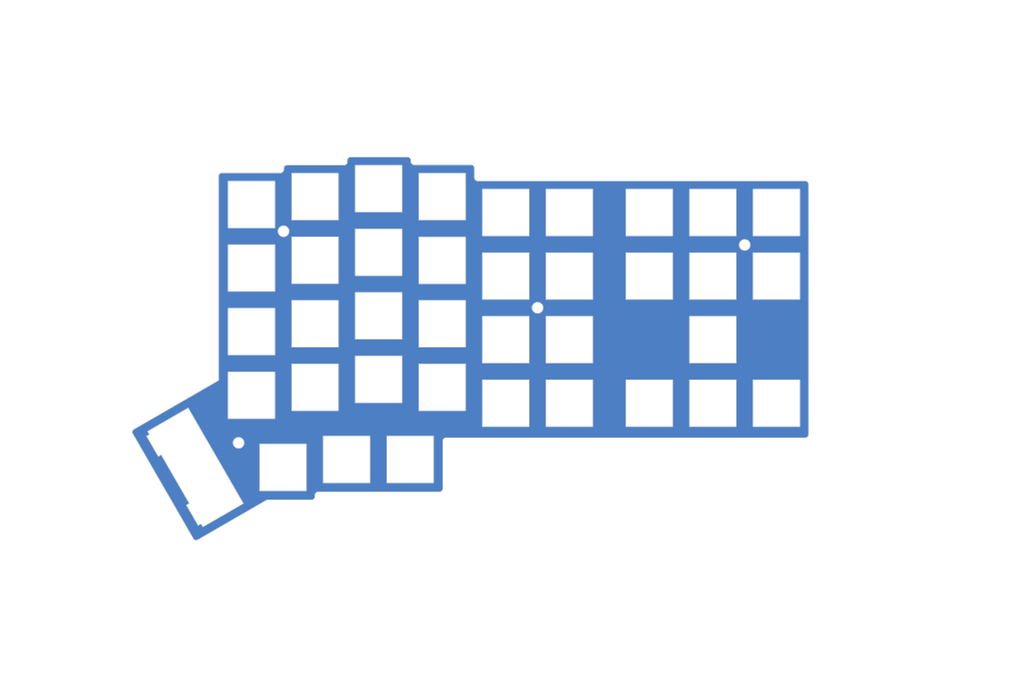
<source format=kicad_pcb>
(kicad_pcb (version 20221018) (generator pcbnew)

  (general
    (thickness 1.6)
  )

  (paper "A3")
  (title_block
    (title "Breeze")
    (date "2023-05-21")
    (rev "Rev1.2")
    (company "Afternoon Labs LLC")
  )

  (layers
    (0 "F.Cu" signal)
    (31 "B.Cu" signal)
    (36 "B.SilkS" user "B.Silkscreen")
    (37 "F.SilkS" user "F.Silkscreen")
    (38 "B.Mask" user)
    (39 "F.Mask" user)
    (40 "Dwgs.User" user "User.Drawings")
    (41 "Cmts.User" user "User.Comments")
    (42 "Eco1.User" user "User.Eco1")
    (43 "Eco2.User" user "User.Eco2")
    (44 "Edge.Cuts" user)
    (45 "Margin" user)
    (46 "B.CrtYd" user "B.Courtyard")
    (47 "F.CrtYd" user "F.Courtyard")
    (49 "F.Fab" user)
  )

  (setup
    (stackup
      (layer "F.SilkS" (type "Top Silk Screen"))
      (layer "F.Mask" (type "Top Solder Mask") (color "Purple") (thickness 0.01))
      (layer "F.Cu" (type "copper") (thickness 0.035))
      (layer "dielectric 1" (type "core") (thickness 1.51) (material "FR4") (epsilon_r 4.5) (loss_tangent 0.02))
      (layer "B.Cu" (type "copper") (thickness 0.035))
      (layer "B.Mask" (type "Bottom Solder Mask") (color "Purple") (thickness 0.01))
      (layer "B.SilkS" (type "Bottom Silk Screen"))
      (copper_finish "None")
      (dielectric_constraints no)
    )
    (pad_to_mask_clearance 0.0508)
    (pcbplotparams
      (layerselection 0x00010f0_ffffffff)
      (plot_on_all_layers_selection 0x0000000_00000000)
      (disableapertmacros false)
      (usegerberextensions false)
      (usegerberattributes true)
      (usegerberadvancedattributes true)
      (creategerberjobfile true)
      (dashed_line_dash_ratio 12.000000)
      (dashed_line_gap_ratio 3.000000)
      (svgprecision 6)
      (plotframeref false)
      (viasonmask false)
      (mode 1)
      (useauxorigin false)
      (hpglpennumber 1)
      (hpglpenspeed 20)
      (hpglpendiameter 15.000000)
      (dxfpolygonmode true)
      (dxfimperialunits true)
      (dxfusepcbnewfont true)
      (psnegative false)
      (psa4output false)
      (plotreference true)
      (plotvalue true)
      (plotinvisibletext false)
      (sketchpadsonfab false)
      (subtractmaskfromsilk false)
      (outputformat 1)
      (mirror false)
      (drillshape 0)
      (scaleselection 1)
      (outputdirectory "gerbers/breeze-right-switch")
    )
  )

  (net 0 "")

  (gr_line (start 221.435079 167.503323) (end 207.435079 167.503323)
    (stroke (width 0.2) (type solid)) (layer "Edge.Cuts") (tstamp 0325ffa4-1fac-42ae-93cf-34dc3364b0c2))
  (gr_line (start 288.543079 129.403323) (end 288.543079 115.403323)
    (stroke (width 0.2) (type solid)) (layer "Edge.Cuts") (tstamp 032c79ab-0759-4e11-8c59-4f1bbc411050))
  (gr_line (start 122.157079 220.487323) (end 142.659054 208.644254)
    (stroke (width 0.2) (type solid)) (layer "Edge.Cuts") (tstamp 077a946a-ea6f-4541-a522-1c8fe213023d))
  (gr_line (start 169.335079 127.341323) (end 183.335079 127.341323)
    (stroke (width 0.2) (type solid)) (layer "Edge.Cuts") (tstamp 07a3cc01-52d7-4da1-80d9-3225c5d47f10))
  (gr_line (start 226.485079 172.553323) (end 240.485079 172.553323)
    (stroke (width 0.2) (type solid)) (layer "Edge.Cuts") (tstamp 07c22065-a281-4861-8dd7-68de82aebab3))
  (gr_arc (start 166.945079 107.189323) (mid 166.652188 107.896444) (end 165.945079 108.189323)
    (stroke (width 0.2) (type solid)) (layer "Edge.Cuts") (tstamp 0893501d-14d1-45a3-8c00-9942fbc736ab))
  (gr_line (start 131.235079 165.090323) (end 131.235079 151.090323)
    (stroke (width 0.2) (type solid)) (layer "Edge.Cuts") (tstamp 0a416f6f-3173-44a7-b467-39be3b64a115))
  (gr_line (start 302.543079 115.403323) (end 302.543079 129.403323)
    (stroke (width 0.2) (type solid)) (layer "Edge.Cuts") (tstamp 0d0288fe-52ed-489b-b705-90c208975e8b))
  (gr_line (start 240.485079 153.503323) (end 240.485079 167.503323)
    (stroke (width 0.2) (type solid)) (layer "Edge.Cuts") (tstamp 0eb9dc86-076b-4163-a27f-36d5bfb54e3a))
  (gr_line (start 164.285079 129.703523) (end 164.285079 143.703523)
    (stroke (width 0.2) (type solid)) (layer "Edge.Cuts") (tstamp 0f0b6d6d-0d0a-477e-b734-02bea283ec40))
  (gr_line (start 131.235079 184.169323) (end 131.235079 170.169323)
    (stroke (width 0.2) (type solid)) (layer "Edge.Cuts") (tstamp 11ceda30-3c54-48ee-834c-e6ed7e423c19))
  (gr_line (start 183.335079 141.341323) (end 169.335079 141.341323)
    (stroke (width 0.2) (type solid)) (layer "Edge.Cuts") (tstamp 1438ba0b-45c4-430e-aaa8-9ce1e365bb08))
  (gr_line (start 226.485079 167.503323) (end 226.485079 153.503323)
    (stroke (width 0.2) (type solid)) (layer "Edge.Cuts") (tstamp 147dac7f-6b81-4013-afff-85699c467f8e))
  (gr_line (start 183.335079 108.253323) (end 183.335079 122.253323)
    (stroke (width 0.2) (type solid)) (layer "Edge.Cuts") (tstamp 14ba58b7-8f2b-4cbf-8bf4-2fde1f3a7ed7))
  (gr_line (start 288.543079 115.403323) (end 302.543079 115.403323)
    (stroke (width 0.2) (type solid)) (layer "Edge.Cuts") (tstamp 163d1675-55ba-49ff-85b5-56d35b72f6b1))
  (gr_line (start 164.285079 162.738323) (end 150.285079 162.738323)
    (stroke (width 0.2) (type solid)) (layer "Edge.Cuts") (tstamp 177f5949-7f94-4b70-8391-12e79cf91b3c))
  (gr_circle (center 286.035079 132.119323) (end 284.385079 132.119323)
    (stroke (width 0.2) (type solid)) (fill none) (layer "Edge.Cuts") (tstamp 17e0f719-4ea6-4d52-8f8f-eeb9da974b87))
  (gr_line (start 283.493079 167.503323) (end 269.493079 167.503323)
    (stroke (width 0.2) (type solid)) (layer "Edge.Cuts") (tstamp 181789fa-bdde-4780-8e80-5f18f7f91f2f))
  (gr_line (start 302.543079 129.403323) (end 288.543079 129.403323)
    (stroke (width 0.2) (type solid)) (layer "Edge.Cuts") (tstamp 1846b10c-6ab2-4f36-9121-50eede8e1c64))
  (gr_arc (start 166.945079 106.769323) (mid 167.237975 106.06223) (end 167.945079 105.769323)
    (stroke (width 0.2) (type solid)) (layer "Edge.Cuts") (tstamp 18a0967f-d17f-4335-b959-28d1f78e9bd4))
  (gr_line (start 178.785079 203.403323) (end 178.785079 189.403323)
    (stroke (width 0.2) (type solid)) (layer "Edge.Cuts") (tstamp 1b4e63a9-736f-4d2d-a23d-fd7d77ba1e0a))
  (gr_line (start 202.385079 181.788323) (end 188.385079 181.788323)
    (stroke (width 0.2) (type solid)) (layer "Edge.Cuts") (tstamp 1bab5a20-4b93-4a4f-9fe6-b234090b88a3))
  (gr_line (start 188.385079 110.638323) (end 202.385079 110.638323)
    (stroke (width 0.2) (type solid)) (layer "Edge.Cuts") (tstamp 1bd93e33-918f-4f6c-93f2-8b14da94065c))
  (gr_line (start 240.485079 167.503323) (end 226.485079 167.503323)
    (stroke (width 0.2) (type solid)) (layer "Edge.Cuts") (tstamp 1c9ecebb-ddf0-49ec-ae61-2ade562b5360))
  (gr_line (start 207.435079 167.503323) (end 207.435079 153.503323)
    (stroke (width 0.2) (type solid)) (layer "Edge.Cuts") (tstamp 1d2bb639-cc15-47de-beb2-f168a64599cd))
  (gr_line (start 169.335079 108.253323) (end 183.335079 108.253323)
    (stroke (width 0.2) (type solid)) (layer "Edge.Cuts") (tstamp 1d9e3715-28f1-479b-98ad-272af8e92aed))
  (gr_line (start 145.235079 170.169323) (end 145.235079 184.169323)
    (stroke (width 0.2) (type solid)) (layer "Edge.Cuts") (tstamp 20b9d493-c34f-4d36-a890-5b3221c7f375))
  (gr_line (start 184.995079 105.769323) (end 167.945079 105.769323)
    (stroke (width 0.2) (type solid)) (layer "Edge.Cuts") (tstamp 23983931-3184-482e-afd3-c4244198fe99))
  (gr_line (start 169.335079 146.353323) (end 183.335079 146.353323)
    (stroke (width 0.2) (type solid)) (layer "Edge.Cuts") (tstamp 2439dbbe-1c75-4c85-b1da-101e7535a9b5))
  (gr_line (start 111.176901 194.979801) (end 110.310876 195.479801)
    (stroke (width 0.2) (type solid)) (layer "Edge.Cuts") (tstamp 2635370e-1c4c-4c21-8e5c-a7d1dc7e9d48))
  (gr_line (start 145.235079 184.169323) (end 131.235079 184.169323)
    (stroke (width 0.2) (type solid)) (layer "Edge.Cuts") (tstamp 2968b782-4354-4c94-9e68-1a5245f6abd3))
  (gr_line (start 221.435079 172.553323) (end 221.435079 186.553323)
    (stroke (width 0.2) (type solid)) (layer "Edge.Cuts") (tstamp 2a688182-fc9b-4640-9ed1-339de600ad77))
  (gr_line (start 169.335079 122.253323) (end 169.335079 108.253323)
    (stroke (width 0.2) (type solid)) (layer "Edge.Cuts") (tstamp 2a953b10-f591-4e09-b281-d589f6357923))
  (gr_line (start 240.485079 172.553323) (end 240.485079 186.553323)
    (stroke (width 0.2) (type solid)) (layer "Edge.Cuts") (tstamp 2b58943a-ba83-4540-ad7e-f573cf71b485))
  (gr_line (start 283.493079 153.503323) (end 283.493079 167.503323)
    (stroke (width 0.2) (type solid)) (layer "Edge.Cuts") (tstamp 2b9bed33-239d-4ae7-a25e-f897c69772b6))
  (gr_line (start 205.045079 111.939323) (end 205.045079 109.109323)
    (stroke (width 0.2) (type solid)) (layer "Edge.Cuts") (tstamp 30ed2843-cfb8-46ab-9687-2517e9b78ccc))
  (gr_line (start 145.235079 151.090323) (end 145.235079 165.090323)
    (stroke (width 0.2) (type solid)) (layer "Edge.Cuts") (tstamp 31860c82-9916-42a7-9201-862f8921d1f2))
  (gr_line (start 145.235079 132.040323) (end 145.235079 146.040323)
    (stroke (width 0.2) (type solid)) (layer "Edge.Cuts") (tstamp 343071a4-03be-4aeb-85e1-277df1dfca34))
  (gr_line (start 202.385079 167.788323) (end 202.385079 181.788323)
    (stroke (width 0.2) (type solid)) (layer "Edge.Cuts") (tstamp 356dbcab-25fb-403d-a16b-92710563758f))
  (gr_line (start 183.335079 146.353323) (end 183.335079 160.353323)
    (stroke (width 0.2) (type solid)) (layer "Edge.Cuts") (tstamp 36da3fcf-00e9-4028-90b9-d46355181b11))
  (gr_line (start 207.435079 172.553323) (end 221.435079 172.553323)
    (stroke (width 0.2) (type solid)) (layer "Edge.Cuts") (tstamp 39db8e39-a588-45cd-9618-3a3fc4dd3189))
  (gr_arc (start 128.373787 111.519323) (mid 128.666683 110.812233) (end 129.373787 110.519323)
    (stroke (width 0.2) (type solid)) (layer "Edge.Cuts") (tstamp 3ac39342-e35f-4ac3-b44e-b8c4619fad81))
  (gr_line (start 250.443079 129.403323) (end 250.443079 115.403323)
    (stroke (width 0.2) (type solid)) (layer "Edge.Cuts") (tstamp 3d03b9c6-391d-4844-baea-bc80c95e2ccc))
  (gr_line (start 169.335079 165.403323) (end 183.335079 165.403323)
    (stroke (width 0.2) (type solid)) (layer "Edge.Cuts") (tstamp 3dfaff32-0cfa-4e0c-bcdb-59db1661bd2a))
  (gr_line (start 183.335079 122.253323) (end 169.335079 122.253323)
    (stroke (width 0.2) (type solid)) (layer "Edge.Cuts") (tstamp 3e1c99bd-f2af-4287-a5ab-5236e1d50921))
  (gr_line (start 183.335079 165.403323) (end 183.335079 179.403323)
    (stroke (width 0.2) (type solid)) (layer "Edge.Cuts") (tstamp 40640878-b60c-44a7-8c6c-0f84fd48f369))
  (gr_arc (start 102.65 188.7) (mid 102.550117 187.94119) (end 103.016027 187.333975)
    (stroke (width 0.2) (type solid)) (layer "Edge.Cuts") (tstamp 438f581f-5d35-4c5a-aef5-a932e7df90bf))
  (gr_line (start 226.485079 129.403323) (end 226.485079 115.403323)
    (stroke (width 0.2) (type solid)) (layer "Edge.Cuts") (tstamp 43fd535e-b46c-4aa8-8243-ee5b15fe74d7))
  (gr_line (start 131.235079 151.090323) (end 145.235079 151.090323)
    (stroke (width 0.2) (type solid)) (layer "Edge.Cuts") (tstamp 45b71daa-276f-4907-8f4d-1c6470e1864d))
  (gr_line (start 169.335079 160.353323) (end 169.335079 146.353323)
    (stroke (width 0.2) (type solid)) (layer "Edge.Cuts") (tstamp 46575bf5-8683-4bcb-a5fc-d012ba9961e3))
  (gr_line (start 202.385079 143.754323) (end 188.385079 143.754323)
    (stroke (width 0.2) (type solid)) (layer "Edge.Cuts") (tstamp 471d7b2f-86f1-4c4d-b791-13f8f3cb6704))
  (gr_line (start 269.493079 172.553323) (end 283.493079 172.553323)
    (stroke (width 0.2) (type solid)) (layer "Edge.Cuts") (tstamp 47cbc0dd-82d2-44cd-bfa3-d0848a1089ec))
  (gr_line (start 159.735079 189.403323) (end 173.735079 189.403323)
    (stroke (width 0.2) (type solid)) (layer "Edge.Cuts") (tstamp 4ae237f0-5614-4a5c-b54b-7a0f44f5df22))
  (gr_line (start 269.493079 134.453323) (end 283.493079 134.453323)
    (stroke (width 0.2) (type solid)) (layer "Edge.Cuts") (tstamp 4bade581-bcf3-4c7e-a9b0-516ffa8c04f9))
  (gr_line (start 240.485079 186.553323) (end 226.485079 186.553323)
    (stroke (width 0.2) (type solid)) (layer "Edge.Cuts") (tstamp 4de758aa-6672-4cb8-8b68-7e240a78ba14))
  (gr_line (start 169.335079 141.341323) (end 169.335079 127.341323)
    (stroke (width 0.2) (type solid)) (layer "Edge.Cuts") (tstamp 4eca190e-34c6-4d18-b5d5-c49cc3af0e6b))
  (gr_line (start 304.160079 112.939323) (end 206.045079 112.939323)
    (stroke (width 0.2) (type solid)) (layer "Edge.Cuts") (tstamp 5093f8ef-033e-4286-a179-d34275d578e2))
  (gr_line (start 221.435079 129.403323) (end 207.435079 129.403323)
    (stroke (width 0.2) (type solid)) (layer "Edge.Cuts") (tstamp 5170d2fa-ea0e-408d-b54f-86a44c5ea0d0))
  (gr_arc (start 142.659054 208.644254) (mid 142.905081 208.543076) (end 143.169079 208.510323)
    (stroke (width 0.2) (type solid)) (layer "Edge.Cuts") (tstamp 55ffcc93-8a0a-40c6-9517-b876ee96da63))
  (gr_line (start 185.995079 107.109323) (end 185.995079 106.769323)
    (stroke (width 0.2) (type solid)) (layer "Edge.Cuts") (tstamp 5a5e15a0-1d6e-44df-8496-1118342b5c96))
  (gr_line (start 188.385079 129.754323) (end 202.385079 129.754323)
    (stroke (width 0.2) (type solid)) (layer "Edge.Cuts") (tstamp 5a8e8fc6-c14b-4008-bf98-51857c5b65cf))
  (gr_line (start 145.235079 127.019323) (end 131.235079 127.019323)
    (stroke (width 0.2) (type solid)) (layer "Edge.Cuts") (tstamp 5c0c9398-71ff-4956-930a-540319251941))
  (gr_line (start 240.485079 148.453323) (end 226.485079 148.453323)
    (stroke (width 0.2) (type solid)) (layer "Edge.Cuts") (tstamp 5e282706-905f-459f-8685-b32521fbe222))
  (gr_line (start 131.235079 113.019323) (end 145.235079 113.019323)
    (stroke (width 0.2) (type solid)) (layer "Edge.Cuts") (tstamp 5eb4edad-2f86-490f-b04d-f07cc4780d8e))
  (gr_line (start 202.385079 110.638323) (end 202.385079 124.638323)
    (stroke (width 0.2) (type solid)) (layer "Edge.Cuts") (tstamp 5f6346d9-4c2e-44dd-bf46-5f48e54cc1b2))
  (gr_line (start 196.567079 189.914323) (end 304.160079 189.914323)
    (stroke (width 0.2) (type solid)) (layer "Edge.Cuts") (tstamp 6039503b-19f2-47e0-858d-96131639b22b))
  (gr_line (start 150.285079 124.638323) (end 150.285079 110.638323)
    (stroke (width 0.2) (type solid)) (layer "Edge.Cuts") (tstamp 609812f2-f31f-46b5-af34-6cca57d6259e))
  (gr_line (start 288.543079 134.453323) (end 302.543079 134.453323)
    (stroke (width 0.2) (type solid)) (layer "Edge.Cuts") (tstamp 60a21ac8-e13f-4d2e-9d0d-d5ef6cc9ba3d))
  (gr_arc (start 195.567079 205.130323) (mid 195.274186 205.837429) (end 194.567079 206.130323)
    (stroke (width 0.2) (type solid)) (layer "Edge.Cuts") (tstamp 6116b554-8439-4ebd-b0a8-e52363f7a6b1))
  (gr_line (start 250.443079 148.453323) (end 250.443079 134.453323)
    (stroke (width 0.2) (type solid)) (layer "Edge.Cuts") (tstamp 61b665df-8fbd-462d-b994-9898a38a46b3))
  (gr_line (start 165.945079 108.189323) (end 148.895079 108.189323)
    (stroke (width 0.2) (type solid)) (layer "Edge.Cuts") (tstamp 62d5caae-dbbd-445e-a66d-1edb6c560f46))
  (gr_line (start 145.235079 146.040323) (end 131.235079 146.040323)
    (stroke (width 0.2) (type solid)) (layer "Edge.Cuts") (tstamp 665d16b1-59aa-4f8a-b1ff-59c40c4407dd))
  (gr_line (start 164.285079 110.638323) (end 164.285079 124.638323)
    (stroke (width 0.2) (type solid)) (layer "Edge.Cuts") (tstamp 6717a108-e79a-405a-a92c-5c8e7f0a9974))
  (gr_line (start 264.443079 134.453323) (end 264.443079 148.453323)
    (stroke (width 0.2) (type solid)) (layer "Edge.Cuts") (tstamp 679bbff3-bb1b-430c-af7c-6ee725db3652))
  (gr_line (start 226.485079 115.403323) (end 240.485079 115.403323)
    (stroke (width 0.2) (type solid)) (layer "Edge.Cuts") (tstamp 680aea00-b28f-4940-bb85-1fd904ec6b93))
  (gr_line (start 305.160079 188.914323) (end 305.160079 113.939323)
    (stroke (width 0.2) (type solid)) (layer "Edge.Cuts") (tstamp 682bbb82-bab8-4435-b0d5-f5de58a1e2f1))
  (gr_arc (start 147.895079 109.519323) (mid 147.602188 110.226444) (end 146.895079 110.519323)
    (stroke (width 0.2) (type solid)) (layer "Edge.Cuts") (tstamp 68426c59-7e47-4498-be1a-e02f63ad917f))
  (gr_arc (start 157.267079 207.510323) (mid 156.974188 208.217444) (end 156.267079 208.510323)
    (stroke (width 0.2) (type solid)) (layer "Edge.Cuts") (tstamp 687f86be-679a-4ef4-9fdb-2af8b884374c))
  (gr_line (start 143.169079 208.510323) (end 156.267079 208.510323)
    (stroke (width 0.2) (type solid)) (layer "Edge.Cuts") (tstamp 6916f41f-cd4d-43a8-bac6-261bf970b85b))
  (gr_line (start 221.435079 148.453323) (end 207.435079 148.453323)
    (stroke (width 0.2) (type solid)) (layer "Edge.Cuts") (tstamp 692a3784-723d-49cb-b068-0ac27a7db4d6))
  (gr_line (start 188.385079 167.788323) (end 202.385079 167.788323)
    (stroke (width 0.2) (type solid)) (layer "Edge.Cuts") (tstamp 69e64d1f-f5d4-4454-bd3c-5ac05d1020d9))
  (gr_line (start 302.543079 148.453323) (end 288.543079 148.453323)
    (stroke (width 0.2) (type solid)) (layer "Edge.Cuts") (tstamp 6a6ca6f1-3cb0-41c5-aaeb-040908140c97))
  (gr_line (start 269.493079 167.503323) (end 269.493079 153.503323)
    (stroke (width 0.2) (type solid)) (layer "Edge.Cuts") (tstamp 6e074894-b0e9-4ee6-868d-3f600a680ee6))
  (gr_line (start 264.443079 115.403323) (end 264.443079 129.403323)
    (stroke (width 0.2) (type solid)) (layer "Edge.Cuts") (tstamp 71890b95-411b-4754-bdbf-c816858ee77a))
  (gr_line (start 302.543079 186.553323) (end 288.543079 186.553323)
    (stroke (width 0.2) (type solid)) (layer "Edge.Cuts") (tstamp 730998cd-4d12-4252-82d5-5f09507101a4))
  (gr_line (start 131.235079 127.019323) (end 131.235079 113.019323)
    (stroke (width 0.2) (type solid)) (layer "Edge.Cuts") (tstamp 73af23ab-076e-43ef-a17d-2f490196c912))
  (gr_line (start 111.176901 194.979801) (end 119.614901 209.594845)
    (stroke (width 0.2) (type solid)) (layer "Edge.Cuts") (tstamp 753eff2c-1704-44b7-a3ca-743bfef6b1bf))
  (gr_arc (start 206.045079 112.939323) (mid 205.337972 112.64643) (end 205.045079 111.939323)
    (stroke (width 0.2) (type solid)) (layer "Edge.Cuts") (tstamp 75547c69-050b-44c0-a4f6-cd99464c0df0))
  (gr_line (start 288.543079 186.553323) (end 288.543079 172.553323)
    (stroke (width 0.2) (type solid)) (layer "Edge.Cuts") (tstamp 768b6ef3-ddd3-44ce-bd6e-12e9fd568d94))
  (gr_line (start 150.285079 110.638323) (end 164.285079 110.638323)
    (stroke (width 0.2) (type solid)) (layer "Edge.Cuts") (tstamp 7afc6381-dd35-4c53-a424-457db54129f4))
  (gr_line (start 183.335079 127.341323) (end 183.335079 141.341323)
    (stroke (width 0.2) (type solid)) (layer "Edge.Cuts") (tstamp 7c18bec4-fec4-4fd2-b9ae-771e4789370d))
  (gr_line (start 283.493079 172.553323) (end 283.493079 186.553323)
    (stroke (width 0.2) (type solid)) (layer "Edge.Cuts") (tstamp 7c2853b5-437b-413b-a762-0d52be3d219b))
  (gr_line (start 269.493079 115.403323) (end 283.493079 115.403323)
    (stroke (width 0.2) (type solid)) (layer "Edge.Cuts") (tstamp 7cdfcea4-f289-49f8-bc25-1c4934709f22))
  (gr_line (start 202.385079 129.754323) (end 202.385079 143.754323)
    (stroke (width 0.2) (type solid)) (layer "Edge.Cuts") (tstamp 7d9fc0be-689b-4ecd-84e0-4650b38670eb))
  (gr_line (start 154.685079 205.787323) (end 140.685079 205.787323)
    (stroke (width 0.2) (type solid)) (layer "Edge.Cuts") (tstamp 7fb6f1e0-fa04-4fa3-a4b4-fbdc0f33aa27))
  (gr_line (start 221.435079 134.453323) (end 221.435079 148.453323)
    (stroke (width 0.2) (type solid)) (layer "Edge.Cuts") (tstamp 82991a55-260a-4e26-9476-846b8e89e1f6))
  (gr_arc (start 122.157079 220.487323) (mid 121.39826 220.587257) (end 120.791079 220.121323)
    (stroke (width 0.2) (type solid)) (layer "Edge.Cuts") (tstamp 87bc0d5e-e489-43c4-8979-bfb1531216b5))
  (gr_arc (start 157.267079 207.130323) (mid 157.559975 206.42323) (end 158.267079 206.130323)
    (stroke (width 0.2) (type solid)) (layer "Edge.Cuts") (tstamp 891b66cc-fe82-45c6-8f9c-40b74997450a))
  (gr_line (start 154.685079 191.787323) (end 154.685079 205.787323)
    (stroke (width 0.2) (type solid)) (layer "Edge.Cuts") (tstamp 8be6b947-f3cc-4683-ad13-ab6a65141cd4))
  (gr_line (start 102.65 188.7) (end 120.791079 220.121323)
    (stroke (width 0.2) (type solid)) (layer "Edge.Cuts") (tstamp 8cc3446e-c8e2-4a28-9e70-5d3915f0aba4))
  (gr_line (start 164.285079 148.738323) (end 164.285079 162.738323)
    (stroke (width 0.2) (type solid)) (layer "Edge.Cuts") (tstamp 8d703de3-f9ba-4811-94a3-52059b3687be))
  (gr_arc (start 204.045079 108.109323) (mid 204.752186 108.402216) (end 205.045079 109.109323)
    (stroke (width 0.2) (type solid)) (layer "Edge.Cuts") (tstamp 8d9e7bba-1bed-4276-9c23-bba5887be614))
  (gr_line (start 118.748876 210.094845) (end 122.248876 216.157023)
    (stroke (width 0.2) (type solid)) (layer "Edge.Cuts") (tstamp 9110e700-3cb2-4320-b190-106461df8a33))
  (gr_line (start 164.285079 181.788323) (end 150.285079 181.788323)
    (stroke (width 0.2) (type solid)) (layer "Edge.Cuts") (tstamp 92e108db-2bba-47cf-8ee1-d5d9bd76c433))
  (gr_circle (center 134.369079 191.424323) (end 132.719079 191.424323)
    (stroke (width 0.2) (type solid)) (fill none) (layer "Edge.Cuts") (tstamp 944e51e2-9fef-467f-b244-e7aad09dbcfe))
  (gr_line (start 204.045079 108.109323) (end 186.995079 108.109323)
    (stroke (width 0.2) (type solid)) (layer "Edge.Cuts") (tstamp 947c12a5-26af-459d-8849-28d05361d7a3))
  (gr_line (start 135.782757 209.598393) (end 123.658401 216.598393)
    (stroke (width 0.2) (type solid)) (layer "Edge.Cuts") (tstamp 94f5dc7d-d811-4c62-a492-0ad94cef9aad))
  (gr_line (start 283.493079 129.403323) (end 269.493079 129.403323)
    (stroke (width 0.2) (type solid)) (layer "Edge.Cuts") (tstamp 955f9ed7-3e85-4d57-b987-d5c7869bfb7a))
  (gr_line (start 226.485079 153.503323) (end 240.485079 153.503323)
    (stroke (width 0.2) (type solid)) (layer "Edge.Cuts") (tstamp 95bc4c9c-86fc-4be1-8d94-644b9e57d542))
  (gr_line (start 207.435079 129.403323) (end 207.435079 115.403323)
    (stroke (width 0.2) (type solid)) (layer "Edge.Cuts") (tstamp 96e5a12e-afd9-4f2c-86c8-8f7c6788ad0a))
  (gr_line (start 188.385079 162.738323) (end 188.385079 148.738323)
    (stroke (width 0.2) (type solid)) (layer "Edge.Cuts") (tstamp 9710742b-c1fa-4dd7-abdc-54a1526289f5))
  (gr_line (start 164.285079 124.638323) (end 150.285079 124.638323)
    (stroke (width 0.2) (type solid)) (layer "Edge.Cuts") (tstamp 97e96668-e9b8-4505-b33c-eb535ca6cfd0))
  (gr_line (start 145.235079 113.019323) (end 145.235079 127.019323)
    (stroke (width 0.2) (type solid)) (layer "Edge.Cuts") (tstamp 9ae0bd9a-8b47-47ee-a7c9-40c7b8527994))
  (gr_line (start 128.373787 111.519323) (end 128.373787 172.69369)
    (stroke (width 0.2) (type solid)) (layer "Edge.Cuts") (tstamp 9ae7a42b-753a-43db-a205-be48472dbe8a))
  (gr_line (start 140.685079 191.787323) (end 154.685079 191.787323)
    (stroke (width 0.2) (type solid)) (layer "Edge.Cuts") (tstamp 9d36de32-a497-4d10-b236-e2d5673099e9))
  (gr_arc (start 186.995079 108.109323) (mid 186.287947 107.816444) (end 185.995079 107.109323)
    (stroke (width 0.2) (type solid)) (layer "Edge.Cuts") (tstamp 9f8241d2-699f-4e3c-982e-2ec17796c2e6))
  (gr_line (start 207.435079 186.553323) (end 207.435079 172.553323)
    (stroke (width 0.2) (type solid)) (layer "Edge.Cuts") (tstamp 9f9b3f7e-7b7e-4b55-a7a4-c94850d72561))
  (gr_line (start 106.810876 189.417623) (end 110.310876 195.479801)
    (stroke (width 0.2) (type solid)) (layer "Edge.Cuts") (tstamp a1e28712-72bb-43ac-ae78-dc8f7eeb6b77))
  (gr_line (start 140.685079 205.787323) (end 140.685079 191.787323)
    (stroke (width 0.2) (type solid)) (layer "Edge.Cuts") (tstamp a43b958a-a6a6-4844-a20a-fa9ff2576a33))
  (gr_line (start 178.785079 189.403323) (end 192.785079 189.403323)
    (stroke (width 0.2) (type solid)) (layer "Edge.Cuts") (tstamp a491cc0b-c402-4332-8050-a60f7c885c07))
  (gr_line (start 250.443079 186.553323) (end 250.443079 172.553323)
    (stroke (width 0.2) (type solid)) (layer "Edge.Cuts") (tstamp a577fe6d-fd6d-4b7c-9180-23185e6dc796))
  (gr_line (start 226.485079 134.453323) (end 240.485079 134.453323)
    (stroke (width 0.2) (type solid)) (layer "Edge.Cuts") (tstamp a5fb6d6c-2f2a-49ca-afde-1a1eeb0c675f))
  (gr_arc (start 305.160079 188.914323) (mid 304.867186 189.62143) (end 304.160079 189.914323)
    (stroke (width 0.2) (type solid)) (layer "Edge.Cuts") (tstamp a6fa288a-10bb-494d-99c2-ecca7fcbce57))
  (gr_line (start 118.748876 210.094845) (end 119.614901 209.594845)
    (stroke (width 0.2) (type solid)) (layer "Edge.Cuts") (tstamp a84473e3-2f35-410d-9d8f-874bc906fb76))
  (gr_line (start 150.285079 162.738323) (end 150.285079 148.738323)
    (stroke (width 0.2) (type solid)) (layer "Edge.Cuts") (tstamp a9ded1af-2913-4958-a148-31901eb2b8b5))
  (gr_line (start 192.785079 203.403323) (end 178.785079 203.403323)
    (stroke (width 0.2) (type solid)) (layer "Edge.Cuts") (tstamp aa23f751-5125-4b77-be0b-4bc943d05728))
  (gr_line (start 250.443079 134.453323) (end 264.443079 134.453323)
    (stroke (width 0.2) (type solid)) (layer "Edge.Cuts") (tstamp aa50d104-9b0c-47d5-ad11-e7cbfa0f81d3))
  (gr_line (start 226.485079 186.553323) (end 226.485079 172.553323)
    (stroke (width 0.2) (type solid)) (layer "Edge.Cuts") (tstamp aaf3ecd0-e6a3-4f96-a4f1-a997c0df047a))
  (gr_line (start 131.235079 170.169323) (end 145.235079 170.169323)
    (stroke (width 0.2) (type solid)) (layer "Edge.Cuts") (tstamp ae6a45d6-d440-4a21-80ac-a582a8adbf5b))
  (gr_arc (start 304.160079 112.939323) (mid 304.867186 113.232216) (end 305.160079 113.939323)
    (stroke (width 0.2) (type solid)) (layer "Edge.Cuts") (tstamp af2f42d6-06b5-495a-8f0c-00186a6324a7))
  (gr_line (start 264.443079 172.553323) (end 264.443079 186.553323)
    (stroke (width 0.2) (type solid)) (layer "Edge.Cuts") (tstamp afc2360a-86ed-4f81-a54b-b0ce1ba7a860))
  (gr_line (start 240.485079 129.403323) (end 226.485079 129.403323)
    (stroke (width 0.2) (type solid)) (layer "Edge.Cuts") (tstamp b237ac8a-8276-4308-a260-3f0e32cf7ef6))
  (gr_line (start 288.543079 172.553323) (end 302.543079 172.553323)
    (stroke (width 0.2) (type solid)) (layer "Edge.Cuts") (tstamp b33d575e-804a-4e4c-b402-abcfedd7aa87))
  (gr_line (start 202.385079 124.638323) (end 188.385079 124.638323)
    (stroke (width 0.2) (type solid)) (layer "Edge.Cuts") (tstamp b4f11b22-e87f-4746-a3a8-af591ee1d198))
  (gr_line (start 302.543079 172.553323) (end 302.543079 186.553323)
    (stroke (width 0.2) (type solid)) (layer "Edge.Cuts") (tstamp b9948666-0f30-41af-b55a-369552364aee))
  (gr_line (start 207.435079 115.403323) (end 221.435079 115.403323)
    (stroke (width 0.2) (type solid)) (layer "Edge.Cuts") (tstamp ba4ee2a9-cfe7-4f04-af07-0c130e68468f))
  (gr_arc (start 195.567079 190.914323) (mid 195.859972 190.207216) (end 196.567079 189.914323)
    (stroke (width 0.2) (type solid)) (layer "Edge.Cuts") (tstamp ba74e7b2-8813-422b-ad4d-7251453eb614))
  (gr_line (start 164.285079 167.788323) (end 164.285079 181.788323)
    (stroke (width 0.2) (type solid)) (layer "Edge.Cuts") (tstamp baa80ec7-ed41-48d6-92df-f55f228e741f))
  (gr_line (start 131.235079 132.040323) (end 145.235079 132.040323)
    (stroke (width 0.2) (type solid)) (layer "Edge.Cuts") (tstamp bc2fefe3-b16f-4041-a26d-d12ef794874b))
  (gr_line (start 183.335079 160.353323) (end 169.335079 160.353323)
    (stroke (width 0.2) (type solid)) (layer "Edge.Cuts") (tstamp bc374c80-b705-44b3-8262-7449babb0735))
  (gr_line (start 173.735079 189.403323) (end 173.735079 203.403323)
    (stroke (width 0.2) (type solid)) (layer "Edge.Cuts") (tstamp bdc3a9e7-fbe6-4462-a7f7-7c6ddadb03f0))
  (gr_line (start 159.735079 203.403323) (end 159.735079 189.403323)
    (stroke (width 0.2) (type solid)) (layer "Edge.Cuts") (tstamp bdd491f0-8630-4b9b-983f-e5b7b324162d))
  (gr_line (start 188.385079 181.788323) (end 188.385079 167.788323)
    (stroke (width 0.2) (type solid)) (layer "Edge.Cuts") (tstamp bf08f4a0-47c7-4a69-83ef-b5892eb8dd8e))
  (gr_line (start 173.735079 203.403323) (end 159.735079 203.403323)
    (stroke (width 0.2) (type solid)) (layer "Edge.Cuts") (tstamp bff1b17e-a9b7-4e66-b186-7a4e8cbf9525))
  (gr_line (start 302.543079 134.453323) (end 302.543079 148.453323)
    (stroke (width 0.2) (type solid)) (layer "Edge.Cuts") (tstamp c0084a7a-c410-4a4c-bcf3-8e37a58b28c2))
  (gr_line (start 107.133401 187.976253) (end 119.257757 180.976253)
    (stroke (width 0.2) (type solid)) (layer "Edge.Cuts") (tstamp c3ee7c60-04a1-49df-9142-03886aae400b))
  (gr_line (start 150.285079 143.703523) (end 150.285079 129.703523)
    (stroke (width 0.2) (type solid)) (layer "Edge.Cuts") (tstamp c4c6c450-5ca6-4913-8653-a072d36bb679))
  (gr_line (start 283.493079 186.553323) (end 269.493079 186.553323)
    (stroke (width 0.2) (type solid)) (layer "Edge.Cuts") (tstamp c596603e-0eab-4cb8-a8e8-c022f92f8eec))
  (gr_line (start 128.373787 172.69369) (end 103.016027 187.333975)
    (stroke (width 0.2) (type solid)) (layer "Edge.Cuts") (tstamp c59f850d-11fe-4b6a-a846-91033ccd5c64))
  (gr_line (start 150.285079 129.703523) (end 164.285079 129.703523)
    (stroke (width 0.2) (type solid)) (layer "Edge.Cuts") (tstamp c5c29be9-e04b-44d0-beec-05dd51d5c0ac))
  (gr_line (start 283.493079 115.403323) (end 283.493079 129.403323)
    (stroke (width 0.2) (type solid)) (layer "Edge.Cuts") (tstamp c77f45d6-8200-4245-9dc0-b80a3c6b2161))
  (gr_line (start 221.435079 153.503323) (end 221.435079 167.503323)
    (stroke (width 0.2) (type solid)) (layer "Edge.Cuts") (tstamp c7a2e088-afe2-4687-8c1f-afea50c2a2ae))
  (gr_line (start 107.133401 187.976253) (end 107.676901 188.917623)
    (stroke (width 0.2) (type solid)) (layer "Edge.Cuts") (tstamp ca757a50-9ef5-4257-885c-54cc1f327079))
  (gr_arc (start 147.895079 109.189323) (mid 148.187975 108.48223) (end 148.895079 108.189323)
    (stroke (width 0.2) (type solid)) (layer "Edge.Cuts") (tstamp ca7fa777-37f7-4c64-82d8-aa0f09fea115))
  (gr_arc (start 184.995079 105.769323) (mid 185.702161 106.06223) (end 185.995079 106.769323)
    (stroke (width 0.2) (type solid)) (layer "Edge.Cuts") (tstamp cb032767-e047-4232-ac8f-37a51d1d48f8))
  (gr_line (start 264.443079 148.453323) (end 250.443079 148.453323)
    (stroke (width 0.2) (type solid)) (layer "Edge.Cuts") (tstamp cc17f8e8-85ab-45ea-8b9d-0fd13f038c3e))
  (gr_line (start 164.285079 143.703523) (end 150.285079 143.703523)
    (stroke (width 0.2) (type solid)) (layer "Edge.Cuts") (tstamp cc3e1a35-29e8-4099-a6b7-0f122b8b366e))
  (gr_line (start 135.782757 209.598393) (end 119.257757 180.976253)
    (stroke (width 0.2) (type solid)) (layer "Edge.Cuts") (tstamp ce146f77-a920-4890-b265-167fc8854406))
  (gr_line (start 183.335079 179.403323) (end 169.335079 179.403323)
    (stroke (width 0.2) (type solid)) (layer "Edge.Cuts") (tstamp d0577ead-8087-4736-b42a-eb9648ccbe30))
  (gr_circle (center 223.969079 150.954323) (end 222.319079 150.954323)
    (stroke (width 0.2) (type solid)) (fill none) (layer "Edge.Cuts") (tstamp d170e6a4-38a7-4fa9-b550-0963bcb86ca9))
  (gr_line (start 207.435079 153.503323) (end 221.435079 153.503323)
    (stroke (width 0.2) (type solid)) (layer "Edge.Cuts") (tstamp d23414ec-a38e-40c6-bb36-2bcc31937c6f))
  (gr_line (start 283.493079 134.453323) (end 283.493079 148.453323)
    (stroke (width 0.2) (type solid)) (layer "Edge.Cuts") (tstamp d238c40f-9ab4-4a2c-8712-574e8dba36c0))
  (gr_line (start 150.285079 181.788323) (end 150.285079 167.788323)
    (stroke (width 0.2) (type solid)) (layer "Edge.Cuts") (tstamp d45dc97a-766b-47d9-a536-10d3dadc2259))
  (gr_line (start 264.443079 129.403323) (end 250.443079 129.403323)
    (stroke (width 0.2) (type solid)) (layer "Edge.Cuts") (tstamp d524c152-acef-42b9-a333-37c6df48f04e))
  (gr_line (start 202.385079 162.738323) (end 188.385079 162.738323)
    (stroke (width 0.2) (type solid)) (layer "Edge.Cuts") (tstamp d5b4c7fa-8343-4733-a787-d7b59eeaa8b0))
  (gr_line (start 188.385079 124.638323) (end 188.385079 110.638323)
    (stroke (width 0.2) (type solid)) (layer "Edge.Cuts") (tstamp d5e0ef00-5fa9-4925-97d4-6bc863c18ecc))
  (gr_line (start 250.443079 172.553323) (end 264.443079 172.553323)
    (stroke (width 0.2) (type solid)) (layer "Edge.Cuts") (tstamp d817d5eb-bd97-4f00-bc40-b18b81194e55))
  (gr_line (start 288.543079 148.453323) (end 288.543079 134.453323)
    (stroke (width 0.2) (type solid)) (layer "Edge.Cuts") (tstamp d96bb18f-81be-4909-8ad7-14575fda8640))
  (gr_line (start 207.435079 134.453323) (end 221.435079 134.453323)
    (stroke (width 0.2) (type solid)) (layer "Edge.Cuts") (tstamp df52b214-3a82-4fa2-90a6-fdae38289bcb))
  (gr_line (start 106.810876 189.417623) (end 107.676901 188.917623)
    (stroke (width 0.2) (type solid)) (layer "Edge.Cuts") (tstamp e086798d-84ca-468e-b6a4-f70c3294a68e))
  (gr_line (start 158.267079 206.130323) (end 194.567079 206.130323)
    (stroke (width 0.2) (type solid)) (layer "Edge.Cuts") (tstamp e09144d8-4e6c-4cb4-9365-f9a1f84fb5ec))
  (gr_line (start 250.443079 115.403323) (end 264.443079 115.403323)
    (stroke (width 0.2) (type solid)) (layer "Edge.Cuts") (tstamp e091c74a-988d-4c83-8b3a-766882066948))
  (gr_line (start 150.285079 148.738323) (end 164.285079 148.738323)
    (stroke (width 0.2) (type solid)) (layer "Edge.Cuts") (tstamp e0935a84-7600-4b3d-a121-2f833aee4d42))
  (gr_line (start 269.493079 153.503323) (end 283.493079 153.503323)
    (stroke (width 0.2) (type solid)) (layer "Edge.Cuts") (tstamp e1d339de-5383-475d-9812-4ba7bc17b68e))
  (gr_line (start 269.493079 148.453323) (end 269.493079 134.453323)
    (stroke (width 0.2) (type solid)) (layer "Edge.Cuts") (tstamp e293c05c-6fd4-4bdd-aed7-4fb20a860ef6))
  (gr_line (start 269.493079 129.403323) (end 269.493079 115.403323)
    (stroke (width 0.2) (type solid)) (layer "Edge.Cuts") (tstamp e33ae945-a67b-4c63-90cf-18650781f35a))
  (gr_line (start 145.235079 165.090323) (end 131.235079 165.090323)
    (stroke (width 0.2) (type solid)) (layer "Edge.Cuts") (tstamp e3c12cd3-1e36-4b26-9692-78460e646822))
  (gr_line (start 202.385079 148.738323) (end 202.385079 162.738323)
    (stroke (width 0.2) (type solid)) (layer "Edge.Cuts") (tstamp e42b5796-c644-45b3-8510-973aa6883736))
  (gr_line (start 147.895079 109.189323) (end 147.895079 109.519323)
    (stroke (width 0.2) (type solid)) (layer "Edge.Cuts") (tstamp e5587a85-d8e2-47af-9be1-648fd9540171))
  (gr_line (start 169.335079 179.403323) (end 169.335079 165.403323)
    (stroke (width 0.2) (type solid)) (layer "Edge.Cuts") (tstamp e864f70b-bf9b-4fe9-9940-94782c4756a7))
  (gr_circle (center 147.835079 128.019323) (end 146.185079 128.019323)
    (stroke (width 0.2) (type solid)) (fill none) (layer "Edge.Cuts") (tstamp e8fd643e-ae77-45d2-973a-73dc315873be))
  (gr_line (start 207.435079 148.453323) (end 207.435079 134.453323)
    (stroke (width 0.2) (type solid)) (layer "Edge.Cuts") (tstamp e9223f2f-71f3-49a1-95f2-5a066f7ac846))
  (gr_line (start 157.267079 207.510323) (end 157.267079 207.130323)
    (stroke (width 0.2) (type solid)) (layer "Edge.Cuts") (tstamp ebecdc49-1eaa-4cd4-b556-7e7b8f764f09))
  (gr_line (start 146.895079 110.519323) (end 129.373787 110.519323)
    (stroke (width 0.2) (type solid)) (layer "Edge.Cuts") (tstamp eca0b8fa-43a8-4afe-b978-0a7561fb695b))
  (gr_line (start 226.485079 148.453323) (end 226.485079 134.453323)
    (stroke (width 0.2) (type solid)) (layer "Edge.Cuts") (tstamp edf34174-9f13-45a3-8f48-e6e62e9c9f2a))
  (gr_line (start 240.485079 115.403323) (end 240.485079 129.403323)
    (stroke (width 0.2) (type solid)) (layer "Edge.Cuts") (tstamp ef942aa5-ded9-47ca-ab14-4765103e7b79))
  (gr_line (start 269.493079 186.553323) (end 269.493079 172.553323)
    (stroke (width 0.2) (type solid)) (layer "Edge.Cuts") (tstamp efa772dc-8402-439a-a4db-90c81030c4c3))
  (gr_line (start 188.385079 148.738323) (end 202.385079 148.738323)
    (stroke (width 0.2) (type solid)) (layer "Edge.Cuts") (tstamp f1d93a90-8b5d-4723-8299-aba9253880d6))
  (gr_line (start 283.493079 148.453323) (end 269.493079 148.453323)
    (stroke (width 0.2) (type solid)) (layer "Edge.Cuts") (tstamp f3d5aefa-81ea-4d17-bc7e-89ce4bd877f5))
  (gr_line (start 166.945079 106.769323) (end 166.945079 107.189323)
    (stroke (width 0.2) (type solid)) (layer "Edge.Cuts") (tstamp f5d4494b-3595-4b76-a341-9d65d2139cb7))
  (gr_line (start 150.285079 167.788323) (end 164.285079 167.788323)
    (stroke (width 0.2) (type solid)) (layer "Edge.Cuts") (tstamp f6bcd58c-73d2-4c3d-a40e-bcd5a493c472))
  (gr_line (start 123.114901 215.657023) (end 123.658401 216.598393)
    (stroke (width 0.2) (type solid)) (layer "Edge.Cuts") (tstamp f94f1c42-d142-4100-b4f2-1977a49baf7e))
  (gr_line (start 221.435079 186.553323) (end 207.435079 186.553323)
    (stroke (width 0.2) (type solid)) (layer "Edge.Cuts") (tstamp fa4cc73e-265b-4668-a527-12dacf9f9e0e))
  (gr_line (start 131.235079 146.040323) (end 131.235079 132.040323)
    (stroke (width 0.2) (type solid)) (layer "Edge.Cuts") (tstamp fc6562a3-922c-4f01-9d40-34e5a207ade3))
  (gr_line (start 188.385079 143.754323) (end 188.385079 129.754323)
    (stroke (width 0.2) (type solid)) (layer "Edge.Cuts") (tstamp fcac26fd-3445-486e-a5dd-173532915c98))
  (gr_line (start 192.785079 189.403323) (end 192.785079 203.403323)
    (stroke (width 0.2) (type solid)) (layer "Edge.Cuts") (tstamp fce29e62-1716-4ad5-a348-2d9260d8b509))
  (gr_line (start 221.435079 115.403323) (end 221.435079 129.403323)
    (stroke (width 0.2) (type solid)) (layer "Edge.Cuts") (tstamp fcefea9c-9d13-425d-95fa-c412653eb365))
  (gr_line (start 195.567079 205.130323) (end 195.567079 190.914323)
    (stroke (width 0.2) (type solid)) (layer "Edge.Cuts") (tstamp fcf89b8a-65c0-4242-a618-d5c1f27ed7e7))
  (gr_line (start 123.114901 215.657023) (end 122.248876 216.157023)
    (stroke (width 0.2) (type solid)) (layer "Edge.Cuts") (tstamp fda25ff2-2ff9-4a58-8f31-e3b80568a34f))
  (gr_line (start 240.485079 134.453323) (end 240.485079 148.453323)
    (stroke (width 0.2) (type solid)) (layer "Edge.Cuts") (tstamp fdf0d7eb-31e3-4e6f-a09a-18afdcc9d565))
  (gr_line (start 264.443079 186.553323) (end 250.443079 186.553323)
    (stroke (width 0.2) (type solid)) (layer "Edge.Cuts") (tstamp ffeccd9b-64d4-4540-9734-a844dddfec7d))

  (zone (net 0) (net_name "") (layers "F&B.Cu") (tstamp 183fa601-921a-4f4c-82e2-1fb9030cafb9) (hatch edge 0.5)
    (connect_pads (clearance 0))
    (min_thickness 0.25) (filled_areas_thickness no)
    (fill yes (thermal_gap 0.5) (thermal_bridge_width 0.5) (island_removal_mode 1) (island_area_min 10))
    (polygon
      (pts
        (xy 62.87 58.72)
        (xy 62.87 261.06)
        (xy 369.73 261.06)
        (xy 369.73 60.52)
      )
    )
    (filled_polygon
      (layer "F.Cu")
      (island)
      (pts
        (xy 184.997763 105.795058)
        (xy 185.15349 105.808693)
        (xy 185.174761 105.812444)
        (xy 185.317896 105.850806)
        (xy 185.338189 105.858193)
        (xy 185.47248 105.92082)
        (xy 185.491194 105.931625)
        (xy 185.612569 106.016616)
        (xy 185.629125 106.030509)
        (xy 185.733891 106.135275)
        (xy 185.747784 106.151831)
        (xy 185.832775 106.273206)
        (xy 185.843581 106.291923)
        (xy 185.906203 106.426205)
        (xy 185.913596 106.446513)
        (xy 185.951953 106.589632)
        (xy 185.955707 106.610917)
        (xy 185.961721 106.679604)
        (xy 185.969132 106.764245)
        (xy 185.969343 106.766649)
        (xy 185.969579 106.772059)
        (xy 185.969579 107.074234)
        (xy 185.969571 107.199041)
        (xy 186.000719 107.375758)
        (xy 186.062085 107.544385)
        (xy 186.151804 107.699792)
        (xy 186.267146 107.837254)
        (xy 186.362506 107.917268)
        (xy 186.40461 107.952597)
        (xy 186.518389 108.018283)
        (xy 186.560011 108.042312)
        (xy 186.560012 108.042312)
        (xy 186.560015 108.042314)
        (xy 186.72864 108.10368)
        (xy 186.905359 108.134829)
        (xy 186.995081 108.134823)
        (xy 204.036794 108.134823)
        (xy 204.042376 108.134823)
        (xy 204.047775 108.135058)
        (xy 204.203497 108.14868)
        (xy 204.224774 108.152431)
        (xy 204.367899 108.190779)
        (xy 204.388208 108.19817)
        (xy 204.424042 108.214879)
        (xy 204.522505 108.260792)
        (xy 204.541216 108.271595)
        (xy 204.655557 108.351656)
        (xy 204.662591 108.356581)
        (xy 204.679149 108.370475)
        (xy 204.783925 108.475251)
        (xy 204.797814 108.491803)
        (xy 204.882803 108.613181)
        (xy 204.893608 108.631896)
        (xy 204.956231 108.766194)
        (xy 204.963621 108.786501)
        (xy 205.001968 108.929622)
        (xy 205.005721 108.95091)
        (xy 205.019343 109.106648)
        (xy 205.019579 109.112053)
        (xy 205.019579 111.887959)
        (xy 205.019576 111.887969)
        (xy 205.019578 112.02904)
        (xy 205.019579 112.029043)
        (xy 205.05074 112.205754)
        (xy 205.112111 112.374362)
        (xy 205.112113 112.374367)
        (xy 205.112115 112.37437)
        (xy 205.142253 112.426569)
        (xy 205.201835 112.529766)
        (xy 205.31717 112.667218)
        (xy 205.317177 112.667225)
        (xy 205.454634 112.782566)
        (xy 205.610032 112.872286)
        (xy 205.778648 112.933659)
        (xy 205.955359 112.964821)
        (xy 206.01534 112.964821)
        (xy 206.015346 112.964823)
        (xy 206.040007 112.964823)
        (xy 206.045078 112.964823)
        (xy 206.053364 112.964823)
        (xy 304.151794 112.964823)
        (xy 304.157376 112.964823)
        (xy 304.162775 112.965058)
        (xy 304.318497 112.97868)
        (xy 304.339774 112.982431)
        (xy 304.482899 113.020779)
        (xy 304.503208 113.02817)
        (xy 304.54801 113.049061)
        (xy 304.637505 113.090792)
        (xy 304.656216 113.101595)
        (xy 304.777591 113.186581)
        (xy 304.794149 113.200475)
        (xy 304.898925 113.305251)
        (xy 304.912814 113.321803)
        (xy 304.931766 113.348869)
        (xy 304.997803 113.443181)
        (xy 305.008608 113.461896)
        (xy 305.071231 113.596194)
        (xy 305.078621 113.616501)
        (xy 305.116968 113.759622)
        (xy 305.120721 113.78091)
        (xy 305.134343 113.936648)
        (xy 305.134579 113.942053)
        (xy 305.134579 188.911611)
        (xy 305.134343 188.917019)
        (xy 305.120716 189.07273)
        (xy 305.116962 189.094017)
        (xy 305.07861 189.237134)
        (xy 305.071217 189.257444)
        (xy 305.008598 189.391725)
        (xy 304.99779 189.410444)
        (xy 304.912801 189.531815)
        (xy 304.898907 189.548372)
        (xy 304.79414 189.653134)
        (xy 304.777582 189.667028)
        (xy 304.656206 189.752012)
        (xy 304.637487 189.762818)
        (xy 304.503206 189.825431)
        (xy 304.482895 189.832823)
        (xy 304.33977 189.87117)
        (xy 304.318484 189.874923)
        (xy 304.162271 189.888587)
        (xy 304.156866 189.888823)
        (xy 196.618484 189.888823)
        (xy 196.61833 189.888778)
        (xy 196.477359 189.88878)
        (xy 196.35591 189.910198)
        (xy 196.300641 189.919945)
        (xy 196.300639 189.919945)
        (xy 196.300637 189.919946)
        (xy 196.205467 189.954588)
        (xy 196.144217 189.976883)
        (xy 196.132016 189.981324)
        (xy 195.97662 190.071046)
        (xy 195.839168 190.186386)
        (xy 195.839162 190.186392)
        (xy 195.723819 190.323858)
        (xy 195.723819 190.323859)
        (xy 195.634104 190.47926)
        (xy 195.634101 190.479265)
        (xy 195.572732 190.647885)
        (xy 195.541577 190.824601)
        (xy 195.541579 190.960614)
        (xy 195.541579 205.127611)
        (xy 195.541343 205.133019)
        (xy 195.527716 205.28873)
        (xy 195.523962 205.310017)
        (xy 195.48561 205.453134)
        (xy 195.478217 205.473444)
        (xy 195.415598 205.607725)
        (xy 195.40479 205.626444)
        (xy 195.319801 205.747815)
        (xy 195.305907 205.764372)
        (xy 195.20114 205.869134)
        (xy 195.184582 205.883028)
        (xy 195.063206 205.968012)
        (xy 195.044487 205.978818)
        (xy 194.910206 206.041431)
        (xy 194.889895 206.048823)
        (xy 194.74677 206.08717)
        (xy 194.725484 206.090923)
        (xy 194.569271 206.104587)
        (xy 194.563866 206.104823)
        (xy 158.250153 206.104823)
        (xy 158.249578 206.104879)
        (xy 158.177366 206.10488)
        (xy 158.177361 206.104881)
        (xy 158.00066 206.136039)
        (xy 158.000657 206.136039)
        (xy 158.000657 206.13604)
        (xy 157.832047 206.19741)
        (xy 157.832045 206.19741)
        (xy 157.832045 206.197411)
        (xy 157.676653 206.287124)
        (xy 157.539199 206.402455)
        (xy 157.423858 206.539904)
        (xy 157.423856 206.539906)
        (xy 157.334134 206.695292)
        (xy 157.272755 206.863902)
        (xy 157.272754 206.863905)
        (xy 157.241585 207.040607)
        (xy 157.241585 207.040611)
        (xy 157.241579 207.12525)
        (xy 157.241579 207.507618)
        (xy 157.241343 207.51302)
        (xy 157.227731 207.668742)
        (xy 157.223978 207.690031)
        (xy 157.185634 207.833163)
        (xy 157.178243 207.853475)
        (xy 157.11563 207.987766)
        (xy 157.104823 208.006487)
        (xy 157.019836 208.127871)
        (xy 157.005942 208.14443)
        (xy 156.90117 208.249208)
        (xy 156.884612 208.263102)
        (xy 156.763236 208.348094)
        (xy 156.744515 208.358903)
        (xy 156.610224 208.421524)
        (xy 156.589913 208.428917)
        (xy 156.446785 208.467268)
        (xy 156.425497 208.471021)
        (xy 156.318515 208.480379)
        (xy 156.270414 208.484587)
        (xy 156.265015 208.484823)
        (xy 143.166569 208.484823)
        (xy 143.100829 208.484156)
        (xy 142.964861 208.501019)
        (xy 142.96486 208.501019)
        (xy 142.832354 208.535808)
        (xy 142.832334 208.535815)
        (xy 142.705639 208.587911)
        (xy 142.705637 208.587911)
        (xy 142.654816 208.617254)
        (xy 142.65481 208.617257)
        (xy 142.645072 208.622881)
        (xy 142.626787 208.633438)
        (xy 142.62676 208.633458)
        (xy 122.146679 220.463879)
        (xy 122.141869 220.466385)
        (xy 122.000215 220.532444)
        (xy 121.979903 220.539837)
        (xy 121.836794 220.578186)
        (xy 121.815506 220.58194)
        (xy 121.667908 220.594854)
        (xy 121.646292 220.594854)
        (xy 121.498694 220.58194)
        (xy 121.477406 220.578186)
        (xy 121.334295 220.539837)
        (xy 121.313984 220.532444)
        (xy 121.179707 220.469826)
        (xy 121.160986 220.459017)
        (xy 121.039623 220.37403)
        (xy 121.023066 220.360135)
        (xy 120.918304 220.255363)
        (xy 120.90441 220.238804)
        (xy 120.814389 220.110225)
        (xy 120.811482 220.105662)
        (xy 120.80902 220.101398)
        (xy 112.16548 205.130322)
        (xy 103.089639 189.410478)
        (xy 106.784215 189.410478)
        (xy 106.785842 189.422841)
        (xy 106.786972 189.431422)
        (xy 106.796566 189.448037)
        (xy 106.803657 189.456122)
        (xy 108.084579 191.674742)
        (xy 110.273924 195.466799)
        (xy 110.277389 195.477003)
        (xy 110.286971 195.4936)
        (xy 110.286972 195.493601)
        (xy 110.286973 195.493602)
        (xy 110.303732 195.506462)
        (xy 110.319234 195.504421)
        (xy 110.319234 195.50442)
        (xy 110.327494 195.503333)
        (xy 110.332662 195.499092)
        (xy 110.341291 195.49411)
        (xy 110.349381 195.487014)
        (xy 111.060179 195.076633)
        (xy 111.128078 195.060161)
        (xy 111.194105 195.083014)
        (xy 111.229565 195.122021)
        (xy 116.010779 203.403324)
        (xy 119.049383 208.66634)
        (xy 119.518067 209.478123)
        (xy 119.53454 209.546023)
        (xy 119.511687 209.61205)
        (xy 119.47268 209.64751)
        (xy 118.761873 210.057895)
        (xy 118.751685 210.061354)
        (xy 118.735076 210.070942)
        (xy 118.722214 210.087697)
        (xy 118.722214 210.087701)
        (xy 118.722215 210.087701)
        (xy 118.724973 210.108646)
        (xy 118.724974 210.108646)
        (xy 118.734563 210.125255)
        (xy 118.741658 210.133346)
        (xy 122.211924 216.144021)
        (xy 122.215389 216.154225)
        (xy 122.224971 216.170822)
        (xy 122.224972 216.170823)
        (xy 122.224973 216.170824)
        (xy 122.241732 216.183684)
        (xy 122.257234 216.181643)
        (xy 122.257234 216.181642)
        (xy 122.265494 216.180555)
        (xy 122.270662 216.176314)
        (xy 122.279291 216.171332)
        (xy 122.287381 216.164236)
        (xy 122.998179 215.753855)
        (xy 123.066079 215.737383)
        (xy 123.132106 215.760236)
        (xy 123.167566 215.799243)
        (xy 123.62145 216.585393)
        (xy 123.624913 216.595592)
        (xy 123.634498 216.612193)
        (xy 123.651257 216.625054)
        (xy 123.672198 216.622297)
        (xy 123.672199 216.622296)
        (xy 123.672201 216.622296)
        (xy 123.672202 216.622294)
        (xy 123.68882 216.612699)
        (xy 123.696905 216.605607)
        (xy 135.769751 209.635346)
        (xy 135.779939 209.631888)
        (xy 135.796555 209.622296)
        (xy 135.796557 209.622296)
        (xy 135.809418 209.605536)
        (xy 135.807376 209.590035)
        (xy 135.80666 209.584593)
        (xy 135.797079 209.567997)
        (xy 135.789974 209.559893)
        (xy 133.600813 205.768155)
        (xy 140.657477 205.768155)
        (xy 140.657478 205.787323)
        (xy 140.659579 205.792396)
        (xy 140.665561 205.806839)
        (xy 140.665562 205.80684)
        (xy 140.685079 205.814924)
        (xy 140.704256 205.814924)
        (xy 140.714818 205.812823)
        (xy 154.65534 205.812823)
        (xy 154.665902 205.814924)
        (xy 154.685079 205.814924)
        (xy 154.704596 205.80684)
        (xy 154.710579 205.792395)
        (xy 154.71268 205.787323)
        (xy 154.712679 205.78732)
        (xy 154.71268 205.768155)
        (xy 154.710579 205.757587)
        (xy 154.710579 203.384155)
        (xy 159.707477 203.384155)
        (xy 159.707478 203.403323)
        (xy 159.709579 203.408396)
        (xy 159.715561 203.422839)
        (xy 159.715562 203.42284)
        (xy 159.735079 203.430924)
        (xy 159.754256 203.430924)
        (xy 159.764818 203.428823)
        (xy 173.70534 203.428823)
        (xy 173.715902 203.430924)
        (xy 173.735079 203.430924)
        (xy 173.754596 203.42284)
        (xy 173.760579 203.408395)
        (xy 173.76268 203.403323)
        (xy 173.762679 203.40332)
        (xy 173.76268 203.384155)
        (xy 173.760579 203.373587)
        (xy 173.760579 189.433061)
        (xy 173.76268 189.4225)
        (xy 173.76268 189.422482)
        (xy 178.757476 189.422482)
        (xy 178.759578 189.43305)
        (xy 178.759578 203.373598)
        (xy 178.757477 203.384166)
        (xy 178.757478 203.403324)
        (xy 178.765555 203.422833)
        (xy 178.765561 203.422839)
        (xy 178.765562 203.42284)
        (xy 178.785079 203.430924)
        (xy 178.804256 203.430924)
        (xy 178.814818 203.428823)
        (xy 192.75534 203.428823)
        (xy 192.765902 203.430924)
        (xy 192.785079 203.430924)
        (xy 192.804596 203.42284)
        (xy 192.810579 203.408395)
        (xy 192.81268 203.403323)
        (xy 192.812679 203.40332)
        (xy 192.81268 203.384155)
        (xy 192.810579 203.373587)
        (xy 192.810579 189.433061)
        (xy 192.812679 189.4225)
        (xy 192.81268 189.403322)
        (xy 192.804596 189.383806)
        (xy 192.790151 189.377823)
        (xy 192.785079 189.375722)
        (xy 192.765903 189.375722)
        (xy 192.755341 189.377823)
        (xy 178.814817 189.377823)
        (xy 178.804255 189.375722)
        (xy 178.785079 189.375722)
        (xy 178.780007 189.377823)
        (xy 178.765561 189.383806)
        (xy 178.757478 189.403322)
        (xy 178.757476 189.422482)
        (xy 173.76268 189.422482)
        (xy 173.76268 189.403322)
        (xy 173.754596 189.383806)
        (xy 173.740151 189.377823)
        (xy 173.735079 189.375722)
        (xy 173.715903 189.375722)
        (xy 173.705341 189.377823)
        (xy 159.764817 189.377823)
        (xy 159.754255 189.375722)
        (xy 159.735079 189.375722)
        (xy 159.730007 189.377823)
        (xy 159.715561 189.383806)
        (xy 159.707478 189.403322)
        (xy 159.707478 189.4225)
        (xy 159.709579 189.433061)
        (xy 159.709579 203.373587)
        (xy 159.707477 203.384155)
        (xy 154.710579 203.384155)
        (xy 154.710579 191.817061)
        (xy 154.712679 191.8065)
        (xy 154.71268 191.787322)
        (xy 154.704596 191.767806)
        (xy 154.690151 191.761823)
        (xy 154.685079 191.759722)
        (xy 154.665903 191.759722)
        (xy 154.655341 191.761823)
        (xy 140.714817 191.761823)
        (xy 140.704255 191.759722)
        (xy 140.685079 191.759722)
        (xy 140.680007 191.761823)
        (xy 140.665561 191.767806)
        (xy 140.657478 191.787322)
        (xy 140.657478 191.8065)
        (xy 140.659579 191.817061)
        (xy 140.659579 205.757587)
        (xy 140.657477 205.768155)
        (xy 133.600813 205.768155)
        (xy 127.358353 194.955898)
        (xy 125.3194 191.424327)
        (xy 132.688881 191.424327)
        (xy 132.707646 191.674742)
        (xy 132.74013 191.817061)
        (xy 132.763527 191.91957)
        (xy 132.763529 191.919575)
        (xy 132.855273 192.153334)
        (xy 132.855272 192.153334)
        (xy 132.934875 192.291208)
        (xy 132.980834 192.370812)
        (xy 133.107296 192.52939)
        (xy 133.13741 192.567152)
        (xy 133.311186 192.728392)
        (xy 133.321493 192.737955)
        (xy 133.52898 192.879417)
        (xy 133.528985 192.879419)
        (xy 133.528986 192.87942)
        (xy 133.528987 192.879421)
        (xy 133.649149 192.937287)
        (xy 133.75523 192.988373)
        (xy 133.755231 192.988373)
        (xy 133.755234 192.988375)
        (xy 133.9952 193.062395)
        (xy 134.243518 193.099823)
        (xy 134.243519 193.099823)
        (xy 134.494639 193.099823)
        (xy 134.49464 193.099823)
        (xy 134.742958 193.062395)
        (xy 134.982924 192.988375)
        (xy 135.209178 192.879417)
        (xy 135.416665 192.737955)
        (xy 135.600751 192.567148)
        (xy 135.757324 192.370812)
        (xy 135.882885 192.153334)
        (xy 135.974631 191.91957)
        (xy 136.030511 191.674744)
        (xy 136.049277 191.424323)
        (xy 136.030511 191.173902)
        (xy 135.974631 190.929076)
        (xy 135.882885 190.695312)
        (xy 135.882884 190.695311)
        (xy 135.882885 190.695311)
        (xy 135.836926 190.615708)
        (xy 135.757324 190.477834)
        (xy 135.600751 190.281498)
        (xy 135.60075 190.281497)
        (xy 135.600747 190.281493)
        (xy 135.416665 190.110691)
        (xy 135.357497 190.070351)
        (xy 135.209178 189.969229)
        (xy 135.209174 189.969227)
        (xy 135.209171 189.969225)
        (xy 135.20917 189.969224)
        (xy 134.982926 189.860272)
        (xy 134.982928 189.860272)
        (xy 134.742966 189.786253)
        (xy 134.742962 189.786252)
        (xy 134.742958 189.786251)
        (xy 134.623511 189.768247)
        (xy 134.494645 189.748823)
        (xy 134.49464 189.748823)
        (xy 134.243518 189.748823)
        (xy 134.243512 189.748823)
        (xy 134.088871 189.772132)
        (xy 133.9952 189.786251)
        (xy 133.995196 189.786252)
        (xy 133.995197 189.786252)
        (xy 133.995191 189.786253)
        (xy 133.75523 189.860272)
        (xy 133.528987 189.969224)
        (xy 133.528986 189.969225)
        (xy 133.321492 190.110691)
        (xy 133.13741 190.281493)
        (xy 132.980834 190.477834)
        (xy 132.855273 190.695311)
        (xy 132.763529 190.92907)
        (xy 132.763524 190.929087)
        (xy 132.707646 191.173903)
        (xy 132.688881 191.424318)
        (xy 132.688881 191.424327)
        (xy 125.3194 191.424327)
        (xy 122.496058 186.534155)
        (xy 207.407477 186.534155)
        (xy 207.407478 186.553323)
        (xy 207.409579 186.558396)
        (xy 207.415561 186.572839)
        (xy 207.415562 186.57284)
        (xy 207.435079 186.580924)
        (xy 207.454256 186.580924)
        (xy 207.464818 186.578823)
        (xy 221.40534 186.578823)
        (xy 221.415902 186.580924)
        (xy 221.435079 186.580924)
        (xy 221.454596 186.57284)
        (xy 221.460579 186.558395)
        (xy 221.46268 186.553323)
        (xy 221.462679 186.55332)
        (xy 221.46268 186.534155)
        (xy 221.460579 186.523587)
        (xy 221.460579 172.583061)
        (xy 221.46268 172.5725)
        (xy 221.46268 172.572482)
        (xy 226.457476 172.572482)
        (xy 226.459578 172.58305)
        (xy 226.459578 186.523598)
        (xy 226.457477 186.534166)
        (xy 226.457478 186.553324)
        (xy 226.465555 186.572833)
        (xy 226.465561 186.572839)
        (xy 226.465562 186.57284)
        (xy 226.485079 186.580924)
        (xy 226.504256 186.580924)
        (xy 226.514818 186.578823)
        (xy 240.45534 186.578823)
        (xy 240.465902 186.580924)
        (xy 240.485079 186.580924)
        (xy 240.504596 186.57284)
        (xy 240.510579 186.558395)
        (xy 240.51268 186.553323)
        (xy 240.512679 186.55332)
        (xy 240.51268 186.534155)
        (xy 250.415477 186.534155)
        (xy 250.415478 186.553323)
        (xy 250.417579 186.558396)
        (xy 250.423561 186.572839)
        (xy 250.423562 186.57284)
        (xy 250.443079 186.580924)
        (xy 250.462256 186.580924)
        (xy 250.472818 186.578823)
        (xy 264.41334 186.578823)
        (xy 264.423902 186.580924)
        (xy 264.443079 186.580924)
        (xy 264.462596 186.57284)
        (xy 264.468579 186.558395)
        (xy 264.47068 186.553323)
        (xy 264.470679 186.55332)
        (xy 264.47068 186.534155)
        (xy 269.465477 186.534155)
        (xy 269.465478 186.553323)
        (xy 269.467579 186.558396)
        (xy 269.473561 186.572839)
        (xy 269.473562 186.57284)
        (xy 269.493079 186.580924)
        (xy 269.512256 186.580924)
        (xy 269.522818 186.578823)
        (xy 283.46334 186.578823)
        (xy 283.473902 186.580924)
        (xy 283.493079 186.580924)
        (xy 283.512596 186.57284)
        (xy 283.518579 186.558395)
        (xy 283.52068 186.553323)
        (xy 283.520679 186.55332)
        (xy 283.52068 186.534155)
        (xy 288.515477 186.534155)
        (xy 288.515478 186.553323)
        (xy 288.517579 186.558396)
        (xy 288.523561 186.572839)
        (xy 288.523562 186.57284)
        (xy 288.543079 186.580924)
        (xy 288.562256 186.580924)
        (xy 288.572818 186.578823)
        (xy 302.51334 186.578823)
        (xy 302.523902 186.580924)
        (xy 302.543079 186.580924)
        (xy 302.562596 186.57284)
        (xy 302.568579 186.558395)
        (xy 302.57068 186.553323)
        (xy 302.570679 186.55332)
        (xy 302.57068 186.534155)
        (xy 302.568579 186.523587)
        (xy 302.568579 172.583061)
        (xy 302.57068 172.5725)
        (xy 302.57068 172.553322)
        (xy 302.562596 172.533806)
        (xy 302.548151 172.527823)
        (xy 302.543079 172.525722)
        (xy 302.523903 172.525722)
        (xy 302.513341 172.527823)
        (xy 288.572817 172.527823)
        (xy 288.562255 172.525722)
        (xy 288.543079 172.525722)
        (xy 288.538007 172.527823)
        (xy 288.523561 172.533806)
        (xy 288.515478 172.553322)
        (xy 288.515478 172.5725)
        (xy 288.517579 172.583061)
        (xy 288.517579 186.523587)
        (xy 288.515477 186.534155)
        (xy 283.52068 186.534155)
        (xy 283.518579 186.523587)
        (xy 283.518579 172.583061)
        (xy 283.52068 172.5725)
        (xy 283.52068 172.553322)
        (xy 283.512596 172.533806)
        (xy 283.498151 172.527823)
        (xy 283.493079 172.525722)
        (xy 283.473903 172.525722)
        (xy 283.463341 172.527823)
        (xy 269.522817 172.527823)
        (xy 269.512255 172.525722)
        (xy 269.493079 172.525722)
        (xy 269.488007 172.527823)
        (xy 269.473561 172.533806)
        (xy 269.465478 172.553322)
        (xy 269.465478 172.5725)
        (xy 269.467579 172.583061)
        (xy 269.467579 186.523587)
        (xy 269.465477 186.534155)
        (xy 264.47068 186.534155)
        (xy 264.468579 186.523592)
        (xy 264.468579 172.58306)
        (xy 264.47068 172.5725)
        (xy 264.47068 172.553322)
        (xy 264.462596 172.533806)
        (xy 264.448151 172.527823)
        (xy 264.443079 172.525722)
        (xy 264.423903 172.525722)
        (xy 264.413341 172.527823)
        (xy 250.472817 172.527823)
        (xy 250.462255 172.525722)
        (xy 250.443079 172.525722)
        (xy 250.438007 172.527823)
        (xy 250.423561 172.533806)
        (xy 250.415478 172.553322)
        (xy 250.415478 172.5725)
        (xy 250.417579 172.583061)
        (xy 250.417579 186.523587)
        (xy 250.415477 186.534155)
        (xy 240.51268 186.534155)
        (xy 240.510579 186.523587)
        (xy 240.510579 172.583061)
        (xy 240.512679 172.5725)
        (xy 240.51268 172.553322)
        (xy 240.504596 172.533806)
        (xy 240.490151 172.527823)
        (xy 240.485079 172.525722)
        (xy 240.465903 172.525722)
        (xy 240.455341 172.527823)
        (xy 226.514817 172.527823)
        (xy 226.504255 172.525722)
        (xy 226.485079 172.525722)
        (xy 226.480007 172.527823)
        (xy 226.465561 172.533806)
        (xy 226.457478 172.553322)
        (xy 226.457476 172.572482)
        (xy 221.46268 172.572482)
        (xy 221.46268 172.553322)
        (xy 221.454596 172.533806)
        (xy 221.440151 172.527823)
        (xy 221.435079 172.525722)
        (xy 221.415903 172.525722)
        (xy 221.405341 172.527823)
        (xy 207.464817 172.527823)
        (xy 207.454255 172.525722)
        (xy 207.435079 172.525722)
        (xy 207.430007 172.527823)
        (xy 207.415561 172.533806)
        (xy 207.407478 172.553322)
        (xy 207.407478 172.5725)
        (xy 207.409579 172.583061)
        (xy 207.409579 186.523587)
        (xy 207.407477 186.534155)
        (xy 122.496058 186.534155)
        (xy 121.119655 184.150155)
        (xy 131.207477 184.150155)
        (xy 131.207478 184.169323)
        (xy 131.209579 184.174396)
        (xy 131.215561 184.188839)
        (xy 131.215562 184.18884)
        (xy 131.235079 184.196924)
        (xy 131.254256 184.196924)
        (xy 131.264818 184.194823)
        (xy 145.20534 184.194823)
        (xy 145.215902 184.196924)
        (xy 145.235079 184.196924)
        (xy 145.254596 184.18884)
        (xy 145.260579 184.174395)
        (xy 145.26268 184.169323)
        (xy 145.262679 184.16932)
        (xy 145.26268 184.150155)
        (xy 145.260579 184.139587)
        (xy 145.260579 181.769155)
        (xy 150.257477 181.769155)
        (xy 150.257478 181.788323)
        (xy 150.259579 181.793396)
        (xy 150.265561 181.807839)
        (xy 150.265562 181.80784)
        (xy 150.285079 181.815924)
        (xy 150.304256 181.815924)
        (xy 150.314818 181.813823)
        (xy 164.25534 181.813823)
        (xy 164.265902 181.815924)
        (xy 164.285079 181.815924)
        (xy 164.304596 181.80784)
        (xy 164.310579 181.793395)
        (xy 164.31268 181.788323)
        (xy 164.312679 181.78832)
        (xy 164.31268 181.769155)
        (xy 164.310579 181.758587)
        (xy 164.310579 179.384155)
        (xy 169.307477 179.384155)
        (xy 169.307478 179.403323)
        (xy 169.309579 179.408396)
        (xy 169.315561 179.422839)
        (xy 169.315562 179.42284)
        (xy 169.335079 179.430924)
        (xy 169.354256 179.430924)
        (xy 169.364818 179.428823)
        (xy 183.30534 179.428823)
        (xy 183.315902 179.430924)
        (xy 183.335079 179.430924)
        (xy 183.354596 179.42284)
        (xy 183.360579 179.408395)
        (xy 183.36268 179.403323)
        (xy 183.362679 179.40332)
        (xy 183.36268 179.384155)
        (xy 183.360579 179.373587)
        (xy 183.360579 167.807482)
        (xy 188.357476 167.807482)
        (xy 188.359578 167.81805)
        (xy 188.359578 181.758598)
        (xy 188.357477 181.769166)
        (xy 188.357478 181.788324)
        (xy 188.365555 181.807833)
        (xy 188.365561 181.807839)
        (xy 188.365562 181.80784)
        (xy 188.385079 181.815924)
        (xy 188.404256 181.815924)
        (xy 188.414818 181.813823)
        (xy 202.35534 181.813823)
        (xy 202.365902 181.815924)
        (xy 202.385079 181.815924)
        (xy 202.404596 181.80784)
        (xy 202.410579 181.793395)
        (xy 202.41268 181.788323)
        (xy 202.412679 181.78832)
        (xy 202.41268 181.769155)
        (xy 202.410579 181.758587)
        (xy 202.410579 167.818061)
        (xy 202.412679 167.8075)
        (xy 202.41268 167.788322)
        (xy 202.404596 167.768806)
        (xy 202.390151 167.762823)
        (xy 202.385079 167.760722)
        (xy 202.365903 167.760722)
        (xy 202.355341 167.762823)
        (xy 188.414817 167.762823)
        (xy 188.404255 167.760722)
        (xy 188.385079 167.760722)
        (xy 188.380007 167.762823)
        (xy 188.365561 167.768806)
        (xy 188.357478 167.788322)
        (xy 188.357476 167.807482)
        (xy 183.360579 167.807482)
        (xy 183.360579 167.484155)
        (xy 207.407477 167.484155)
        (xy 207.407478 167.503323)
        (xy 207.409579 167.508396)
        (xy 207.415561 167.522839)
        (xy 207.415562 167.52284)
        (xy 207.435079 167.530924)
        (xy 207.454256 167.530924)
        (xy 207.464818 167.528823)
        (xy 221.40534 167.528823)
        (xy 221.415902 167.530924)
        (xy 221.435079 167.530924)
        (xy 221.454596 167.52284)
        (xy 221.460579 167.508395)
        (xy 221.46268 167.503323)
        (xy 221.462679 167.50332)
        (xy 221.46268 167.484155)
        (xy 221.460579 167.473587)
        (xy 221.460579 153.533061)
        (xy 221.46268 153.5225)
        (xy 221.46268 153.522482)
        (xy 226.457476 153.522482)
        (xy 226.459578 153.53305)
        (xy 226.459578 167.473598)
        (xy 226.457477 167.484166)
        (xy 226.457478 167.503324)
        (xy 226.465555 167.522833)
        (xy 226.465561 167.522839)
        (xy 226.465562 167.52284)
        (xy 226.485079 167.530924)
        (xy 226.504256 167.530924)
        (xy 226.514818 167.528823)
        (xy 240.45534 167.528823)
        (xy 240.465902 167.530924)
        (xy 240.485079 167.530924)
        (xy 240.504596 167.52284)
        (xy 240.510579 167.508395)
        (xy 240.51268 167.503323)
        (xy 240.512679 167.50332)
        (xy 240.51268 167.484155)
        (xy 269.465477 167.484155)
        (xy 269.465478 167.503323)
        (xy 269.467579 167.508396)
        (xy 269.473561 167.522839)
        (xy 269.473562 167.52284)
        (xy 269.493079 167.530924)
        (xy 269.512256 167.530924)
        (xy 269.522818 167.528823)
        (xy 283.46334 167.528823)
        (xy 283.473902 167.530924)
        (xy 283.493079 167.530924)
        (xy 283.512596 167.52284)
        (xy 283.518579 167.508395)
        (xy 283.52068 167.503323)
        (xy 283.520679 167.50332)
        (xy 283.52068 167.484155)
        (xy 283.518579 167.473587)
        (xy 283.518579 153.533061)
        (xy 283.52068 153.5225)
        (xy 283.52068 153.503322)
        (xy 283.512596 153.483806)
        (xy 283.498151 153.477823)
        (xy 283.493079 153.475722)
        (xy 283.473903 153.475722)
        (xy 283.463341 153.477823)
        (xy 269.522817 153.477823)
        (xy 269.512255 153.475722)
        (xy 269.493079 153.475722)
        (xy 269.488007 153.477823)
        (xy 269.473561 153.483806)
        (xy 269.465478 153.503322)
        (xy 269.465478 153.5225)
        (xy 269.467579 153.533061)
        (xy 269.467579 167.473587)
        (xy 269.465477 167.484155)
        (xy 240.51268 167.484155)
        (xy 240.510579 167.473587)
        (xy 240.510579 153.533061)
        (xy 240.512679 153.5225)
        (xy 240.51268 153.503322)
        (xy 240.504596 153.483806)
        (xy 240.490151 153.477823)
        (xy 240.485079 153.475722)
        (xy 240.465903 153.475722)
        (xy 240.455341 153.477823)
        (xy 226.514817 153.477823)
        (xy 226.504255 153.475722)
        (xy 226.485079 153.475722)
        (xy 226.480007 153.477823)
        (xy 226.465561 153.483806)
        (xy 226.457478 153.503322)
        (xy 226.457476 153.522482)
        (xy 221.46268 153.522482)
        (xy 221.46268 153.503322)
        (xy 221.454596 153.483806)
        (xy 221.440151 153.477823)
        (xy 221.435079 153.475722)
        (xy 221.415903 153.475722)
        (xy 221.405341 153.477823)
        (xy 207.464817 153.477823)
        (xy 207.454255 153.475722)
        (xy 207.435079 153.475722)
        (xy 207.430007 153.477823)
        (xy 207.415561 153.483806)
        (xy 207.407478 153.503322)
        (xy 207.407478 153.5225)
        (xy 207.409579 153.533061)
        (xy 207.409579 167.473587)
        (xy 207.407477 167.484155)
        (xy 183.360579 167.484155)
        (xy 183.360579 165.433061)
        (xy 183.36268 165.4225)
        (xy 183.36268 165.403322)
        (xy 183.354596 165.383806)
        (xy 183.340151 165.377823)
        (xy 183.335079 165.375722)
        (xy 183.315903 165.375722)
        (xy 183.305341 165.377823)
        (xy 169.364817 165.377823)
        (xy 169.354255 165.375722)
        (xy 169.335079 165.375722)
        (xy 169.330007 165.377823)
        (xy 169.315561 165.383806)
        (xy 169.307478 165.403322)
        (xy 169.307478 165.4225)
        (xy 169.309579 165.433061)
        (xy 169.309579 179.373587)
        (xy 169.307477 179.384155)
        (xy 164.310579 179.384155)
        (xy 164.310579 167.818061)
        (xy 164.312679 167.8075)
        (xy 164.31268 167.788322)
        (xy 164.304596 167.768806)
        (xy 164.290151 167.762823)
        (xy 164.285079 167.760722)
        (xy 164.265903 167.760722)
        (xy 164.255341 167.762823)
        (xy 150.314817 167.762823)
        (xy 150.304255 167.760722)
        (xy 150.285079 167.760722)
        (xy 150.280007 167.762823)
        (xy 150.265561 167.768806)
        (xy 150.257478 167.788322)
        (xy 150.257478 167.8075)
        (xy 150.259579 167.818061)
        (xy 150.259579 181.758587)
        (xy 150.257477 181.769155)
        (xy 145.260579 181.769155)
        (xy 145.260579 170.199061)
        (xy 145.26268 170.1885)
        (xy 145.26268 170.169322)
        (xy 145.254596 170.149806)
        (xy 145.240151 170.143823)
        (xy 145.235079 170.141722)
        (xy 145.215903 170.141722)
        (xy 145.205341 170.143823)
        (xy 131.264817 170.143823)
        (xy 131.254255 170.141722)
        (xy 131.235079 170.141722)
        (xy 131.230007 170.143823)
        (xy 131.215561 170.149806)
        (xy 131.207478 170.169322)
        (xy 131.207478 170.1885)
        (xy 131.209579 170.199061)
        (xy 131.209579 184.139587)
        (xy 131.207477 184.150155)
        (xy 121.119655 184.150155)
        (xy 119.294709 180.989255)
        (xy 119.291251 180.979067)
        (xy 119.28166 180.962453)
        (xy 119.277305 180.959111)
        (xy 119.264901 180.949592)
        (xy 119.2649 180.949592)
        (xy 119.264898 180.949592)
        (xy 119.262206 180.949946)
        (xy 119.243957 180.952349)
        (xy 119.227366 180.961927)
        (xy 119.219262 180.969032)
        (xy 107.146398 187.939303)
        (xy 107.13621 187.942762)
        (xy 107.119601 187.95235)
        (xy 107.106739 187.969105)
        (xy 107.109498 187.990053)
        (xy 107.119087 188.006662)
        (xy 107.126184 188.014754)
        (xy 107.141673 188.041582)
        (xy 107.580067 188.800902)
        (xy 107.59654 188.868801)
        (xy 107.573687 188.934828)
        (xy 107.53468 188.970288)
        (xy 106.823872 189.380673)
        (xy 106.813674 189.384136)
        (xy 106.797075 189.393719)
        (xy 106.784215 189.410478)
        (xy 103.089639 189.410478)
        (xy 102.673446 188.689609)
        (xy 102.670946 188.684808)
        (xy 102.647744 188.635048)
        (xy 102.604879 188.543116)
        (xy 102.597495 188.522824)
        (xy 102.559144 188.379687)
        (xy 102.555394 188.358419)
        (xy 102.542481 188.210798)
        (xy 102.542481 188.18919)
        (xy 102.549385 188.110277)
        (xy 102.555396 188.041575)
        (xy 102.559146 188.020304)
        (xy 102.597496 187.877173)
        (xy 102.604885 187.85687)
        (xy 102.667505 187.722571)
        (xy 102.678306 187.703861)
        (xy 102.763297 187.582473)
        (xy 102.777183 187.565924)
        (xy 102.881952 187.461145)
        (xy 102.898502 187.447254)
        (xy 103.02629 187.357765)
        (xy 103.030841 187.354866)
        (xy 128.381574 172.718638)
        (xy 128.388842 172.715054)
        (xy 128.393304 172.713207)
        (xy 128.393304 172.713205)
        (xy 128.396564 172.709946)
        (xy 128.399254 172.705287)
        (xy 128.400448 172.700833)
        (xy 128.399818 172.696053)
        (xy 128.399286 172.687944)
        (xy 128.399286 165.071155)
        (xy 131.207477 165.071155)
        (xy 131.207478 165.090323)
        (xy 131.209579 165.095396)
        (xy 131.215561 165.109839)
        (xy 131.215562 165.10984)
        (xy 131.235079 165.117924)
        (xy 131.254256 165.117924)
        (xy 131.264818 165.115823)
        (xy 145.20534 165.115823)
        (xy 145.215902 165.117924)
        (xy 145.235079 165.117924)
        (xy 145.254596 165.10984)
        (xy 145.260579 165.095395)
        (xy 145.26268 165.090323)
        (xy 145.262679 165.09032)
        (xy 145.26268 165.071155)
        (xy 145.260579 165.060587)
        (xy 145.260579 162.719155)
        (xy 150.257477 162.719155)
        (xy 150.257478 162.738323)
        (xy 150.259579 162.743396)
        (xy 150.265561 162.757839)
        (xy 150.265562 162.75784)
        (xy 150.285079 162.765924)
        (xy 150.304256 162.765924)
        (xy 150.314818 162.763823)
        (xy 164.25534 162.763823)
        (xy 164.265902 162.765924)
        (xy 164.285079 162.765924)
        (xy 164.304596 162.75784)
        (xy 164.310579 162.743395)
        (xy 164.31268 162.738323)
        (xy 164.312679 162.73832)
        (xy 164.31268 162.719155)
        (xy 164.310579 162.708587)
        (xy 164.310579 160.334155)
        (xy 169.307477 160.334155)
        (xy 169.307478 160.353323)
        (xy 169.309579 160.358396)
        (xy 169.315561 160.372839)
        (xy 169.315562 160.37284)
        (xy 169.335079 160.380924)
        (xy 169.354256 160.380924)
        (xy 169.364818 160.378823)
        (xy 183.30534 160.378823)
        (xy 183.315902 160.380924)
        (xy 183.335079 160.380924)
        (xy 183.354596 160.37284)
        (xy 183.360579 160.358395)
        (xy 183.36268 160.353323)
        (xy 183.362679 160.35332)
        (xy 183.36268 160.334155)
        (xy 183.360579 160.323587)
        (xy 183.360579 148.757482)
        (xy 188.357476 148.757482)
        (xy 188.359578 148.76805)
        (xy 188.359578 162.708598)
        (xy 188.357477 162.719166)
        (xy 188.357478 162.738324)
        (xy 188.365555 162.757833)
        (xy 188.365561 162.757839)
        (xy 188.365562 162.75784)
        (xy 188.385079 162.765924)
        (xy 188.404256 162.765924)
        (xy 188.414818 162.763823)
        (xy 202.35534 162.763823)
        (xy 202.365902 162.765924)
        (xy 202.385079 162.765924)
        (xy 202.404596 162.75784)
        (xy 202.410579 162.743395)
        (xy 202.41268 162.738323)
        (xy 202.412679 162.73832)
        (xy 202.41268 162.719155)
        (xy 202.410579 162.708587)
        (xy 202.410579 150.954327)
        (xy 222.288881 150.954327)
        (xy 222.307646 151.204742)
        (xy 222.308493 151.208451)
        (xy 222.363527 151.44957)
        (xy 222.363529 151.449575)
        (xy 222.455273 151.683334)
        (xy 222.455272 151.683334)
        (xy 222.534875 151.821208)
        (xy 222.580834 151.900812)
        (xy 222.707296 152.05939)
        (xy 222.73741 152.097152)
        (xy 222.911186 152.258392)
        (xy 222.921493 152.267955)
        (xy 223.12898 152.409417)
        (xy 223.128985 152.409419)
        (xy 223.128986 152.40942)
        (xy 223.128987 152.409421)
        (xy 223.249149 152.467287)
        (xy 223.35523 152.518373)
        (xy 223.355231 152.518373)
        (xy 223.355234 152.518375)
        (xy 223.5952 152.592395)
        (xy 223.843518 152.629823)
        (xy 223.843519 152.629823)
        (xy 224.094639 152.629823)
        (xy 224.09464 152.629823)
        (xy 224.342958 152.592395)
        (xy 224.582924 152.518375)
        (xy 224.809178 152.409417)
        (xy 225.016665 152.267955)
        (xy 225.200751 152.097148)
        (xy 225.357324 151.900812)
        (xy 225.482885 151.683334)
        (xy 225.574631 151.44957)
        (xy 225.630511 151.204744)
        (xy 225.638705 151.095395)
        (xy 225.649277 150.954327)
        (xy 225.649277 150.954318)
        (xy 225.630511 150.703903)
        (xy 225.629665 150.700195)
        (xy 225.574631 150.459076)
        (xy 225.482885 150.225312)
        (xy 225.482884 150.225311)
        (xy 225.482885 150.225311)
        (xy 225.436926 150.145708)
        (xy 225.357324 150.007834)
        (xy 225.200751 149.811498)
        (xy 225.20075 149.811497)
        (xy 225.200747 149.811493)
        (xy 225.016665 149.640691)
        (xy 225.015761 149.640075)
        (xy 224.809178 149.499229)
        (xy 224.809174 149.499227)
        (xy 224.809171 149.499225)
        (xy 224.80917 149.499224)
        (xy 224.582926 149.390272)
        (xy 224.582928 149.390272)
        (xy 224.342966 149.316253)
        (xy 224.342962 149.316252)
        (xy 224.342958 149.316251)
        (xy 224.223511 149.298247)
        (xy 224.094645 149.278823)
        (xy 224.09464 149.278823)
        (xy 223.843518 149.278823)
        (xy 223.843512 149.278823)
        (xy 223.688871 149.302132)
        (xy 223.5952 149.316251)
        (xy 223.595196 149.316252)
        (xy 223.595197 149.316252)
        (xy 223.595191 149.316253)
        (xy 223.35523 149.390272)
        (xy 223.128987 149.499224)
        (xy 223.128986 149.499225)
        (xy 222.921492 149.640691)
        (xy 222.73741 149.811493)
        (xy 222.580834 150.007834)
        (xy 222.455273 150.225311)
        (xy 222.363529 150.45907)
        (xy 222.363524 150.459087)
        (xy 222.307646 150.703903)
        (xy 222.288881 150.954318)
        (xy 222.288881 150.954327)
        (xy 202.410579 150.954327)
        (xy 202.410579 148.768061)
        (xy 202.412679 148.7575)
        (xy 202.41268 148.738322)
        (xy 202.404596 148.718806)
        (xy 202.390151 148.712823)
        (xy 202.385079 148.710722)
        (xy 202.365903 148.710722)
        (xy 202.355341 148.712823)
        (xy 188.414817 148.712823)
        (xy 188.404255 148.710722)
        (xy 188.385079 148.710722)
        (xy 188.380007 148.712823)
        (xy 188.365561 148.718806)
        (xy 188.357478 148.738322)
        (xy 188.357476 148.757482)
        (xy 183.360579 148.757482)
        (xy 183.360579 148.434155)
        (xy 207.407477 148.434155)
        (xy 207.407478 148.453323)
        (xy 207.409579 148.458396)
        (xy 207.415561 148.472839)
        (xy 207.415562 148.47284)
        (xy 207.435079 148.480924)
        (xy 207.454256 148.480924)
        (xy 207.464818 148.478823)
        (xy 221.40534 148.478823)
        (xy 221.415902 148.480924)
        (xy 221.435079 148.480924)
        (xy 221.454596 148.47284)
        (xy 221.460579 148.458395)
        (xy 221.46268 148.453323)
        (xy 221.462679 148.45332)
        (xy 221.46268 148.434155)
        (xy 221.460579 148.423587)
        (xy 221.460579 134.483061)
        (xy 221.46268 134.4725)
        (xy 221.46268 134.472482)
        (xy 226.457476 134.472482)
        (xy 226.459578 134.48305)
        (xy 226.459578 148.423598)
        (xy 226.457477 148.434166)
        (xy 226.457478 148.453324)
        (xy 226.465555 148.472833)
        (xy 226.465561 148.472839)
        (xy 226.465562 148.47284)
        (xy 226.485079 148.480924)
        (xy 226.504256 148.480924)
        (xy 226.514818 148.478823)
        (xy 240.45534 148.478823)
        (xy 240.465902 148.480924)
        (xy 240.485079 148.480924)
        (xy 240.504596 148.47284)
        (xy 240.510579 148.458395)
        (xy 240.51268 148.453323)
        (xy 240.512679 148.45332)
        (xy 240.51268 148.434155)
        (xy 250.415477 148.434155)
        (xy 250.415478 148.453323)
        (xy 250.417579 148.458396)
        (xy 250.423561 148.472839)
        (xy 250.423562 148.47284)
        (xy 250.443079 148.480924)
        (xy 250.462256 148.480924)
        (xy 250.472818 148.478823)
        (xy 264.41334 148.478823)
        (xy 264.423902 148.480924)
        (xy 264.443079 148.480924)
        (xy 264.462596 148.47284)
        (xy 264.468579 148.458395)
        (xy 264.47068 148.453323)
        (xy 264.470679 148.45332)
        (xy 264.47068 148.434155)
        (xy 269.465477 148.434155)
        (xy 269.465478 148.453323)
        (xy 269.467579 148.458396)
        (xy 269.473561 148.472839)
        (xy 269.473562 148.47284)
        (xy 269.493079 148.480924)
        (xy 269.512256 148.480924)
        (xy 269.522818 148.478823)
        (xy 283.46334 148.478823)
        (xy 283.473902 148.480924)
        (xy 283.493079 148.480924)
        (xy 283.512596 148.47284)
        (xy 283.518579 148.458395)
        (xy 283.52068 148.453323)
        (xy 283.520679 148.45332)
        (xy 283.52068 148.434155)
        (xy 288.515477 148.434155)
        (xy 288.515478 148.453323)
        (xy 288.517579 148.458396)
        (xy 288.523561 148.472839)
        (xy 288.523562 148.47284)
        (xy 288.543079 148.480924)
        (xy 288.562256 148.480924)
        (xy 288.572818 148.478823)
        (xy 302.51334 148.478823)
        (xy 302.523902 148.480924)
        (xy 302.543079 148.480924)
        (xy 302.562596 148.47284)
        (xy 302.568579 148.458395)
        (xy 302.57068 148.453323)
        (xy 302.570679 148.45332)
        (xy 302.57068 148.434155)
        (xy 302.568579 148.423587)
        (xy 302.568579 134.483061)
        (xy 302.57068 134.4725)
        (xy 302.57068 134.453322)
        (xy 302.562596 134.433806)
        (xy 302.548151 134.427823)
        (xy 302.543079 134.425722)
        (xy 302.523903 134.425722)
        (xy 302.513341 134.427823)
        (xy 288.572817 134.427823)
        (xy 288.562255 134.425722)
        (xy 288.543079 134.425722)
        (xy 288.538007 134.427823)
        (xy 288.523561 134.433806)
        (xy 288.515478 134.453322)
        (xy 288.515478 134.4725)
        (xy 288.517579 134.483061)
        (xy 288.517579 148.423587)
        (xy 288.515477 148.434155)
        (xy 283.52068 148.434155)
        (xy 283.518579 148.423587)
        (xy 283.518579 134.483061)
        (xy 283.52068 134.4725)
        (xy 283.52068 134.453322)
        (xy 283.512596 134.433806)
        (xy 283.498151 134.427823)
        (xy 283.493079 134.425722)
        (xy 283.473903 134.425722)
        (xy 283.463341 134.427823)
        (xy 269.522817 134.427823)
        (xy 269.512255 134.425722)
        (xy 269.493079 134.425722)
        (xy 269.488007 134.427823)
        (xy 269.473561 134.433806)
        (xy 269.465478 134.453322)
        (xy 269.465478 134.4725)
        (xy 269.467579 134.483061)
        (xy 269.467579 148.423587)
        (xy 269.465477 148.434155)
        (xy 264.47068 148.434155)
        (xy 264.468579 148.423592)
        (xy 264.468579 134.48306)
        (xy 264.47068 134.4725)
        (xy 264.47068 134.453322)
        (xy 264.462596 134.433806)
        (xy 264.448151 134.427823)
        (xy 264.443079 134.425722)
        (xy 264.423903 134.425722)
        (xy 264.413341 134.427823)
        (xy 250.472817 134.427823)
        (xy 250.462255 134.425722)
        (xy 250.443079 134.425722)
        (xy 250.438007 134.427823)
        (xy 250.423561 134.433806)
        (xy 250.415478 134.453322)
        (xy 250.415478 134.4725)
        (xy 250.417579 134.483061)
        (xy 250.417579 148.423587)
        (xy 250.415477 148.434155)
        (xy 240.51268 148.434155)
        (xy 240.510579 148.423587)
        (xy 240.510579 134.483061)
        (xy 240.512679 134.4725)
        (xy 240.51268 134.453322)
        (xy 240.504596 134.433806)
        (xy 240.490151 134.427823)
        (xy 240.485079 134.425722)
        (xy 240.465903 134.425722)
        (xy 240.455341 134.427823)
        (xy 226.514817 134.427823)
        (xy 226.504255 134.425722)
        (xy 226.485079 134.425722)
        (xy 226.480007 134.427823)
        (xy 226.465561 134.433806)
        (xy 226.457478 134.453322)
        (xy 226.457476 134.472482)
        (xy 221.46268 134.472482)
        (xy 221.46268 134.453322)
        (xy 221.454596 134.433806)
        (xy 221.440151 134.427823)
        (xy 221.435079 134.425722)
        (xy 221.415903 134.425722)
        (xy 221.405341 134.427823)
        (xy 207.464817 134.427823)
        (xy 207.454255 134.425722)
        (xy 207.435079 134.425722)
        (xy 207.430007 134.427823)
        (xy 207.415561 134.433806)
        (xy 207.407478 134.453322)
        (xy 207.407478 134.4725)
        (xy 207.409579 134.483061)
        (xy 207.409579 148.423587)
        (xy 207.407477 148.434155)
        (xy 183.360579 148.434155)
        (xy 183.360579 146.383061)
        (xy 183.36268 146.3725)
        (xy 183.36268 146.353322)
        (xy 183.354596 146.333806)
        (xy 183.340151 146.327823)
        (xy 183.335079 146.325722)
        (xy 183.315903 146.325722)
        (xy 183.305341 146.327823)
        (xy 169.364817 146.327823)
        (xy 169.354255 146.325722)
        (xy 169.335079 146.325722)
        (xy 169.330007 146.327823)
        (xy 169.315561 146.333806)
        (xy 169.307478 146.353322)
        (xy 169.307478 146.3725)
        (xy 169.309579 146.383061)
        (xy 169.309579 160.323587)
        (xy 169.307477 160.334155)
        (xy 164.310579 160.334155)
        (xy 164.310579 148.768061)
        (xy 164.312679 148.7575)
        (xy 164.31268 148.738322)
        (xy 164.304596 148.718806)
        (xy 164.290151 148.712823)
        (xy 164.285079 148.710722)
        (xy 164.265903 148.710722)
        (xy 164.255341 148.712823)
        (xy 150.314817 148.712823)
        (xy 150.304255 148.710722)
        (xy 150.285079 148.710722)
        (xy 150.280007 148.712823)
        (xy 150.265561 148.718806)
        (xy 150.257478 148.738322)
        (xy 150.257478 148.7575)
        (xy 150.259579 148.768061)
        (xy 150.259579 162.708587)
        (xy 150.257477 162.719155)
        (xy 145.260579 162.719155)
        (xy 145.260579 151.120061)
        (xy 145.26268 151.1095)
        (xy 145.26268 151.090322)
        (xy 145.254596 151.070806)
        (xy 145.240151 151.064823)
        (xy 145.235079 151.062722)
        (xy 145.215903 151.062722)
        (xy 145.205341 151.064823)
        (xy 131.264817 151.064823)
        (xy 131.254255 151.062722)
        (xy 131.235079 151.062722)
        (xy 131.230007 151.064823)
        (xy 131.215561 151.070806)
        (xy 131.207478 151.090322)
        (xy 131.207478 151.1095)
        (xy 131.209579 151.120061)
        (xy 131.209579 165.060587)
        (xy 131.207477 165.071155)
        (xy 128.399286 165.071155)
        (xy 128.399286 146.021155)
        (xy 131.207477 146.021155)
        (xy 131.207478 146.040323)
        (xy 131.209579 146.045396)
        (xy 131.215561 146.059839)
        (xy 131.215562 146.05984)
        (xy 131.235079 146.067924)
        (xy 131.254256 146.067924)
        (xy 131.264818 146.065823)
        (xy 145.20534 146.065823)
        (xy 145.215902 146.067924)
        (xy 145.235079 146.067924)
        (xy 145.254596 146.05984)
        (xy 145.260579 146.045395)
        (xy 145.26268 146.040323)
        (xy 145.262679 146.04032)
        (xy 145.26268 146.021155)
        (xy 145.260579 146.010587)
        (xy 145.260579 143.684355)
        (xy 150.257477 143.684355)
        (xy 150.257478 143.703523)
        (xy 150.259579 143.708596)
        (xy 150.265561 143.723039)
        (xy 150.265562 143.72304)
        (xy 150.285079 143.731124)
        (xy 150.304256 143.731124)
        (xy 150.314818 143.729023)
        (xy 164.25534 143.729023)
        (xy 164.265902 143.731124)
        (xy 164.285079 143.731124)
        (xy 164.304596 143.72304)
        (xy 164.310579 143.708595)
        (xy 164.31268 143.703523)
        (xy 164.312679 143.70352)
        (xy 164.31268 143.684355)
        (xy 164.310579 143.673787)
        (xy 164.310579 141.322155)
        (xy 169.307477 141.322155)
        (xy 169.307478 141.341323)
        (xy 169.309579 141.346396)
        (xy 169.315561 141.360839)
        (xy 169.315562 141.36084)
        (xy 169.335079 141.368924)
        (xy 169.354256 141.368924)
        (xy 169.364818 141.366823)
        (xy 183.30534 141.366823)
        (xy 183.315902 141.368924)
        (xy 183.335079 141.368924)
        (xy 183.354596 141.36084)
        (xy 183.360579 141.346395)
        (xy 183.36268 141.341323)
        (xy 183.362679 141.34132)
        (xy 183.36268 141.322155)
        (xy 183.360579 141.311587)
        (xy 183.360579 129.773482)
        (xy 188.357476 129.773482)
        (xy 188.359578 129.78405)
        (xy 188.359578 143.724598)
        (xy 188.357477 143.735166)
        (xy 188.357478 143.754324)
        (xy 188.365555 143.773833)
        (xy 188.365561 143.773839)
        (xy 188.365562 143.77384)
        (xy 188.385079 143.781924)
        (xy 188.404256 143.781924)
        (xy 188.414818 143.779823)
        (xy 202.35534 143.779823)
        (xy 202.365902 143.781924)
        (xy 202.385079 143.781924)
        (xy 202.404596 143.77384)
        (xy 202.410579 143.759395)
        (xy 202.41268 143.754323)
        (xy 202.412679 143.75432)
        (xy 202.41268 143.735155)
        (xy 202.410579 143.724587)
        (xy 202.410579 132.119327)
        (xy 284.354881 132.119327)
        (xy 284.373646 132.369742)
        (xy 284.374493 132.373451)
        (xy 284.429527 132.61457)
        (xy 284.429529 132.614575)
        (xy 284.521273 132.848334)
        (xy 284.521272 132.848334)
        (xy 284.600875 132.986208)
        (xy 284.646834 133.065812)
        (xy 284.773296 133.22439)
        (xy 284.80341 133.262152)
        (xy 284.977186 133.423392)
        (xy 284.987493 133.432955)
        (xy 285.19498 133.574417)
        (xy 285.194985 133.574419)
        (xy 285.194986 133.57442)
        (xy 285.194987 133.574421)
        (xy 285.315149 133.632287)
        (xy 285.42123 133.683373)
        (xy 285.421231 133.683373)
        (xy 285.421234 133.683375)
        (xy 285.6612 133.757395)
        (xy 285.909518 133.794823)
        (xy 285.909519 133.794823)
        (xy 286.160639 133.794823)
        (xy 286.16064 133.794823)
        (xy 286.408958 133.757395)
        (xy 286.648924 133.683375)
        (xy 286.875178 133.574417)
        (xy 287.082665 133.432955)
        (xy 287.266751 133.262148)
        (xy 287.423324 133.065812)
        (xy 287.548885 132.848334)
        (xy 287.640631 132.61457)
        (xy 287.696511 132.369744)
        (xy 287.715277 132.119323)
        (xy 287.711585 132.070061)
        (xy 287.696511 131.868903)
        (xy 287.695665 131.865195)
        (xy 287.640631 131.624076)
        (xy 287.548885 131.390312)
        (xy 287.548884 131.390311)
        (xy 287.548885 131.390311)
        (xy 287.502926 131.310708)
        (xy 287.423324 131.172834)
        (xy 287.266751 130.976498)
        (xy 287.26675 130.976497)
        (xy 287.266747 130.976493)
        (xy 287.082665 130.805691)
        (xy 287.081761 130.805075)
        (xy 286.875178 130.664229)
        (xy 286.875174 130.664227)
        (xy 286.875171 130.664225)
        (xy 286.87517 130.664224)
        (xy 286.648926 130.555272)
        (xy 286.648928 130.555272)
        (xy 286.408966 130.481253)
        (xy 286.408962 130.481252)
        (xy 286.408958 130.481251)
        (xy 286.289511 130.463247)
        (xy 286.160645 130.443823)
        (xy 286.16064 130.443823)
        (xy 285.909518 130.443823)
        (xy 285.909512 130.443823)
        (xy 285.754871 130.467132)
        (xy 285.6612 130.481251)
        (xy 285.661196 130.481252)
        (xy 285.661197 130.481252)
        (xy 285.661191 130.481253)
        (xy 285.42123 130.555272)
        (xy 285.194987 130.664224)
        (xy 285.194986 130.664225)
        (xy 284.987492 130.805691)
        (xy 284.80341 130.976493)
        (xy 284.646834 131.172834)
        (xy 284.521273 131.390311)
        (xy 284.429529 131.62407)
        (xy 284.429524 131.624087)
        (xy 284.373646 131.868903)
        (xy 284.354881 132.119318)
        (xy 284.354881 132.119327)
        (xy 202.410579 132.119327)
        (xy 202.410579 129.784061)
        (xy 202.412679 129.7735)
        (xy 202.41268 129.754322)
        (xy 202.404596 129.734806)
        (xy 202.390151 129.728823)
        (xy 202.385079 129.726722)
        (xy 202.365903 129.726722)
        (xy 202.355341 129.728823)
        (xy 188.414817 129.728823)
        (xy 188.404255 129.726722)
        (xy 188.385079 129.726722)
        (xy 188.380007 129.728823)
        (xy 188.365561 129.734806)
        (xy 188.357478 129.754322)
        (xy 188.357476 129.773482)
        (xy 183.360579 129.773482)
        (xy 183.360579 129.384155)
        (xy 207.407477 129.384155)
        (xy 207.407478 129.403323)
        (xy 207.409579 129.408396)
        (xy 207.415561 129.422839)
        (xy 207.415562 129.42284)
        (xy 207.435079 129.430924)
        (xy 207.454256 129.430924)
        (xy 207.464818 129.428823)
        (xy 221.40534 129.428823)
        (xy 221.415902 129.430924)
        (xy 221.435079 129.430924)
        (xy 221.454596 129.42284)
        (xy 221.460579 129.408395)
        (xy 221.46268 129.403323)
        (xy 221.462679 129.40332)
        (xy 221.46268 129.384155)
        (xy 221.460579 129.373587)
        (xy 221.460579 115.433061)
        (xy 221.46268 115.4225)
        (xy 221.46268 115.422482)
        (xy 226.457476 115.422482)
        (xy 226.459578 115.43305)
        (xy 226.459578 129.373598)
        (xy 226.457477 129.384166)
        (xy 226.457478 129.403324)
        (xy 226.465555 129.422833)
        (xy 226.465561 129.422839)
        (xy 226.465562 129.42284)
        (xy 226.485079 129.430924)
        (xy 226.504256 129.430924)
        (xy 226.514818 129.428823)
        (xy 240.45534 129.428823)
        (xy 240.465902 129.430924)
        (xy 240.485079 129.430924)
        (xy 240.504596 129.42284)
        (xy 240.510579 129.408395)
        (xy 240.51268 129.403323)
        (xy 240.512679 129.40332)
        (xy 240.51268 129.384155)
        (xy 250.415477 129.384155)
        (xy 250.415478 129.403323)
        (xy 250.417579 129.408396)
        (xy 250.423561 129.422839)
        (xy 250.423562 129.42284)
        (xy 250.443079 129.430924)
        (xy 250.462256 129.430924)
        (xy 250.472818 129.428823)
        (xy 264.41334 129.428823)
        (xy 264.423902 129.430924)
        (xy 264.443079 129.430924)
        (xy 264.462596 129.42284)
        (xy 264.468579 129.408395)
        (xy 264.47068 129.403323)
        (xy 264.470679 129.40332)
        (xy 264.47068 129.384155)
        (xy 269.465477 129.384155)
        (xy 269.465478 129.403323)
        (xy 269.467579 129.408396)
        (xy 269.473561 129.422839)
        (xy 269.473562 129.42284)
        (xy 269.493079 129.430924)
        (xy 269.512256 129.430924)
        (xy 269.522818 129.428823)
        (xy 283.46334 129.428823)
        (xy 283.473902 129.430924)
        (xy 283.493079 129.430924)
        (xy 283.512596 129.42284)
        (xy 283.518579 129.408395)
        (xy 283.52068 129.403323)
        (xy 283.520679 129.40332)
        (xy 283.52068 129.384155)
        (xy 288.515477 129.384155)
        (xy 288.515478 129.403323)
        (xy 288.517579 129.408396)
        (xy 288.523561 129.422839)
        (xy 288.523562 129.42284)
        (xy 288.543079 129.430924)
        (xy 288.562256 129.430924)
        (xy 288.572818 129.428823)
        (xy 302.51334 129.428823)
        (xy 302.523902 129.430924)
        (xy 302.543079 129.430924)
        (xy 302.562596 129.42284)
        (xy 302.568579 129.408395)
        (xy 302.57068 129.403323)
        (xy 302.570679 129.40332)
        (xy 302.57068 129.384155)
        (xy 302.568579 129.373587)
        (xy 302.568579 115.433061)
        (xy 302.57068 115.4225)
        (xy 302.57068 115.403322)
        (xy 302.562596 115.383806)
        (xy 302.548151 115.377823)
        (xy 302.543079 115.375722)
        (xy 302.523903 115.375722)
        (xy 302.513341 115.377823)
        (xy 288.572817 115.377823)
        (xy 288.562255 115.375722)
        (xy 288.543079 115.375722)
        (xy 288.538007 115.377823)
        (xy 288.523561 115.383806)
        (xy 288.515478 115.403322)
        (xy 288.515478 115.4225)
        (xy 288.517579 115.433061)
        (xy 288.517579 129.373587)
        (xy 288.515477 129.384155)
        (xy 283.52068 129.384155)
        (xy 283.518579 129.373587)
        (xy 283.518579 115.433061)
        (xy 283.52068 115.4225)
        (xy 283.52068 115.403322)
        (xy 283.512596 115.383806)
        (xy 283.498151 115.377823)
        (xy 283.493079 115.375722)
        (xy 283.473903 115.375722)
        (xy 283.463341 115.377823)
        (xy 269.522817 115.377823)
        (xy 269.512255 115.375722)
        (xy 269.493079 115.375722)
        (xy 269.488007 115.377823)
        (xy 269.473561 115.383806)
        (xy 269.465478 115.403322)
        (xy 269.465478 115.4225)
        (xy 269.467579 115.433061)
        (xy 269.467579 129.373587)
        (xy 269.465477 129.384155)
        (xy 264.47068 129.384155)
        (xy 264.468579 129.373592)
        (xy 264.468579 115.43306)
        (xy 264.47068 115.4225)
        (xy 264.47068 115.403322)
        (xy 264.462596 115.383806)
        (xy 264.448151 115.377823)
        (xy 264.443079 115.375722)
        (xy 264.423903 115.375722)
        (xy 264.413341 115.377823)
        (xy 250.472817 115.377823)
        (xy 250.462255 115.375722)
        (xy 250.443079 115.375722)
        (xy 250.438007 115.377823)
        (xy 250.423561 115.383806)
        (xy 250.415478 115.403322)
        (xy 250.415478 115.4225)
        (xy 250.417579 115.433061)
        (xy 250.417579 129.373587)
        (xy 250.415477 129.384155)
        (xy 240.51268 129.384155)
        (xy 240.510579 129.373587)
        (xy 240.510579 115.433061)
        (xy 240.512679 115.4225)
        (xy 240.51268 115.403322)
        (xy 240.504596 115.383806)
        (xy 240.490151 115.377823)
        (xy 240.485079 115.375722)
        (xy 240.465903 115.375722)
        (xy 240.455341 115.377823)
        (xy 226.514817 115.377823)
        (xy 226.504255 115.375722)
        (xy 226.485079 115.375722)
        (xy 226.480007 115.377823)
        (xy 226.465561 115.383806)
        (xy 226.457478 115.403322)
        (xy 226.457476 115.422482)
        (xy 221.46268 115.422482)
        (xy 221.46268 115.403322)
        (xy 221.454596 115.383806)
        (xy 221.440151 115.377823)
        (xy 221.435079 115.375722)
        (xy 221.415903 115.375722)
        (xy 221.405341 115.377823)
        (xy 207.464817 115.377823)
        (xy 207.454255 115.375722)
        (xy 207.435079 115.375722)
        (xy 207.430007 115.377823)
        (xy 207.415561 115.383806)
        (xy 207.407478 115.403322)
        (xy 207.407478 115.4225)
        (xy 207.409579 115.433061)
        (xy 207.409579 129.373587)
        (xy 207.407477 129.384155)
        (xy 183.360579 129.384155)
        (xy 183.360579 127.371061)
        (xy 183.36268 127.3605)
        (xy 183.36268 127.341322)
        (xy 183.354596 127.321806)
        (xy 183.340151 127.315823)
        (xy 183.335079 127.313722)
        (xy 183.315903 127.313722)
        (xy 183.305341 127.315823)
        (xy 169.364817 127.315823)
        (xy 169.354255 127.313722)
        (xy 169.335079 127.313722)
        (xy 169.330007 127.315823)
        (xy 169.315561 127.321806)
        (xy 169.307478 127.341322)
        (xy 169.307478 127.3605)
        (xy 169.309579 127.371061)
        (xy 169.309579 141.311587)
        (xy 169.307477 141.322155)
        (xy 164.310579 141.322155)
        (xy 164.310579 129.733261)
        (xy 164.312679 129.7227)
        (xy 164.31268 129.703522)
        (xy 164.304596 129.684006)
        (xy 164.290151 129.678023)
        (xy 164.285079 129.675922)
        (xy 164.265903 129.675922)
        (xy 164.255341 129.678023)
        (xy 150.314817 129.678023)
        (xy 150.304255 129.675922)
        (xy 150.285079 129.675922)
        (xy 150.280007 129.678023)
        (xy 150.265561 129.684006)
        (xy 150.257478 129.703522)
        (xy 150.257478 129.7227)
        (xy 150.259579 129.733261)
        (xy 150.259579 143.673787)
        (xy 150.257477 143.684355)
        (xy 145.260579 143.684355)
        (xy 145.260579 132.070061)
        (xy 145.26268 132.0595)
        (xy 145.26268 132.040322)
        (xy 145.254596 132.020806)
        (xy 145.240151 132.014823)
        (xy 145.235079 132.012722)
        (xy 145.215903 132.012722)
        (xy 145.205341 132.014823)
        (xy 131.264817 132.014823)
        (xy 131.254255 132.012722)
        (xy 131.235079 132.012722)
        (xy 131.230007 132.014823)
        (xy 131.215561 132.020806)
        (xy 131.207478 132.040322)
        (xy 131.207478 132.0595)
        (xy 131.209579 132.070061)
        (xy 131.209579 146.010587)
        (xy 131.207477 146.021155)
        (xy 128.399286 146.021155)
        (xy 128.399286 143.673787)
        (xy 128.399286 128.019327)
        (xy 146.154881 128.019327)
        (xy 146.173646 128.269742)
        (xy 146.174493 128.273451)
        (xy 146.229527 128.51457)
        (xy 146.229529 128.514575)
        (xy 146.321273 128.748334)
        (xy 146.321272 128.748334)
        (xy 146.400875 128.886208)
        (xy 146.446834 128.965812)
        (xy 146.573296 129.12439)
        (xy 146.60341 129.162152)
        (xy 146.777186 129.323392)
        (xy 146.787493 129.332955)
        (xy 146.99498 129.474417)
        (xy 146.994985 129.474419)
        (xy 146.994986 129.47442)
        (xy 146.994987 129.474421)
        (xy 147.115149 129.532287)
        (xy 147.22123 129.583373)
        (xy 147.221231 129.583373)
        (xy 147.221234 129.583375)
        (xy 147.4612 129.657395)
        (xy 147.709518 129.694823)
        (xy 147.709519 129.694823)
        (xy 147.960639 129.694823)
        (xy 147.96064 129.694823)
        (xy 148.208958 129.657395)
        (xy 148.448924 129.583375)
        (xy 148.675178 129.474417)
        (xy 148.882665 129.332955)
        (xy 149.066751 129.162148)
        (xy 149.223324 128.965812)
        (xy 149.348885 128.748334)
        (xy 149.440631 128.51457)
        (xy 149.496511 128.269744)
        (xy 149.515277 128.019323)
        (xy 149.496511 127.768902)
        (xy 149.440631 127.524076)
        (xy 149.348885 127.290312)
        (xy 149.348884 127.290311)
        (xy 149.348885 127.290311)
        (xy 149.302926 127.210708)
        (xy 149.223324 127.072834)
        (xy 149.066751 126.876498)
        (xy 149.06675 126.876497)
        (xy 149.066747 126.876493)
        (xy 148.882665 126.705691)
        (xy 148.881761 126.705075)
        (xy 148.675178 126.564229)
        (xy 148.675174 126.564227)
        (xy 148.675171 126.564225)
        (xy 148.67517 126.564224)
        (xy 148.448926 126.455272)
        (xy 148.448928 126.455272)
        (xy 148.208966 126.381253)
        (xy 148.208962 126.381252)
        (xy 148.208958 126.381251)
        (xy 148.089511 126.363247)
        (xy 147.960645 126.343823)
        (xy 147.96064 126.343823)
        (xy 147.709518 126.343823)
        (xy 147.709512 126.343823)
        (xy 147.554871 126.367132)
        (xy 147.4612 126.381251)
        (xy 147.461196 126.381252)
        (xy 147.461197 126.381252)
        (xy 147.461191 126.381253)
        (xy 147.22123 126.455272)
        (xy 146.994987 126.564224)
        (xy 146.994986 126.564225)
        (xy 146.787492 126.705691)
        (xy 146.60341 126.876493)
        (xy 146.446834 127.072834)
        (xy 146.321273 127.290311)
        (xy 146.229529 127.52407)
        (xy 146.229524 127.524087)
        (xy 146.173646 127.768903)
        (xy 146.154881 128.019318)
        (xy 146.154881 128.019327)
        (xy 128.399286 128.019327)
        (xy 128.399286 127.000155)
        (xy 131.207477 127.000155)
        (xy 131.207478 127.019323)
        (xy 131.209579 127.024396)
        (xy 131.215561 127.038839)
        (xy 131.215562 127.03884)
        (xy 131.235079 127.046924)
        (xy 131.254256 127.046924)
        (xy 131.264818 127.044823)
        (xy 145.20534 127.044823)
        (xy 145.215902 127.046924)
        (xy 145.235079 127.046924)
        (xy 145.254596 127.03884)
        (xy 145.260579 127.024395)
        (xy 145.26268 127.019323)
        (xy 145.262679 127.01932)
        (xy 145.26268 127.000155)
        (xy 145.260579 126.989587)
        (xy 145.260579 124.619155)
        (xy 150.257477 124.619155)
        (xy 150.257478 124.638323)
        (xy 150.259579 124.643396)
        (xy 150.265561 124.657839)
        (xy 150.265562 124.65784)
        (xy 150.285079 124.665924)
        (xy 150.304256 124.665924)
        (xy 150.314818 124.663823)
        (xy 164.25534 124.663823)
        (xy 164.265902 124.665924)
        (xy 164.285079 124.665924)
        (xy 164.304596 124.65784)
        (xy 164.310579 124.643395)
        (xy 164.31268 124.638323)
        (xy 164.312679 124.63832)
        (xy 164.31268 124.619155)
        (xy 164.310579 124.608587)
        (xy 164.310579 122.234155)
        (xy 169.307477 122.234155)
        (xy 169.307478 122.253323)
        (xy 169.309579 122.258396)
        (xy 169.315561 122.272839)
        (xy 169.315562 122.27284)
        (xy 169.335079 122.280924)
        (xy 169.354256 122.280924)
        (xy 169.364818 122.278823)
        (xy 183.30534 122.278823)
        (xy 183.315902 122.280924)
        (xy 183.335079 122.280924)
        (xy 183.354596 122.27284)
        (xy 183.360579 122.258395)
        (xy 183.36268 122.253323)
        (xy 183.362679 122.25332)
        (xy 183.36268 122.234155)
        (xy 183.360579 122.223587)
        (xy 183.360579 110.657482)
        (xy 188.357476 110.657482)
        (xy 188.359578 110.66805)
        (xy 188.359578 124.608598)
        (xy 188.357477 124.619166)
        (xy 188.357478 124.638324)
        (xy 188.365555 124.657833)
        (xy 188.365561 124.657839)
        (xy 188.365562 124.65784)
        (xy 188.385079 124.665924)
        (xy 188.404256 124.665924)
        (xy 188.414818 124.663823)
        (xy 202.35534 124.663823)
        (xy 202.365902 124.665924)
        (xy 202.385079 124.665924)
        (xy 202.404596 124.65784)
        (xy 202.410579 124.643395)
        (xy 202.41268 124.638323)
        (xy 202.412679 124.63832)
        (xy 202.41268 124.619155)
        (xy 202.410579 124.608587)
        (xy 202.410579 110.668061)
        (xy 202.412679 110.6575)
        (xy 202.41268 110.638322)
        (xy 202.404596 110.618806)
        (xy 202.390151 110.612823)
        (xy 202.385079 110.610722)
        (xy 202.365903 110.610722)
        (xy 202.355341 110.612823)
        (xy 188.414817 110.612823)
        (xy 188.404255 110.610722)
        (xy 188.385079 110.610722)
        (xy 188.380007 110.612823)
        (xy 188.365561 110.618806)
        (xy 188.357478 110.638322)
        (xy 188.357476 110.657482)
        (xy 183.360579 110.657482)
        (xy 183.360579 108.283061)
        (xy 183.36268 108.2725)
        (xy 183.36268 108.253322)
        (xy 183.354596 108.233806)
        (xy 183.340151 108.227823)
        (xy 183.335079 108.225722)
        (xy 183.315903 108.225722)
        (xy 183.305341 108.227823)
        (xy 169.364817 108.227823)
        (xy 169.354255 108.225722)
        (xy 169.335079 108.225722)
        (xy 169.330007 108.227823)
        (xy 169.315561 108.233806)
        (xy 169.307478 108.253322)
        (xy 169.307478 108.2725)
        (xy 169.309579 108.283061)
        (xy 169.309579 122.223587)
        (xy 169.307477 122.234155)
        (xy 164.310579 122.234155)
        (xy 164.310579 110.668061)
        (xy 164.312679 110.6575)
        (xy 164.31268 110.638322)
        (xy 164.304596 110.618806)
        (xy 164.290151 110.612823)
        (xy 164.285079 110.610722)
        (xy 164.265903 110.610722)
        (xy 164.255341 110.612823)
        (xy 150.314817 110.612823)
        (xy 150.304255 110.610722)
        (xy 150.285079 110.610722)
        (xy 150.280007 110.612823)
        (xy 150.265561 110.618806)
        (xy 150.257478 110.638322)
        (xy 150.257478 110.6575)
        (xy 150.259579 110.668061)
        (xy 150.259579 124.608587)
        (xy 150.257477 124.619155)
        (xy 145.260579 124.619155)
        (xy 145.260579 113.049061)
        (xy 145.26268 113.0385)
        (xy 145.26268 113.019322)
        (xy 145.254596 112.999806)
        (xy 145.240151 112.993823)
        (xy 145.235079 112.991722)
        (xy 145.215903 112.991722)
        (xy 145.205341 112.993823)
        (xy 131.264817 112.993823)
        (xy 131.254255 112.991722)
        (xy 131.235079 112.991722)
        (xy 131.230007 112.993823)
        (xy 131.215561 112.999806)
        (xy 131.207478 113.019322)
        (xy 131.207478 113.0385)
        (xy 131.209579 113.049061)
        (xy 131.209579 126.989587)
        (xy 131.207477 127.000155)
        (xy 128.399286 127.000155)
        (xy 128.399286 111.522004)
        (xy 128.39952 111.516658)
        (xy 128.413157 111.360915)
        (xy 128.41691 111.339638)
        (xy 128.455268 111.196521)
        (xy 128.462662 111.176211)
        (xy 128.525284 111.041937)
        (xy 128.536091 111.023221)
        (xy 128.578586 110.962535)
        (xy 128.621085 110.901846)
        (xy 128.634962 110.885307)
        (xy 128.73975 110.780527)
        (xy 128.756295 110.766645)
        (xy 128.877674 110.681658)
        (xy 128.896385 110.670856)
        (xy 129.030679 110.608235)
        (xy 129.050976 110.600848)
        (xy 129.194102 110.562499)
        (xy 129.215377 110.558747)
        (xy 129.350074 110.546961)
        (xy 129.371822 110.545059)
        (xy 129.377229 110.544823)
        (xy 129.382073 110.544823)
        (xy 146.84366 110.544823)
        (xy 146.843847 110.544878)
        (xy 146.895078 110.544878)
        (xy 146.895078 110.544879)
        (xy 146.984802 110.54488)
        (xy 147.161523 110.513721)
        (xy 147.330147 110.452347)
        (xy 147.485552 110.362622)
        (xy 147.623013 110.247273)
        (xy 147.738355 110.109804)
        (xy 147.828071 109.954395)
        (xy 147.889436 109.785767)
        (xy 147.920585 109.609044)
        (xy 147.920579 109.519321)
        (xy 147.920579 109.192027)
        (xy 147.920814 109.186634)
        (xy 147.934449 109.030915)
        (xy 147.9382 109.009644)
        (xy 147.976564 108.866505)
        (xy 147.983949 108.846219)
        (xy 148.04658 108.711925)
        (xy 148.057374 108.69323)
        (xy 148.142381 108.571838)
        (xy 148.156254 108.555305)
        (xy 148.261044 108.450521)
        (xy 148.277586 108.436641)
        (xy 148.398966 108.351653)
        (xy 148.417672 108.340853)
        (xy 148.551975 108.278228)
        (xy 148.572261 108.270845)
        (xy 148.715394 108.232492)
        (xy 148.736672 108.22874)
        (xy 148.893027 108.215058)
        (xy 148.898425 108.214823)
        (xy 148.903365 108.214823)
        (xy 165.89366 108.214823)
        (xy 165.893847 108.214878)
        (xy 165.945078 108.214878)
        (xy 165.945078 108.214879)
        (xy 166.034802 108.21488)
        (xy 166.211523 108.183721)
        (xy 166.380147 108.122347)
        (xy 166.535552 108.032622)
        (xy 166.673013 107.917273)
        (xy 166.788355 107.779804)
        (xy 166.878071 107.624395)
        (xy 166.88819 107.59659)
        (xy 166.9151 107.522641)
        (xy 166.939436 107.455767)
        (xy 166.970585 107.279044)
        (xy 166.970579 107.189321)
        (xy 166.970579 106.772027)
        (xy 166.970814 106.766634)
        (xy 166.984449 106.610915)
        (xy 166.9882 106.589644)
        (xy 167.026564 106.446505)
        (xy 167.033949 106.426219)
        (xy 167.096582 106.291923)
        (xy 167.107374 106.27323)
        (xy 167.192381 106.151838)
        (xy 167.206254 106.135305)
        (xy 167.311044 106.030521)
        (xy 167.327586 106.016641)
        (xy 167.448966 105.931653)
        (xy 167.467672 105.920853)
        (xy 167.601975 105.858228)
        (xy 167.622261 105.850845)
        (xy 167.765394 105.812492)
        (xy 167.786672 105.80874)
        (xy 167.943027 105.795058)
        (xy 167.948425 105.794823)
        (xy 167.953365 105.794823)
        (xy 184.992371 105.794823)
      )
    )
    (filled_polygon
      (layer "B.Cu")
      (island)
      (pts
        (xy 184.997763 105.795058)
        (xy 185.15349 105.808693)
        (xy 185.174761 105.812444)
        (xy 185.317896 105.850806)
        (xy 185.338189 105.858193)
        (xy 185.47248 105.92082)
        (xy 185.491194 105.931625)
        (xy 185.612569 106.016616)
        (xy 185.629125 106.030509)
        (xy 185.733891 106.135275)
        (xy 185.747784 106.151831)
        (xy 185.832775 106.273206)
        (xy 185.843581 106.291923)
        (xy 185.906203 106.426205)
        (xy 185.913596 106.446513)
        (xy 185.951953 106.589632)
        (xy 185.955707 106.610917)
        (xy 185.961721 106.679604)
        (xy 185.969132 106.764245)
        (xy 185.969343 106.766649)
        (xy 185.969579 106.772059)
        (xy 185.969579 107.074234)
        (xy 185.969571 107.199041)
        (xy 186.000719 107.375758)
        (xy 186.062085 107.544385)
        (xy 186.151804 107.699792)
        (xy 186.267146 107.837254)
        (xy 186.362506 107.917268)
        (xy 186.40461 107.952597)
        (xy 186.518389 108.018283)
        (xy 186.560011 108.042312)
        (xy 186.560012 108.042312)
        (xy 186.560015 108.042314)
        (xy 186.72864 108.10368)
        (xy 186.905359 108.134829)
        (xy 186.995081 108.134823)
        (xy 204.036794 108.134823)
        (xy 204.042376 108.134823)
        (xy 204.047775 108.135058)
        (xy 204.203497 108.14868)
        (xy 204.224774 108.152431)
        (xy 204.367899 108.190779)
        (xy 204.388208 108.19817)
        (xy 204.424042 108.214879)
        (xy 204.522505 108.260792)
        (xy 204.541216 108.271595)
        (xy 204.655557 108.351656)
        (xy 204.662591 108.356581)
        (xy 204.679149 108.370475)
        (xy 204.783925 108.475251)
        (xy 204.797814 108.491803)
        (xy 204.882803 108.613181)
        (xy 204.893608 108.631896)
        (xy 204.956231 108.766194)
        (xy 204.963621 108.786501)
        (xy 205.001968 108.929622)
        (xy 205.005721 108.95091)
        (xy 205.019343 109.106648)
        (xy 205.019579 109.112053)
        (xy 205.019579 111.887959)
        (xy 205.019576 111.887969)
        (xy 205.019578 112.02904)
        (xy 205.019579 112.029043)
        (xy 205.05074 112.205754)
        (xy 205.112111 112.374362)
        (xy 205.112113 112.374367)
        (xy 205.112115 112.37437)
        (xy 205.142253 112.426569)
        (xy 205.201835 112.529766)
        (xy 205.31717 112.667218)
        (xy 205.317177 112.667225)
        (xy 205.454634 112.782566)
        (xy 205.610032 112.872286)
        (xy 205.778648 112.933659)
        (xy 205.955359 112.964821)
        (xy 206.01534 112.964821)
        (xy 206.015346 112.964823)
        (xy 206.040007 112.964823)
        (xy 206.045078 112.964823)
        (xy 206.053364 112.964823)
        (xy 304.151794 112.964823)
        (xy 304.157376 112.964823)
        (xy 304.162775 112.965058)
        (xy 304.318497 112.97868)
        (xy 304.339774 112.982431)
        (xy 304.482899 113.020779)
        (xy 304.503208 113.02817)
        (xy 304.54801 113.049061)
        (xy 304.637505 113.090792)
        (xy 304.656216 113.101595)
        (xy 304.777591 113.186581)
        (xy 304.794149 113.200475)
        (xy 304.898925 113.305251)
        (xy 304.912814 113.321803)
        (xy 304.931766 113.348869)
        (xy 304.997803 113.443181)
        (xy 305.008608 113.461896)
        (xy 305.071231 113.596194)
        (xy 305.078621 113.616501)
        (xy 305.116968 113.759622)
        (xy 305.120721 113.78091)
        (xy 305.134343 113.936648)
        (xy 305.134579 113.942053)
        (xy 305.134579 188.911611)
        (xy 305.134343 188.917019)
        (xy 305.120716 189.07273)
        (xy 305.116962 189.094017)
        (xy 305.07861 189.237134)
        (xy 305.071217 189.257444)
        (xy 305.008598 189.391725)
        (xy 304.99779 189.410444)
        (xy 304.912801 189.531815)
        (xy 304.898907 189.548372)
        (xy 304.79414 189.653134)
        (xy 304.777582 189.667028)
        (xy 304.656206 189.752012)
        (xy 304.637487 189.762818)
        (xy 304.503206 189.825431)
        (xy 304.482895 189.832823)
        (xy 304.33977 189.87117)
        (xy 304.318484 189.874923)
        (xy 304.162271 189.888587)
        (xy 304.156866 189.888823)
        (xy 196.618484 189.888823)
        (xy 196.61833 189.888778)
        (xy 196.477359 189.88878)
        (xy 196.35591 189.910198)
        (xy 196.300641 189.919945)
        (xy 196.300639 189.919945)
        (xy 196.300637 189.919946)
        (xy 196.205467 189.954588)
        (xy 196.144217 189.976883)
        (xy 196.132016 189.981324)
        (xy 195.97662 190.071046)
        (xy 195.839168 190.186386)
        (xy 195.839162 190.186392)
        (xy 195.723819 190.323858)
        (xy 195.723819 190.323859)
        (xy 195.634104 190.47926)
        (xy 195.634101 190.479265)
        (xy 195.572732 190.647885)
        (xy 195.541577 190.824601)
        (xy 195.541579 190.960614)
        (xy 195.541579 205.127611)
        (xy 195.541343 205.133019)
        (xy 195.527716 205.28873)
        (xy 195.523962 205.310017)
        (xy 195.48561 205.453134)
        (xy 195.478217 205.473444)
        (xy 195.415598 205.607725)
        (xy 195.40479 205.626444)
        (xy 195.319801 205.747815)
        (xy 195.305907 205.764372)
        (xy 195.20114 205.869134)
        (xy 195.184582 205.883028)
        (xy 195.063206 205.968012)
        (xy 195.044487 205.978818)
        (xy 194.910206 206.041431)
        (xy 194.889895 206.048823)
        (xy 194.74677 206.08717)
        (xy 194.725484 206.090923)
        (xy 194.569271 206.104587)
        (xy 194.563866 206.104823)
        (xy 158.250153 206.104823)
        (xy 158.249578 206.104879)
        (xy 158.177366 206.10488)
        (xy 158.177361 206.104881)
        (xy 158.00066 206.136039)
        (xy 158.000657 206.136039)
        (xy 158.000657 206.13604)
        (xy 157.832047 206.19741)
        (xy 157.832045 206.19741)
        (xy 157.832045 206.197411)
        (xy 157.676653 206.287124)
        (xy 157.539199 206.402455)
        (xy 157.423858 206.539904)
        (xy 157.423856 206.539906)
        (xy 157.334134 206.695292)
        (xy 157.272755 206.863902)
        (xy 157.272754 206.863905)
        (xy 157.241585 207.040607)
        (xy 157.241585 207.040611)
        (xy 157.241579 207.12525)
        (xy 157.241579 207.507618)
        (xy 157.241343 207.51302)
        (xy 157.227731 207.668742)
        (xy 157.223978 207.690031)
        (xy 157.185634 207.833163)
        (xy 157.178243 207.853475)
        (xy 157.11563 207.987766)
        (xy 157.104823 208.006487)
        (xy 157.019836 208.127871)
        (xy 157.005942 208.14443)
        (xy 156.90117 208.249208)
        (xy 156.884612 208.263102)
        (xy 156.763236 208.348094)
        (xy 156.744515 208.358903)
        (xy 156.610224 208.421524)
        (xy 156.589913 208.428917)
        (xy 156.446785 208.467268)
        (xy 156.425497 208.471021)
        (xy 156.318515 208.480379)
        (xy 156.270414 208.484587)
        (xy 156.265015 208.484823)
        (xy 143.166569 208.484823)
        (xy 143.100829 208.484156)
        (xy 142.964861 208.501019)
        (xy 142.96486 208.501019)
        (xy 142.832354 208.535808)
        (xy 142.832334 208.535815)
        (xy 142.705639 208.587911)
        (xy 142.705637 208.587911)
        (xy 142.654816 208.617254)
        (xy 142.65481 208.617257)
        (xy 142.645072 208.622881)
        (xy 142.626787 208.633438)
        (xy 142.62676 208.633458)
        (xy 122.146679 220.463879)
        (xy 122.141869 220.466385)
        (xy 122.000215 220.532444)
        (xy 121.979903 220.539837)
        (xy 121.836794 220.578186)
        (xy 121.815506 220.58194)
        (xy 121.667908 220.594854)
        (xy 121.646292 220.594854)
        (xy 121.498694 220.58194)
        (xy 121.477406 220.578186)
        (xy 121.334295 220.539837)
        (xy 121.313984 220.532444)
        (xy 121.179707 220.469826)
        (xy 121.160986 220.459017)
        (xy 121.039623 220.37403)
        (xy 121.023066 220.360135)
        (xy 120.918304 220.255363)
        (xy 120.90441 220.238804)
        (xy 120.814389 220.110225)
        (xy 120.811482 220.105662)
        (xy 120.80902 220.101398)
        (xy 112.16548 205.130322)
        (xy 103.089639 189.410478)
        (xy 106.784215 189.410478)
        (xy 106.785842 189.422841)
        (xy 106.786972 189.431422)
        (xy 106.796566 189.448037)
        (xy 106.803657 189.456122)
        (xy 108.084579 191.674742)
        (xy 110.273924 195.466799)
        (xy 110.277389 195.477003)
        (xy 110.286971 195.4936)
        (xy 110.286972 195.493601)
        (xy 110.286973 195.493602)
        (xy 110.303732 195.506462)
        (xy 110.319234 195.504421)
        (xy 110.319234 195.50442)
        (xy 110.327494 195.503333)
        (xy 110.332662 195.499092)
        (xy 110.341291 195.49411)
        (xy 110.349381 195.487014)
        (xy 111.060179 195.076633)
        (xy 111.128078 195.060161)
        (xy 111.194105 195.083014)
        (xy 111.229565 195.122021)
        (xy 116.010779 203.403324)
        (xy 119.049383 208.66634)
        (xy 119.518067 209.478123)
        (xy 119.53454 209.546023)
        (xy 119.511687 209.61205)
        (xy 119.47268 209.64751)
        (xy 118.761873 210.057895)
        (xy 118.751685 210.061354)
        (xy 118.735076 210.070942)
        (xy 118.722214 210.087697)
        (xy 118.722214 210.087701)
        (xy 118.722215 210.087701)
        (xy 118.724973 210.108646)
        (xy 118.724974 210.108646)
        (xy 118.734563 210.125255)
        (xy 118.741658 210.133346)
        (xy 122.211924 216.144021)
        (xy 122.215389 216.154225)
        (xy 122.224971 216.170822)
        (xy 122.224972 216.170823)
        (xy 122.224973 216.170824)
        (xy 122.241732 216.183684)
        (xy 122.257234 216.181643)
        (xy 122.257234 216.181642)
        (xy 122.265494 216.180555)
        (xy 122.270662 216.176314)
        (xy 122.279291 216.171332)
        (xy 122.287381 216.164236)
        (xy 122.998179 215.753855)
        (xy 123.066079 215.737383)
        (xy 123.132106 215.760236)
        (xy 123.167566 215.799243)
        (xy 123.62145 216.585393)
        (xy 123.624913 216.595592)
        (xy 123.634498 216.612193)
        (xy 123.651257 216.625054)
        (xy 123.672198 216.622297)
        (xy 123.672199 216.622296)
        (xy 123.672201 216.622296)
        (xy 123.672202 216.622294)
        (xy 123.68882 216.612699)
        (xy 123.696905 216.605607)
        (xy 135.769751 209.635346)
        (xy 135.779939 209.631888)
        (xy 135.796555 209.622296)
        (xy 135.796557 209.622296)
        (xy 135.809418 209.605536)
        (xy 135.807376 209.590035)
        (xy 135.80666 209.584593)
        (xy 135.797079 209.567997)
        (xy 135.789974 209.559893)
        (xy 133.600813 205.768155)
        (xy 140.657477 205.768155)
        (xy 140.657478 205.787323)
        (xy 140.659579 205.792396)
        (xy 140.665561 205.806839)
        (xy 140.665562 205.80684)
        (xy 140.685079 205.814924)
        (xy 140.704256 205.814924)
        (xy 140.714818 205.812823)
        (xy 154.65534 205.812823)
        (xy 154.665902 205.814924)
        (xy 154.685079 205.814924)
        (xy 154.704596 205.80684)
        (xy 154.710579 205.792395)
        (xy 154.71268 205.787323)
        (xy 154.712679 205.78732)
        (xy 154.71268 205.768155)
        (xy 154.710579 205.757587)
        (xy 154.710579 203.384155)
        (xy 159.707477 203.384155)
        (xy 159.707478 203.403323)
        (xy 159.709579 203.408396)
        (xy 159.715561 203.422839)
        (xy 159.715562 203.42284)
        (xy 159.735079 203.430924)
        (xy 159.754256 203.430924)
        (xy 159.764818 203.428823)
        (xy 173.70534 203.428823)
        (xy 173.715902 203.430924)
        (xy 173.735079 203.430924)
        (xy 173.754596 203.42284)
        (xy 173.760579 203.408395)
        (xy 173.76268 203.403323)
        (xy 173.762679 203.40332)
        (xy 173.76268 203.384155)
        (xy 173.760579 203.373587)
        (xy 173.760579 189.433061)
        (xy 173.76268 189.4225)
        (xy 173.76268 189.422482)
        (xy 178.757476 189.422482)
        (xy 178.759578 189.43305)
        (xy 178.759578 203.373598)
        (xy 178.757477 203.384166)
        (xy 178.757478 203.403324)
        (xy 178.765555 203.422833)
        (xy 178.765561 203.422839)
        (xy 178.765562 203.42284)
        (xy 178.785079 203.430924)
        (xy 178.804256 203.430924)
        (xy 178.814818 203.428823)
        (xy 192.75534 203.428823)
        (xy 192.765902 203.430924)
        (xy 192.785079 203.430924)
        (xy 192.804596 203.42284)
        (xy 192.810579 203.408395)
        (xy 192.81268 203.403323)
        (xy 192.812679 203.40332)
        (xy 192.81268 203.384155)
        (xy 192.810579 203.373587)
        (xy 192.810579 189.433061)
        (xy 192.812679 189.4225)
        (xy 192.81268 189.403322)
        (xy 192.804596 189.383806)
        (xy 192.790151 189.377823)
        (xy 192.785079 189.375722)
        (xy 192.765903 189.375722)
        (xy 192.755341 189.377823)
        (xy 178.814817 189.377823)
        (xy 178.804255 189.375722)
        (xy 178.785079 189.375722)
        (xy 178.780007 189.377823)
        (xy 178.765561 189.383806)
        (xy 178.757478 189.403322)
        (xy 178.757476 189.422482)
        (xy 173.76268 189.422482)
        (xy 173.76268 189.403322)
        (xy 173.754596 189.383806)
        (xy 173.740151 189.377823)
        (xy 173.735079 189.375722)
        (xy 173.715903 189.375722)
        (xy 173.705341 189.377823)
        (xy 159.764817 189.377823)
        (xy 159.754255 189.375722)
        (xy 159.735079 189.375722)
        (xy 159.730007 189.377823)
        (xy 159.715561 189.383806)
        (xy 159.707478 189.403322)
        (xy 159.707478 189.4225)
        (xy 159.709579 189.433061)
        (xy 159.709579 203.373587)
        (xy 159.707477 203.384155)
        (xy 154.710579 203.384155)
        (xy 154.710579 191.817061)
        (xy 154.712679 191.8065)
        (xy 154.71268 191.787322)
        (xy 154.704596 191.767806)
        (xy 154.690151 191.761823)
        (xy 154.685079 191.759722)
        (xy 154.665903 191.759722)
        (xy 154.655341 191.761823)
        (xy 140.714817 191.761823)
        (xy 140.704255 191.759722)
        (xy 140.685079 191.759722)
        (xy 140.680007 191.761823)
        (xy 140.665561 191.767806)
        (xy 140.657478 191.787322)
        (xy 140.657478 191.8065)
        (xy 140.659579 191.817061)
        (xy 140.659579 205.757587)
        (xy 140.657477 205.768155)
        (xy 133.600813 205.768155)
        (xy 127.358353 194.955898)
        (xy 125.3194 191.424327)
        (xy 132.688881 191.424327)
        (xy 132.707646 191.674742)
        (xy 132.74013 191.817061)
        (xy 132.763527 191.91957)
        (xy 132.763529 191.919575)
        (xy 132.855273 192.153334)
        (xy 132.855272 192.153334)
        (xy 132.934875 192.291208)
        (xy 132.980834 192.370812)
        (xy 133.107296 192.52939)
        (xy 133.13741 192.567152)
        (xy 133.311186 192.728392)
        (xy 133.321493 192.737955)
        (xy 133.52898 192.879417)
        (xy 133.528985 192.879419)
        (xy 133.528986 192.87942)
        (xy 133.528987 192.879421)
        (xy 133.649149 192.937287)
        (xy 133.75523 192.988373)
        (xy 133.755231 192.988373)
        (xy 133.755234 192.988375)
        (xy 133.9952 193.062395)
        (xy 134.243518 193.099823)
        (xy 134.243519 193.099823)
        (xy 134.494639 193.099823)
        (xy 134.49464 193.099823)
        (xy 134.742958 193.062395)
        (xy 134.982924 192.988375)
        (xy 135.209178 192.879417)
        (xy 135.416665 192.737955)
        (xy 135.600751 192.567148)
        (xy 135.757324 192.370812)
        (xy 135.882885 192.153334)
        (xy 135.974631 191.91957)
        (xy 136.030511 191.674744)
        (xy 136.049277 191.424323)
        (xy 136.030511 191.173902)
        (xy 135.974631 190.929076)
        (xy 135.882885 190.695312)
        (xy 135.882884 190.695311)
        (xy 135.882885 190.695311)
        (xy 135.836926 190.615708)
        (xy 135.757324 190.477834)
        (xy 135.600751 190.281498)
        (xy 135.60075 190.281497)
        (xy 135.600747 190.281493)
        (xy 135.416665 190.110691)
        (xy 135.357497 190.070351)
        (xy 135.209178 189.969229)
        (xy 135.209174 189.969227)
        (xy 135.209171 189.969225)
        (xy 135.20917 189.969224)
        (xy 134.982926 189.860272)
        (xy 134.982928 189.860272)
        (xy 134.742966 189.786253)
        (xy 134.742962 189.786252)
        (xy 134.742958 189.786251)
        (xy 134.623511 189.768247)
        (xy 134.494645 189.748823)
        (xy 134.49464 189.748823)
        (xy 134.243518 189.748823)
        (xy 134.243512 189.748823)
        (xy 134.088871 189.772132)
        (xy 133.9952 189.786251)
        (xy 133.995196 189.786252)
        (xy 133.995197 189.786252)
        (xy 133.995191 189.786253)
        (xy 133.75523 189.860272)
        (xy 133.528987 189.969224)
        (xy 133.528986 189.969225)
        (xy 133.321492 190.110691)
        (xy 133.13741 190.281493)
        (xy 132.980834 190.477834)
        (xy 132.855273 190.695311)
        (xy 132.763529 190.92907)
        (xy 132.763524 190.929087)
        (xy 132.707646 191.173903)
        (xy 132.688881 191.424318)
        (xy 132.688881 191.424327)
        (xy 125.3194 191.424327)
        (xy 122.496058 186.534155)
        (xy 207.407477 186.534155)
        (xy 207.407478 186.553323)
        (xy 207.409579 186.558396)
        (xy 207.415561 186.572839)
        (xy 207.415562 186.57284)
        (xy 207.435079 186.580924)
        (xy 207.454256 186.580924)
        (xy 207.464818 186.578823)
        (xy 221.40534 186.578823)
        (xy 221.415902 186.580924)
        (xy 221.435079 186.580924)
        (xy 221.454596 186.57284)
        (xy 221.460579 186.558395)
        (xy 221.46268 186.553323)
        (xy 221.462679 186.55332)
        (xy 221.46268 186.534155)
        (xy 221.460579 186.523587)
        (xy 221.460579 172.583061)
        (xy 221.46268 172.5725)
        (xy 221.46268 172.572482)
        (xy 226.457476 172.572482)
        (xy 226.459578 172.58305)
        (xy 226.459578 186.523598)
        (xy 226.457477 186.534166)
        (xy 226.457478 186.553324)
        (xy 226.465555 186.572833)
        (xy 226.465561 186.572839)
        (xy 226.465562 186.57284)
        (xy 226.485079 186.580924)
        (xy 226.504256 186.580924)
        (xy 226.514818 186.578823)
        (xy 240.45534 186.578823)
        (xy 240.465902 186.580924)
        (xy 240.485079 186.580924)
        (xy 240.504596 186.57284)
        (xy 240.510579 186.558395)
        (xy 240.51268 186.553323)
        (xy 240.512679 186.55332)
        (xy 240.51268 186.534155)
        (xy 250.415477 186.534155)
        (xy 250.415478 186.553323)
        (xy 250.417579 186.558396)
        (xy 250.423561 186.572839)
        (xy 250.423562 186.57284)
        (xy 250.443079 186.580924)
        (xy 250.462256 186.580924)
        (xy 250.472818 186.578823)
        (xy 264.41334 186.578823)
        (xy 264.423902 186.580924)
        (xy 264.443079 186.580924)
        (xy 264.462596 186.57284)
        (xy 264.468579 186.558395)
        (xy 264.47068 186.553323)
        (xy 264.470679 186.55332)
        (xy 264.47068 186.534155)
        (xy 269.465477 186.534155)
        (xy 269.465478 186.553323)
        (xy 269.467579 186.558396)
        (xy 269.473561 186.572839)
        (xy 269.473562 186.57284)
        (xy 269.493079 186.580924)
        (xy 269.512256 186.580924)
        (xy 269.522818 186.578823)
        (xy 283.46334 186.578823)
        (xy 283.473902 186.580924)
        (xy 283.493079 186.580924)
        (xy 283.512596 186.57284)
        (xy 283.518579 186.558395)
        (xy 283.52068 186.553323)
        (xy 283.520679 186.55332)
        (xy 283.52068 186.534155)
        (xy 288.515477 186.534155)
        (xy 288.515478 186.553323)
        (xy 288.517579 186.558396)
        (xy 288.523561 186.572839)
        (xy 288.523562 186.57284)
        (xy 288.543079 186.580924)
        (xy 288.562256 186.580924)
        (xy 288.572818 186.578823)
        (xy 302.51334 186.578823)
        (xy 302.523902 186.580924)
        (xy 302.543079 186.580924)
        (xy 302.562596 186.57284)
        (xy 302.568579 186.558395)
        (xy 302.57068 186.553323)
        (xy 302.570679 186.55332)
        (xy 302.57068 186.534155)
        (xy 302.568579 186.523587)
        (xy 302.568579 172.583061)
        (xy 302.57068 172.5725)
        (xy 302.57068 172.553322)
        (xy 302.562596 172.533806)
        (xy 302.548151 172.527823)
        (xy 302.543079 172.525722)
        (xy 302.523903 172.525722)
        (xy 302.513341 172.527823)
        (xy 288.572817 172.527823)
        (xy 288.562255 172.525722)
        (xy 288.543079 172.525722)
        (xy 288.538007 172.527823)
        (xy 288.523561 172.533806)
        (xy 288.515478 172.553322)
        (xy 288.515478 172.5725)
        (xy 288.517579 172.583061)
        (xy 288.517579 186.523587)
        (xy 288.515477 186.534155)
        (xy 283.52068 186.534155)
        (xy 283.518579 186.523587)
        (xy 283.518579 172.583061)
        (xy 283.52068 172.5725)
        (xy 283.52068 172.553322)
        (xy 283.512596 172.533806)
        (xy 283.498151 172.527823)
        (xy 283.493079 172.525722)
        (xy 283.473903 172.525722)
        (xy 283.463341 172.527823)
        (xy 269.522817 172.527823)
        (xy 269.512255 172.525722)
        (xy 269.493079 172.525722)
        (xy 269.488007 172.527823)
        (xy 269.473561 172.533806)
        (xy 269.465478 172.553322)
        (xy 269.465478 172.5725)
        (xy 269.467579 172.583061)
        (xy 269.467579 186.523587)
        (xy 269.465477 186.534155)
        (xy 264.47068 186.534155)
        (xy 264.468579 186.523592)
        (xy 264.468579 172.58306)
        (xy 264.47068 172.5725)
        (xy 264.47068 172.553322)
        (xy 264.462596 172.533806)
        (xy 264.448151 172.527823)
        (xy 264.443079 172.525722)
        (xy 264.423903 172.525722)
        (xy 264.413341 172.527823)
        (xy 250.472817 172.527823)
        (xy 250.462255 172.525722)
        (xy 250.443079 172.525722)
        (xy 250.438007 172.527823)
        (xy 250.423561 172.533806)
        (xy 250.415478 172.553322)
        (xy 250.415478 172.5725)
        (xy 250.417579 172.583061)
        (xy 250.417579 186.523587)
        (xy 250.415477 186.534155)
        (xy 240.51268 186.534155)
        (xy 240.510579 186.523587)
        (xy 240.510579 172.583061)
        (xy 240.512679 172.5725)
        (xy 240.51268 172.553322)
        (xy 240.504596 172.533806)
        (xy 240.490151 172.527823)
        (xy 240.485079 172.525722)
        (xy 240.465903 172.525722)
        (xy 240.455341 172.527823)
        (xy 226.514817 172.527823)
        (xy 226.504255 172.525722)
        (xy 226.485079 172.525722)
        (xy 226.480007 172.527823)
        (xy 226.465561 172.533806)
        (xy 226.457478 172.553322)
        (xy 226.457476 172.572482)
        (xy 221.46268 172.572482)
        (xy 221.46268 172.553322)
        (xy 221.454596 172.533806)
        (xy 221.440151 172.527823)
        (xy 221.435079 172.525722)
        (xy 221.415903 172.525722)
        (xy 221.405341 172.527823)
        (xy 207.464817 172.527823)
        (xy 207.454255 172.525722)
        (xy 207.435079 172.525722)
        (xy 207.430007 172.527823)
        (xy 207.415561 172.533806)
        (xy 207.407478 172.553322)
        (xy 207.407478 172.5725)
        (xy 207.409579 172.583061)
        (xy 207.409579 186.523587)
        (xy 207.407477 186.534155)
        (xy 122.496058 186.534155)
        (xy 121.119655 184.150155)
        (xy 131.207477 184.150155)
        (xy 131.207478 184.169323)
        (xy 131.209579 184.174396)
        (xy 131.215561 184.188839)
        (xy 131.215562 184.18884)
        (xy 131.235079 184.196924)
        (xy 131.254256 184.196924)
        (xy 131.264818 184.194823)
        (xy 145.20534 184.194823)
        (xy 145.215902 184.196924)
        (xy 145.235079 184.196924)
        (xy 145.254596 184.18884)
        (xy 145.260579 184.174395)
        (xy 145.26268 184.169323)
        (xy 145.262679 184.16932)
        (xy 145.26268 184.150155)
        (xy 145.260579 184.139587)
        (xy 145.260579 181.769155)
        (xy 150.257477 181.769155)
        (xy 150.257478 181.788323)
        (xy 150.259579 181.793396)
        (xy 150.265561 181.807839)
        (xy 150.265562 181.80784)
        (xy 150.285079 181.815924)
        (xy 150.304256 181.815924)
        (xy 150.314818 181.813823)
        (xy 164.25534 181.813823)
        (xy 164.265902 181.815924)
        (xy 164.285079 181.815924)
        (xy 164.304596 181.80784)
        (xy 164.310579 181.793395)
        (xy 164.31268 181.788323)
        (xy 164.312679 181.78832)
        (xy 164.31268 181.769155)
        (xy 164.310579 181.758587)
        (xy 164.310579 179.384155)
        (xy 169.307477 179.384155)
        (xy 169.307478 179.403323)
        (xy 169.309579 179.408396)
        (xy 169.315561 179.422839)
        (xy 169.315562 179.42284)
        (xy 169.335079 179.430924)
        (xy 169.354256 179.430924)
        (xy 169.364818 179.428823)
        (xy 183.30534 179.428823)
        (xy 183.315902 179.430924)
        (xy 183.335079 179.430924)
        (xy 183.354596 179.42284)
        (xy 183.360579 179.408395)
        (xy 183.36268 179.403323)
        (xy 183.362679 179.40332)
        (xy 183.36268 179.384155)
        (xy 183.360579 179.373587)
        (xy 183.360579 167.807482)
        (xy 188.357476 167.807482)
        (xy 188.359578 167.81805)
        (xy 188.359578 181.758598)
        (xy 188.357477 181.769166)
        (xy 188.357478 181.788324)
        (xy 188.365555 181.807833)
        (xy 188.365561 181.807839)
        (xy 188.365562 181.80784)
        (xy 188.385079 181.815924)
        (xy 188.404256 181.815924)
        (xy 188.414818 181.813823)
        (xy 202.35534 181.813823)
        (xy 202.365902 181.815924)
        (xy 202.385079 181.815924)
        (xy 202.404596 181.80784)
        (xy 202.410579 181.793395)
        (xy 202.41268 181.788323)
        (xy 202.412679 181.78832)
        (xy 202.41268 181.769155)
        (xy 202.410579 181.758587)
        (xy 202.410579 167.818061)
        (xy 202.412679 167.8075)
        (xy 202.41268 167.788322)
        (xy 202.404596 167.768806)
        (xy 202.390151 167.762823)
        (xy 202.385079 167.760722)
        (xy 202.365903 167.760722)
        (xy 202.355341 167.762823)
        (xy 188.414817 167.762823)
        (xy 188.404255 167.760722)
        (xy 188.385079 167.760722)
        (xy 188.380007 167.762823)
        (xy 188.365561 167.768806)
        (xy 188.357478 167.788322)
        (xy 188.357476 167.807482)
        (xy 183.360579 167.807482)
        (xy 183.360579 167.484155)
        (xy 207.407477 167.484155)
        (xy 207.407478 167.503323)
        (xy 207.409579 167.508396)
        (xy 207.415561 167.522839)
        (xy 207.415562 167.52284)
        (xy 207.435079 167.530924)
        (xy 207.454256 167.530924)
        (xy 207.464818 167.528823)
        (xy 221.40534 167.528823)
        (xy 221.415902 167.530924)
        (xy 221.435079 167.530924)
        (xy 221.454596 167.52284)
        (xy 221.460579 167.508395)
        (xy 221.46268 167.503323)
        (xy 221.462679 167.50332)
        (xy 221.46268 167.484155)
        (xy 221.460579 167.473587)
        (xy 221.460579 153.533061)
        (xy 221.46268 153.5225)
        (xy 221.46268 153.522482)
        (xy 226.457476 153.522482)
        (xy 226.459578 153.53305)
        (xy 226.459578 167.473598)
        (xy 226.457477 167.484166)
        (xy 226.457478 167.503324)
        (xy 226.465555 167.522833)
        (xy 226.465561 167.522839)
        (xy 226.465562 167.52284)
        (xy 226.485079 167.530924)
        (xy 226.504256 167.530924)
        (xy 226.514818 167.528823)
        (xy 240.45534 167.528823)
        (xy 240.465902 167.530924)
        (xy 240.485079 167.530924)
        (xy 240.504596 167.52284)
        (xy 240.510579 167.508395)
        (xy 240.51268 167.503323)
        (xy 240.512679 167.50332)
        (xy 240.51268 167.484155)
        (xy 269.465477 167.484155)
        (xy 269.465478 167.503323)
        (xy 269.467579 167.508396)
        (xy 269.473561 167.522839)
        (xy 269.473562 167.52284)
        (xy 269.493079 167.530924)
        (xy 269.512256 167.530924)
        (xy 269.522818 167.528823)
        (xy 283.46334 167.528823)
        (xy 283.473902 167.530924)
        (xy 283.493079 167.530924)
        (xy 283.512596 167.52284)
        (xy 283.518579 167.508395)
        (xy 283.52068 167.503323)
        (xy 283.520679 167.50332)
        (xy 283.52068 167.484155)
        (xy 283.518579 167.473587)
        (xy 283.518579 153.533061)
        (xy 283.52068 153.5225)
        (xy 283.52068 153.503322)
        (xy 283.512596 153.483806)
        (xy 283.498151 153.477823)
        (xy 283.493079 153.475722)
        (xy 283.473903 153.475722)
        (xy 283.463341 153.477823)
        (xy 269.522817 153.477823)
        (xy 269.512255 153.475722)
        (xy 269.493079 153.475722)
        (xy 269.488007 153.477823)
        (xy 269.473561 153.483806)
        (xy 269.465478 153.503322)
        (xy 269.465478 153.5225)
        (xy 269.467579 153.533061)
        (xy 269.467579 167.473587)
        (xy 269.465477 167.484155)
        (xy 240.51268 167.484155)
        (xy 240.510579 167.473587)
        (xy 240.510579 153.533061)
        (xy 240.512679 153.5225)
        (xy 240.51268 153.503322)
        (xy 240.504596 153.483806)
        (xy 240.490151 153.477823)
        (xy 240.485079 153.475722)
        (xy 240.465903 153.475722)
        (xy 240.455341 153.477823)
        (xy 226.514817 153.477823)
        (xy 226.504255 153.475722)
        (xy 226.485079 153.475722)
        (xy 226.480007 153.477823)
        (xy 226.465561 153.483806)
        (xy 226.457478 153.503322)
        (xy 226.457476 153.522482)
        (xy 221.46268 153.522482)
        (xy 221.46268 153.503322)
        (xy 221.454596 153.483806)
        (xy 221.440151 153.477823)
        (xy 221.435079 153.475722)
        (xy 221.415903 153.475722)
        (xy 221.405341 153.477823)
        (xy 207.464817 153.477823)
        (xy 207.454255 153.475722)
        (xy 207.435079 153.475722)
        (xy 207.430007 153.477823)
        (xy 207.415561 153.483806)
        (xy 207.407478 153.503322)
        (xy 207.407478 153.5225)
        (xy 207.409579 153.533061)
        (xy 207.409579 167.473587)
        (xy 207.407477 167.484155)
        (xy 183.360579 167.484155)
        (xy 183.360579 165.433061)
        (xy 183.36268 165.4225)
        (xy 183.36268 165.403322)
        (xy 183.354596 165.383806)
        (xy 183.340151 165.377823)
        (xy 183.335079 165.375722)
        (xy 183.315903 165.375722)
        (xy 183.305341 165.377823)
        (xy 169.364817 165.377823)
        (xy 169.354255 165.375722)
        (xy 169.335079 165.375722)
        (xy 169.330007 165.377823)
        (xy 169.315561 165.383806)
        (xy 169.307478 165.403322)
        (xy 169.307478 165.4225)
        (xy 169.309579 165.433061)
        (xy 169.309579 179.373587)
        (xy 169.307477 179.384155)
        (xy 164.310579 179.384155)
        (xy 164.310579 167.818061)
        (xy 164.312679 167.8075)
        (xy 164.31268 167.788322)
        (xy 164.304596 167.768806)
        (xy 164.290151 167.762823)
        (xy 164.285079 167.760722)
        (xy 164.265903 167.760722)
        (xy 164.255341 167.762823)
        (xy 150.314817 167.762823)
        (xy 150.304255 167.760722)
        (xy 150.285079 167.760722)
        (xy 150.280007 167.762823)
        (xy 150.265561 167.768806)
        (xy 150.257478 167.788322)
        (xy 150.257478 167.8075)
        (xy 150.259579 167.818061)
        (xy 150.259579 181.758587)
        (xy 150.257477 181.769155)
        (xy 145.260579 181.769155)
        (xy 145.260579 170.199061)
        (xy 145.26268 170.1885)
        (xy 145.26268 170.169322)
        (xy 145.254596 170.149806)
        (xy 145.240151 170.143823)
        (xy 145.235079 170.141722)
        (xy 145.215903 170.141722)
        (xy 145.205341 170.143823)
        (xy 131.264817 170.143823)
        (xy 131.254255 170.141722)
        (xy 131.235079 170.141722)
        (xy 131.230007 170.143823)
        (xy 131.215561 170.149806)
        (xy 131.207478 170.169322)
        (xy 131.207478 170.1885)
        (xy 131.209579 170.199061)
        (xy 131.209579 184.139587)
        (xy 131.207477 184.150155)
        (xy 121.119655 184.150155)
        (xy 119.294709 180.989255)
        (xy 119.291251 180.979067)
        (xy 119.28166 180.962453)
        (xy 119.277305 180.959111)
        (xy 119.264901 180.949592)
        (xy 119.2649 180.949592)
        (xy 119.264898 180.949592)
        (xy 119.262206 180.949946)
        (xy 119.243957 180.952349)
        (xy 119.227366 180.961927)
        (xy 119.219262 180.969032)
        (xy 107.146398 187.939303)
        (xy 107.13621 187.942762)
        (xy 107.119601 187.95235)
        (xy 107.106739 187.969105)
        (xy 107.109498 187.990053)
        (xy 107.119087 188.006662)
        (xy 107.126184 188.014754)
        (xy 107.141673 188.041582)
        (xy 107.580067 188.800902)
        (xy 107.59654 188.868801)
        (xy 107.573687 188.934828)
        (xy 107.53468 188.970288)
        (xy 106.823872 189.380673)
        (xy 106.813674 189.384136)
        (xy 106.797075 189.393719)
        (xy 106.784215 189.410478)
        (xy 103.089639 189.410478)
        (xy 102.673446 188.689609)
        (xy 102.670946 188.684808)
        (xy 102.647744 188.635048)
        (xy 102.604879 188.543116)
        (xy 102.597495 188.522824)
        (xy 102.559144 188.379687)
        (xy 102.555394 188.358419)
        (xy 102.542481 188.210798)
        (xy 102.542481 188.18919)
        (xy 102.549385 188.110277)
        (xy 102.555396 188.041575)
        (xy 102.559146 188.020304)
        (xy 102.597496 187.877173)
        (xy 102.604885 187.85687)
        (xy 102.667505 187.722571)
        (xy 102.678306 187.703861)
        (xy 102.763297 187.582473)
        (xy 102.777183 187.565924)
        (xy 102.881952 187.461145)
        (xy 102.898502 187.447254)
        (xy 103.02629 187.357765)
        (xy 103.030841 187.354866)
        (xy 128.381574 172.718638)
        (xy 128.388842 172.715054)
        (xy 128.393304 172.713207)
        (xy 128.393304 172.713205)
        (xy 128.396564 172.709946)
        (xy 128.399254 172.705287)
        (xy 128.400448 172.700833)
        (xy 128.399818 172.696053)
        (xy 128.399286 172.687944)
        (xy 128.399286 165.071155)
        (xy 131.207477 165.071155)
        (xy 131.207478 165.090323)
        (xy 131.209579 165.095396)
        (xy 131.215561 165.109839)
        (xy 131.215562 165.10984)
        (xy 131.235079 165.117924)
        (xy 131.254256 165.117924)
        (xy 131.264818 165.115823)
        (xy 145.20534 165.115823)
        (xy 145.215902 165.117924)
        (xy 145.235079 165.117924)
        (xy 145.254596 165.10984)
        (xy 145.260579 165.095395)
        (xy 145.26268 165.090323)
        (xy 145.262679 165.09032)
        (xy 145.26268 165.071155)
        (xy 145.260579 165.060587)
        (xy 145.260579 162.719155)
        (xy 150.257477 162.719155)
        (xy 150.257478 162.738323)
        (xy 150.259579 162.743396)
        (xy 150.265561 162.757839)
        (xy 150.265562 162.75784)
        (xy 150.285079 162.765924)
        (xy 150.304256 162.765924)
        (xy 150.314818 162.763823)
        (xy 164.25534 162.763823)
        (xy 164.265902 162.765924)
        (xy 164.285079 162.765924)
        (xy 164.304596 162.75784)
        (xy 164.310579 162.743395)
        (xy 164.31268 162.738323)
        (xy 164.312679 162.73832)
        (xy 164.31268 162.719155)
        (xy 164.310579 162.708587)
        (xy 164.310579 160.334155)
        (xy 169.307477 160.334155)
        (xy 169.307478 160.353323)
        (xy 169.309579 160.358396)
        (xy 169.315561 160.372839)
        (xy 169.315562 160.37284)
        (xy 169.335079 160.380924)
        (xy 169.354256 160.380924)
        (xy 169.364818 160.378823)
        (xy 183.30534 160.378823)
        (xy 183.315902 160.380924)
        (xy 183.335079 160.380924)
        (xy 183.354596 160.37284)
        (xy 183.360579 160.358395)
        (xy 183.36268 160.353323)
        (xy 183.362679 160.35332)
        (xy 183.36268 160.334155)
        (xy 183.360579 160.323587)
        (xy 183.360579 148.757482)
        (xy 188.357476 148.757482)
        (xy 188.359578 148.76805)
        (xy 188.359578 162.708598)
        (xy 188.357477 162.719166)
        (xy 188.357478 162.738324)
        (xy 188.365555 162.757833)
        (xy 188.365561 162.757839)
        (xy 188.365562 162.75784)
        (xy 188.385079 162.765924)
        (xy 188.404256 162.765924)
        (xy 188.414818 162.763823)
        (xy 202.35534 162.763823)
        (xy 202.365902 162.765924)
        (xy 202.385079 162.765924)
        (xy 202.404596 162.75784)
        (xy 202.410579 162.743395)
        (xy 202.41268 162.738323)
        (xy 202.412679 162.73832)
        (xy 202.41268 162.719155)
        (xy 202.410579 162.708587)
        (xy 202.410579 150.954327)
        (xy 222.288881 150.954327)
        (xy 222.307646 151.204742)
        (xy 222.308493 151.208451)
        (xy 222.363527 151.44957)
        (xy 222.363529 151.449575)
        (xy 222.455273 151.683334)
        (xy 222.455272 151.683334)
        (xy 222.534875 151.821208)
        (xy 222.580834 151.900812)
        (xy 222.707296 152.05939)
        (xy 222.73741 152.097152)
        (xy 222.911186 152.258392)
        (xy 222.921493 152.267955)
        (xy 223.12898 152.409417)
        (xy 223.128985 152.409419)
        (xy 223.128986 152.40942)
        (xy 223.128987 152.409421)
        (xy 223.249149 152.467287)
        (xy 223.35523 152.518373)
        (xy 223.355231 152.518373)
        (xy 223.355234 152.518375)
        (xy 223.5952 152.592395)
        (xy 223.843518 152.629823)
        (xy 223.843519 152.629823)
        (xy 224.094639 152.629823)
        (xy 224.09464 152.629823)
        (xy 224.342958 152.592395)
        (xy 224.582924 152.518375)
        (xy 224.809178 152.409417)
        (xy 225.016665 152.267955)
        (xy 225.200751 152.097148)
        (xy 225.357324 151.900812)
        (xy 225.482885 151.683334)
        (xy 225.574631 151.44957)
        (xy 225.630511 151.204744)
        (xy 225.638705 151.095395)
        (xy 225.649277 150.954327)
        (xy 225.649277 150.954318)
        (xy 225.630511 150.703903)
        (xy 225.629665 150.700195)
        (xy 225.574631 150.459076)
        (xy 225.482885 150.225312)
        (xy 225.482884 150.225311)
        (xy 225.482885 150.225311)
        (xy 225.436926 150.145708)
        (xy 225.357324 150.007834)
        (xy 225.200751 149.811498)
        (xy 225.20075 149.811497)
        (xy 225.200747 149.811493)
        (xy 225.016665 149.640691)
        (xy 225.015761 149.640075)
        (xy 224.809178 149.499229)
        (xy 224.809174 149.499227)
        (xy 224.809171 149.499225)
        (xy 224.80917 149.499224)
        (xy 224.582926 149.390272)
        (xy 224.582928 149.390272)
        (xy 224.342966 149.316253)
        (xy 224.342962 149.316252)
        (xy 224.342958 149.316251)
        (xy 224.223511 149.298247)
        (xy 224.094645 149.278823)
        (xy 224.09464 149.278823)
        (xy 223.843518 149.278823)
        (xy 223.843512 149.278823)
        (xy 223.688871 149.302132)
        (xy 223.5952 149.316251)
        (xy 223.595196 149.316252)
        (xy 223.595197 149.316252)
        (xy 223.595191 149.316253)
        (xy 223.35523 149.390272)
        (xy 223.128987 149.499224)
        (xy 223.128986 149.499225)
        (xy 222.921492 149.640691)
        (xy 222.73741 149.811493)
        (xy 222.580834 150.007834)
        (xy 222.455273 150.225311)
        (xy 222.363529 150.45907)
        (xy 222.363524 150.459087)
        (xy 222.307646 150.703903)
        (xy 222.288881 150.954318)
        (xy 222.288881 150.954327)
        (xy 202.410579 150.954327)
        (xy 202.410579 148.768061)
        (xy 202.412679 148.7575)
        (xy 202.41268 148.738322)
        (xy 202.404596 148.718806)
        (xy 202.390151 148.712823)
        (xy 202.385079 148.710722)
        (xy 202.365903 148.710722)
        (xy 202.355341 148.712823)
        (xy 188.414817 148.712823)
        (xy 188.404255 148.710722)
        (xy 188.385079 148.710722)
        (xy 188.380007 148.712823)
        (xy 188.365561 148.718806)
        (xy 188.357478 148.738322)
        (xy 188.357476 148.757482)
        (xy 183.360579 148.757482)
        (xy 183.360579 148.434155)
        (xy 207.407477 148.434155)
        (xy 207.407478 148.453323)
        (xy 207.409579 148.458396)
        (xy 207.415561 148.472839)
        (xy 207.415562 148.47284)
        (xy 207.435079 148.480924)
        (xy 207.454256 148.480924)
        (xy 207.464818 148.478823)
        (xy 221.40534 148.478823)
        (xy 221.415902 148.480924)
        (xy 221.435079 148.480924)
        (xy 221.454596 148.47284)
        (xy 221.460579 148.458395)
        (xy 221.46268 148.453323)
        (xy 221.462679 148.45332)
        (xy 221.46268 148.434155)
        (xy 221.460579 148.423587)
        (xy 221.460579 134.483061)
        (xy 221.46268 134.4725)
        (xy 221.46268 134.472482)
        (xy 226.457476 134.472482)
        (xy 226.459578 134.48305)
        (xy 226.459578 148.423598)
        (xy 226.457477 148.434166)
        (xy 226.457478 148.453324)
        (xy 226.465555 148.472833)
        (xy 226.465561 148.472839)
        (xy 226.465562 148.47284)
        (xy 226.485079 148.480924)
        (xy 226.504256 148.480924)
        (xy 226.514818 148.478823)
        (xy 240.45534 148.478823)
        (xy 240.465902 148.480924)
        (xy 240.485079 148.480924)
        (xy 240.504596 148.47284)
        (xy 240.510579 148.458395)
        (xy 240.51268 148.453323)
        (xy 240.512679 148.45332)
        (xy 240.51268 148.434155)
        (xy 250.415477 148.434155)
        (xy 250.415478 148.453323)
        (xy 250.417579 148.458396)
        (xy 250.423561 148.472839)
        (xy 250.423562 148.47284)
        (xy 250.443079 148.480924)
        (xy 250.462256 148.480924)
        (xy 250.472818 148.478823)
        (xy 264.41334 148.478823)
        (xy 264.423902 148.480924)
        (xy 264.443079 148.480924)
        (xy 264.462596 148.47284)
        (xy 264.468579 148.458395)
        (xy 264.47068 148.453323)
        (xy 264.470679 148.45332)
        (xy 264.47068 148.434155)
        (xy 269.465477 148.434155)
        (xy 269.465478 148.453323)
        (xy 269.467579 148.458396)
        (xy 269.473561 148.472839)
        (xy 269.473562 148.47284)
        (xy 269.493079 148.480924)
        (xy 269.512256 148.480924)
        (xy 269.522818 148.478823)
        (xy 283.46334 148.478823)
        (xy 283.473902 148.480924)
        (xy 283.493079 148.480924)
        (xy 283.512596 148.47284)
        (xy 283.518579 148.458395)
        (xy 283.52068 148.453323)
        (xy 283.520679 148.45332)
        (xy 283.52068 148.434155)
        (xy 288.515477 148.434155)
        (xy 288.515478 148.453323)
        (xy 288.517579 148.458396)
        (xy 288.523561 148.472839)
        (xy 288.523562 148.47284)
        (xy 288.543079 148.480924)
        (xy 288.562256 148.480924)
        (xy 288.572818 148.478823)
        (xy 302.51334 148.478823)
        (xy 302.523902 148.480924)
        (xy 302.543079 148.480924)
        (xy 302.562596 148.47284)
        (xy 302.568579 148.458395)
        (xy 302.57068 148.453323)
        (xy 302.570679 148.45332)
        (xy 302.57068 148.434155)
        (xy 302.568579 148.423587)
        (xy 302.568579 134.483061)
        (xy 302.57068 134.4725)
        (xy 302.57068 134.453322)
        (xy 302.562596 134.433806)
        (xy 302.548151 134.427823)
        (xy 302.543079 134.425722)
        (xy 302.523903 134.425722)
        (xy 302.513341 134.427823)
        (xy 288.572817 134.427823)
        (xy 288.562255 134.425722)
        (xy 288.543079 134.425722)
        (xy 288.538007 134.427823)
        (xy 288.523561 134.433806)
        (xy 288.515478 134.453322)
        (xy 288.515478 134.4725)
        (xy 288.517579 134.483061)
        (xy 288.517579 148.423587)
        (xy 288.515477 148.434155)
        (xy 283.52068 148.434155)
        (xy 283.518579 148.423587)
        (xy 283.518579 134.483061)
        (xy 283.52068 134.4725)
        (xy 283.52068 134.453322)
        (xy 283.512596 134.433806)
        (xy 283.498151 134.427823)
        (xy 283.493079 134.425722)
        (xy 283.473903 134.425722)
        (xy 283.463341 134.427823)
        (xy 269.522817 134.427823)
        (xy 269.512255 134.425722)
        (xy 269.493079 134.425722)
        (xy 269.488007 134.427823)
        (xy 269.473561 134.433806)
        (xy 269.465478 134.453322)
        (xy 269.465478 134.4725)
        (xy 269.467579 134.483061)
        (xy 269.467579 148.423587)
        (xy 269.465477 148.434155)
        (xy 264.47068 148.434155)
        (xy 264.468579 148.423592)
        (xy 264.468579 134.48306)
        (xy 264.47068 134.4725)
        (xy 264.47068 134.453322)
        (xy 264.462596 134.433806)
        (xy 264.448151 134.427823)
        (xy 264.443079 134.425722)
        (xy 264.423903 134.425722)
        (xy 264.413341 134.427823)
        (xy 250.472817 134.427823)
        (xy 250.462255 134.425722)
        (xy 250.443079 134.425722)
        (xy 250.438007 134.427823)
        (xy 250.423561 134.433806)
        (xy 250.415478 134.453322)
        (xy 250.415478 134.4725)
        (xy 250.417579 134.483061)
        (xy 250.417579 148.423587)
        (xy 250.415477 148.434155)
        (xy 240.51268 148.434155)
        (xy 240.510579 148.423587)
        (xy 240.510579 134.483061)
        (xy 240.512679 134.4725)
        (xy 240.51268 134.453322)
        (xy 240.504596 134.433806)
        (xy 240.490151 134.427823)
        (xy 240.485079 134.425722)
        (xy 240.465903 134.425722)
        (xy 240.455341 134.427823)
        (xy 226.514817 134.427823)
        (xy 226.504255 134.425722)
        (xy 226.485079 134.425722)
        (xy 226.480007 134.427823)
        (xy 226.465561 134.433806)
        (xy 226.457478 134.453322)
        (xy 226.457476 134.472482)
        (xy 221.46268 134.472482)
        (xy 221.46268 134.453322)
        (xy 221.454596 134.433806)
        (xy 221.440151 134.427823)
        (xy 221.435079 134.425722)
        (xy 221.415903 134.425722)
        (xy 221.405341 134.427823)
        (xy 207.464817 134.427823)
        (xy 207.454255 134.425722)
        (xy 207.435079 134.425722)
        (xy 207.430007 134.427823)
        (xy 207.415561 134.433806)
        (xy 207.407478 134.453322)
        (xy 207.407478 134.4725)
        (xy 207.409579 134.483061)
        (xy 207.409579 148.423587)
        (xy 207.407477 148.434155)
        (xy 183.360579 148.434155)
        (xy 183.360579 146.383061)
        (xy 183.36268 146.3725)
        (xy 183.36268 146.353322)
        (xy 183.354596 146.333806)
        (xy 183.340151 146.327823)
        (xy 183.335079 146.325722)
        (xy 183.315903 146.325722)
        (xy 183.305341 146.327823)
        (xy 169.364817 146.327823)
        (xy 169.354255 146.325722)
        (xy 169.335079 146.325722)
        (xy 169.330007 146.327823)
        (xy 169.315561 146.333806)
        (xy 169.307478 146.353322)
        (xy 169.307478 146.3725)
        (xy 169.309579 146.383061)
        (xy 169.309579 160.323587)
        (xy 169.307477 160.334155)
        (xy 164.310579 160.334155)
        (xy 164.310579 148.768061)
        (xy 164.312679 148.7575)
        (xy 164.31268 148.738322)
        (xy 164.304596 148.718806)
        (xy 164.290151 148.712823)
        (xy 164.285079 148.710722)
        (xy 164.265903 148.710722)
        (xy 164.255341 148.712823)
        (xy 150.314817 148.712823)
        (xy 150.304255 148.710722)
        (xy 150.285079 148.710722)
        (xy 150.280007 148.712823)
        (xy 150.265561 148.718806)
        (xy 150.257478 148.738322)
        (xy 150.257478 148.7575)
        (xy 150.259579 148.768061)
        (xy 150.259579 162.708587)
        (xy 150.257477 162.719155)
        (xy 145.260579 162.719155)
        (xy 145.260579 151.120061)
        (xy 145.26268 151.1095)
        (xy 145.26268 151.090322)
        (xy 145.254596 151.070806)
        (xy 145.240151 151.064823)
        (xy 145.235079 151.062722)
        (xy 145.215903 151.062722)
        (xy 145.205341 151.064823)
        (xy 131.264817 151.064823)
        (xy 131.254255 151.062722)
        (xy 131.235079 151.062722)
        (xy 131.230007 151.064823)
        (xy 131.215561 151.070806)
        (xy 131.207478 151.090322)
        (xy 131.207478 151.1095)
        (xy 131.209579 151.120061)
        (xy 131.209579 165.060587)
        (xy 131.207477 165.071155)
        (xy 128.399286 165.071155)
        (xy 128.399286 146.021155)
        (xy 131.207477 146.021155)
        (xy 131.207478 146.040323)
        (xy 131.209579 146.045396)
        (xy 131.215561 146.059839)
        (xy 131.215562 146.05984)
        (xy 131.235079 146.067924)
        (xy 131.254256 146.067924)
        (xy 131.264818 146.065823)
        (xy 145.20534 146.065823)
        (xy 145.215902 146.067924)
        (xy 145.235079 146.067924)
        (xy 145.254596 146.05984)
        (xy 145.260579 146.045395)
        (xy 145.26268 146.040323)
        (xy 145.262679 146.04032)
        (xy 145.26268 146.021155)
        (xy 145.260579 146.010587)
        (xy 145.260579 143.684355)
        (xy 150.257477 143.684355)
        (xy 150.257478 143.703523)
        (xy 150.259579 143.708596)
        (xy 150.265561 143.723039)
        (xy 150.265562 143.72304)
        (xy 150.285079 143.731124)
        (xy 150.304256 143.731124)
        (xy 150.314818 143.729023)
        (xy 164.25534 143.729023)
        (xy 164.265902 143.731124)
        (xy 164.285079 143.731124)
        (xy 164.304596 143.72304)
        (xy 164.310579 143.708595)
        (xy 164.31268 143.703523)
        (xy 164.312679 143.70352)
        (xy 164.31268 143.684355)
        (xy 164.310579 143.673787)
        (xy 164.310579 141.322155)
        (xy 169.307477 141.322155)
        (xy 169.307478 141.341323)
        (xy 169.309579 141.346396)
        (xy 169.315561 141.360839)
        (xy 169.315562 141.36084)
        (xy 169.335079 141.368924)
        (xy 169.354256 141.368924)
        (xy 169.364818 141.366823)
        (xy 183.30534 141.366823)
        (xy 183.315902 141.368924)
        (xy 183.335079 141.368924)
        (xy 183.354596 141.36084)
        (xy 183.360579 141.346395)
        (xy 183.36268 141.341323)
        (xy 183.362679 141.34132)
        (xy 183.36268 141.322155)
        (xy 183.360579 141.311587)
        (xy 183.360579 129.773482)
        (xy 188.357476 129.773482)
        (xy 188.359578 129.78405)
        (xy 188.359578 143.724598)
        (xy 188.357477 143.735166)
        (xy 188.357478 143.754324)
        (xy 188.365555 143.773833)
        (xy 188.365561 143.773839)
        (xy 188.365562 143.77384)
        (xy 188.385079 143.781924)
        (xy 188.404256 143.781924)
        (xy 188.414818 143.779823)
        (xy 202.35534 143.779823)
        (xy 202.365902 143.781924)
        (xy 202.385079 143.781924)
        (xy 202.404596 143.77384)
        (xy 202.410579 143.759395)
        (xy 202.41268 143.754323)
        (xy 202.412679 143.75432)
        (xy 202.41268 143.735155)
        (xy 202.410579 143.724587)
        (xy 202.410579 132.119327)
        (xy 284.354881 132.119327)
        (xy 284.373646 132.369742)
        (xy 284.374493 132.373451)
        (xy 284.429527 132.61457)
        (xy 284.429529 132.614575)
        (xy 284.521273 132.848334)
        (xy 284.521272 132.848334)
        (xy 284.600875 132.986208)
        (xy 284.646834 133.065812)
        (xy 284.773296 133.22439)
        (xy 284.80341 133.262152)
        (xy 284.977186 133.423392)
        (xy 284.987493 133.432955)
        (xy 285.19498 133.574417)
        (xy 285.194985 133.574419)
        (xy 285.194986 133.57442)
        (xy 285.194987 133.574421)
        (xy 285.315149 133.632287)
        (xy 285.42123 133.683373)
        (xy 285.421231 133.683373)
        (xy 285.421234 133.683375)
        (xy 285.6612 133.757395)
        (xy 285.909518 133.794823)
        (xy 285.909519 133.794823)
        (xy 286.160639 133.794823)
        (xy 286.16064 133.794823)
        (xy 286.408958 133.757395)
        (xy 286.648924 133.683375)
        (xy 286.875178 133.574417)
        (xy 287.082665 133.432955)
        (xy 287.266751 133.262148)
        (xy 287.423324 133.065812)
        (xy 287.548885 132.848334)
        (xy 287.640631 132.61457)
        (xy 287.696511 132.369744)
        (xy 287.715277 132.119323)
        (xy 287.711585 132.070061)
        (xy 287.696511 131.868903)
        (xy 287.695665 131.865195)
        (xy 287.640631 131.624076)
        (xy 287.548885 131.390312)
        (xy 287.548884 131.390311)
        (xy 287.548885 131.390311)
        (xy 287.502926 131.310708)
        (xy 287.423324 131.172834)
        (xy 287.266751 130.976498)
        (xy 287.26675 130.976497)
        (xy 287.266747 130.976493)
        (xy 287.082665 130.805691)
        (xy 287.081761 130.805075)
        (xy 286.875178 130.664229)
        (xy 286.875174 130.664227)
        (xy 286.875171 130.664225)
        (xy 286.87517 130.664224)
        (xy 286.648926 130.555272)
        (xy 286.648928 130.555272)
        (xy 286.408966 130.481253)
        (xy 286.408962 130.481252)
        (xy 286.408958 130.481251)
        (xy 286.289511 130.463247)
        (xy 286.160645 130.443823)
        (xy 286.16064 130.443823)
        (xy 285.909518 130.443823)
        (xy 285.909512 130.443823)
        (xy 285.754871 130.467132)
        (xy 285.6612 130.481251)
        (xy 285.661196 130.481252)
        (xy 285.661197 130.481252)
        (xy 285.661191 130.481253)
        (xy 285.42123 130.555272)
        (xy 285.194987 130.664224)
        (xy 285.194986 130.664225)
        (xy 284.987492 130.805691)
        (xy 284.80341 130.976493)
        (xy 284.646834 131.172834)
        (xy 284.521273 131.390311)
        (xy 284.429529 131.62407)
        (xy 284.429524 131.624087)
        (xy 284.373646 131.868903)
        (xy 284.354881 132.119318)
        (xy 284.354881 132.119327)
        (xy 202.410579 132.119327)
        (xy 202.410579 129.784061)
        (xy 202.412679 129.7735)
        (xy 202.41268 129.754322)
        (xy 202.404596 129.734806)
        (xy 202.390151 129.728823)
        (xy 202.385079 129.726722)
        (xy 202.365903 129.726722)
        (xy 202.355341 129.728823)
        (xy 188.414817 129.728823)
        (xy 188.404255 129.726722)
        (xy 188.385079 129.726722)
        (xy 188.380007 129.728823)
        (xy 188.365561 129.734806)
        (xy 188.357478 129.754322)
        (xy 188.357476 129.773482)
        (xy 183.360579 129.773482)
        (xy 183.360579 129.384155)
        (xy 207.407477 129.384155)
        (xy 207.407478 129.403323)
        (xy 207.409579 129.408396)
        (xy 207.415561 129.422839)
        (xy 207.415562 129.42284)
        (xy 207.435079 129.430924)
        (xy 207.454256 129.430924)
        (xy 207.464818 129.428823)
        (xy 221.40534 129.428823)
        (xy 221.415902 129.430924)
        (xy 221.435079 129.430924)
        (xy 221.454596 129.42284)
        (xy 221.460579 129.408395)
        (xy 221.46268 129.403323)
        (xy 221.462679 129.40332)
        (xy 221.46268 129.384155)
        (xy 221.460579 129.373587)
        (xy 221.460579 115.433061)
        (xy 221.46268 115.4225)
        (xy 221.46268 115.422482)
        (xy 226.457476 115.422482)
        (xy 226.459578 115.43305)
        (xy 226.459578 129.373598)
        (xy 226.457477 129.384166)
        (xy 226.457478 129.403324)
        (xy 226.465555 129.422833)
        (xy 226.465561 129.422839)
        (xy 226.465562 129.42284)
        (xy 226.485079 129.430924)
        (xy 226.504256 129.430924)
        (xy 226.514818 129.428823)
        (xy 240.45534 129.428823)
        (xy 240.465902 129.430924)
        (xy 240.485079 129.430924)
        (xy 240.504596 129.42284)
        (xy 240.510579 129.408395)
        (xy 240.51268 129.403323)
        (xy 240.512679 129.40332)
        (xy 240.51268 129.384155)
        (xy 250.415477 129.384155)
        (xy 250.415478 129.403323)
        (xy 250.417579 129.408396)
        (xy 250.423561 129.422839)
        (xy 250.423562 129.42284)
        (xy 250.443079 129.430924)
        (xy 250.462256 129.430924)
        (xy 250.472818 129.428823)
        (xy 264.41334 129.428823)
        (xy 264.423902 129.430924)
        (xy 264.443079 129.430924)
        (xy 264.462596 129.42284)
        (xy 264.468579 129.408395)
        (xy 264.47068 129.403323)
        (xy 264.470679 129.40332)
        (xy 264.47068 129.384155)
        (xy 269.465477 129.384155)
        (xy 269.465478 129.403323)
        (xy 269.467579 129.408396)
        (xy 269.473561 129.422839)
        (xy 269.473562 129.42284)
        (xy 269.493079 129.430924)
        (xy 269.512256 129.430924)
        (xy 269.522818 129.428823)
        (xy 283.46334 129.428823)
        (xy 283.473902 129.430924)
        (xy 283.493079 129.430924)
        (xy 283.512596 129.42284)
        (xy 283.518579 129.408395)
        (xy 283.52068 129.403323)
        (xy 283.520679 129.40332)
        (xy 283.52068 129.384155)
        (xy 288.515477 129.384155)
        (xy 288.515478 129.403323)
        (xy 288.517579 129.408396)
        (xy 288.523561 129.422839)
        (xy 288.523562 129.42284)
        (xy 288.543079 129.430924)
        (xy 288.562256 129.430924)
        (xy 288.572818 129.428823)
        (xy 302.51334 129.428823)
        (xy 302.523902 129.430924)
        (xy 302.543079 129.430924)
        (xy 302.562596 129.42284)
        (xy 302.568579 129.408395)
        (xy 302.57068 129.403323)
        (xy 302.570679 129.40332)
        (xy 302.57068 129.384155)
        (xy 302.568579 129.373587)
        (xy 302.568579 115.433061)
        (xy 302.57068 115.4225)
        (xy 302.57068 115.403322)
        (xy 302.562596 115.383806)
        (xy 302.548151 115.377823)
        (xy 302.543079 115.375722)
        (xy 302.523903 115.375722)
        (xy 302.513341 115.377823)
        (xy 288.572817 115.377823)
        (xy 288.562255 115.375722)
        (xy 288.543079 115.375722)
        (xy 288.538007 115.377823)
        (xy 288.523561 115.383806)
        (xy 288.515478 115.403322)
        (xy 288.515478 115.4225)
        (xy 288.517579 115.433061)
        (xy 288.517579 129.373587)
        (xy 288.515477 129.384155)
        (xy 283.52068 129.384155)
        (xy 283.518579 129.373587)
        (xy 283.518579 115.433061)
        (xy 283.52068 115.4225)
        (xy 283.52068 115.403322)
        (xy 283.512596 115.383806)
        (xy 283.498151 115.377823)
        (xy 283.493079 115.375722)
        (xy 283.473903 115.375722)
        (xy 283.463341 115.377823)
        (xy 269.522817 115.377823)
        (xy 269.512255 115.375722)
        (xy 269.493079 115.375722)
        (xy 269.488007 115.377823)
        (xy 269.473561 115.383806)
        (xy 269.465478 115.403322)
        (xy 269.465478 115.4225)
        (xy 269.467579 115.433061)
        (xy 269.467579 129.373587)
        (xy 269.465477 129.384155)
        (xy 264.47068 129.384155)
        (xy 264.468579 129.373592)
        (xy 264.468579 115.43306)
        (xy 264.47068 115.4225)
        (xy 264.47068 115.403322)
        (xy 264.462596 115.383806)
        (xy 264.448151 115.377823)
        (xy 264.443079 115.375722)
        (xy 264.423903 115.375722)
        (xy 264.413341 115.377823)
        (xy 250.472817 115.377823)
        (xy 250.462255 115.375722)
        (xy 250.443079 115.375722)
        (xy 250.438007 115.377823)
        (xy 250.423561 115.383806)
        (xy 250.415478 115.403322)
        (xy 250.415478 115.4225)
        (xy 250.417579 115.433061)
        (xy 250.417579 129.373587)
        (xy 250.415477 129.384155)
        (xy 240.51268 129.384155)
        (xy 240.510579 129.373587)
        (xy 240.510579 115.433061)
        (xy 240.512679 115.4225)
        (xy 240.51268 115.403322)
        (xy 240.504596 115.383806)
        (xy 240.490151 115.377823)
        (xy 240.485079 115.375722)
        (xy 240.465903 115.375722)
        (xy 240.455341 115.377823)
        (xy 226.514817 115.377823)
        (xy 226.504255 115.375722)
        (xy 226.485079 115.375722)
        (xy 226.480007 115.377823)
        (xy 226.465561 115.383806)
        (xy 226.457478 115.403322)
        (xy 226.457476 115.422482)
        (xy 221.46268 115.422482)
        (xy 221.46268 115.403322)
        (xy 221.454596 115.383806)
        (xy 221.440151 115.377823)
        (xy 221.435079 115.375722)
        (xy 221.415903 115.375722)
        (xy 221.405341 115.377823)
        (xy 207.464817 115.377823)
        (xy 207.454255 115.375722)
        (xy 207.435079 115.375722)
        (xy 207.430007 115.377823)
        (xy 207.415561 115.383806)
        (xy 207.407478 115.403322)
        (xy 207.407478 115.4225)
        (xy 207.409579 115.433061)
        (xy 207.409579 129.373587)
        (xy 207.407477 129.384155)
        (xy 183.360579 129.384155)
        (xy 183.360579 127.371061)
        (xy 183.36268 127.3605)
        (xy 183.36268 127.341322)
        (xy 183.354596 127.321806)
        (xy 183.340151 127.315823)
        (xy 183.335079 127.313722)
        (xy 183.315903 127.313722)
        (xy 183.305341 127.315823)
        (xy 169.364817 127.315823)
        (xy 169.354255 127.313722)
        (xy 169.335079 127.313722)
        (xy 169.330007 127.315823)
        (xy 169.315561 127.321806)
        (xy 169.307478 127.341322)
        (xy 169.307478 127.3605)
        (xy 169.309579 127.371061)
        (xy 169.309579 141.311587)
        (xy 169.307477 141.322155)
        (xy 164.310579 141.322155)
        (xy 164.310579 129.733261)
        (xy 164.312679 129.7227)
        (xy 164.31268 129.703522)
        (xy 164.304596 129.684006)
        (xy 164.290151 129.678023)
        (xy 164.285079 129.675922)
        (xy 164.265903 129.675922)
        (xy 164.255341 129.678023)
        (xy 150.314817 129.678023)
        (xy 150.304255 129.675922)
        (xy 150.285079 129.675922)
        (xy 150.280007 129.678023)
        (xy 150.265561 129.684006)
        (xy 150.257478 129.703522)
        (xy 150.257478 129.7227)
        (xy 150.259579 129.733261)
        (xy 150.259579 143.673787)
        (xy 150.257477 143.684355)
        (xy 145.260579 143.684355)
        (xy 145.260579 132.070061)
        (xy 145.26268 132.0595)
        (xy 145.26268 132.040322)
        (xy 145.254596 132.020806)
        (xy 145.240151 132.014823)
        (xy 145.235079 132.012722)
        (xy 145.215903 132.012722)
        (xy 145.205341 132.014823)
        (xy 131.264817 132.014823)
        (xy 131.254255 132.012722)
        (xy 131.235079 132.012722)
        (xy 131.230007 132.014823)
        (xy 131.215561 132.020806)
        (xy 131.207478 132.040322)
        (xy 131.207478 132.0595)
        (xy 131.209579 132.070061)
        (xy 131.209579 146.010587)
        (xy 131.207477 146.021155)
        (xy 128.399286 146.021155)
        (xy 128.399286 143.673787)
        (xy 128.399286 128.019327)
        (xy 146.154881 128.019327)
        (xy 146.173646 128.269742)
        (xy 146.174493 128.273451)
        (xy 146.229527 128.51457)
        (xy 146.229529 128.514575)
        (xy 146.321273 128.748334)
        (xy 146.321272 128.748334)
        (xy 146.400875 128.886208)
        (xy 146.446834 128.965812)
        (xy 146.573296 129.12439)
        (xy 146.60341 129.162152)
        (xy 146.777186 129.323392)
        (xy 146.787493 129.332955)
        (xy 146.99498 129.474417)
        (xy 146.994985 129.474419)
        (xy 146.994986 129.47442)
        (xy 146.994987 129.474421)
        (xy 147.115149 129.532287)
        (xy 147.22123 129.583373)
        (xy 147.221231 129.583373)
        (xy 147.221234 129.583375)
        (xy 147.4612 129.657395)
        (xy 147.709518 129.694823)
        (xy 147.709519 129.694823)
        (xy 147.960639 129.694823)
        (xy 147.96064 129.694823)
        (xy 148.208958 129.657395)
        (xy 148.448924 129.583375)
        (xy 148.675178 129.474417)
        (xy 148.882665 129.332955)
        (xy 149.066751 129.162148)
        (xy 149.223324 128.965812)
        (xy 149.348885 128.748334)
        (xy 149.440631 128.51457)
        (xy 149.496511 128.269744)
        (xy 149.515277 128.019323)
        (xy 149.496511 127.768902)
        (xy 149.440631 127.524076)
        (xy 149.348885 127.290312)
        (xy 149.348884 127.290311)
        (xy 149.348885 127.290311)
        (xy 149.302926 127.210708)
        (xy 149.223324 127.072834)
        (xy 149.066751 126.876498)
        (xy 149.06675 126.876497)
        (xy 149.066747 126.876493)
        (xy 148.882665 126.705691)
        (xy 148.881761 126.705075)
        (xy 148.675178 126.564229)
        (xy 148.675174 126.564227)
        (xy 148.675171 126.564225)
        (xy 148.67517 126.564224)
        (xy 148.448926 126.455272)
        (xy 148.448928 126.455272)
        (xy 148.208966 126.381253)
        (xy 148.208962 126.381252)
        (xy 148.208958 126.381251)
        (xy 148.089511 126.363247)
        (xy 147.960645 126.343823)
        (xy 147.96064 126.343823)
        (xy 147.709518 126.343823)
        (xy 147.709512 126.343823)
        (xy 147.554871 126.367132)
        (xy 147.4612 126.381251)
        (xy 147.461196 126.381252)
        (xy 147.461197 126.381252)
        (xy 147.461191 126.381253)
        (xy 147.22123 126.455272)
        (xy 146.994987 126.564224)
        (xy 146.994986 126.564225)
        (xy 146.787492 126.705691)
        (xy 146.60341 126.876493)
        (xy 146.446834 127.072834)
        (xy 146.321273 127.290311)
        (xy 146.229529 127.52407)
        (xy 146.229524 127.524087)
        (xy 146.173646 127.768903)
        (xy 146.154881 128.019318)
        (xy 146.154881 128.019327)
        (xy 128.399286 128.019327)
        (xy 128.399286 127.000155)
        (xy 131.207477 127.000155)
        (xy 131.207478 127.019323)
        (xy 131.209579 127.024396)
        (xy 131.215561 127.038839)
        (xy 131.215562 127.03884)
        (xy 131.235079 127.046924)
        (xy 131.254256 127.046924)
        (xy 131.264818 127.044823)
        (xy 145.20534 127.044823)
        (xy 145.215902 127.046924)
        (xy 145.235079 127.046924)
        (xy 145.254596 127.03884)
        (xy 145.260579 127.024395)
        (xy 145.26268 127.019323)
        (xy 145.262679 127.01932)
        (xy 145.26268 127.000155)
        (xy 145.260579 126.989587)
        (xy 145.260579 124.619155)
        (xy 150.257477 124.619155)
        (xy 150.257478 124.638323)
        (xy 150.259579 124.643396)
        (xy 150.265561 124.657839)
        (xy 150.265562 124.65784)
        (xy 150.285079 124.665924)
        (xy 150.304256 124.665924)
        (xy 150.314818 124.663823)
        (xy 164.25534 124.663823)
        (xy 164.265902 124.665924)
        (xy 164.285079 124.665924)
        (xy 164.304596 124.65784)
        (xy 164.310579 124.643395)
        (xy 164.31268 124.638323)
        (xy 164.312679 124.63832)
        (xy 164.31268 124.619155)
        (xy 164.310579 124.608587)
        (xy 164.310579 122.234155)
        (xy 169.307477 122.234155)
        (xy 169.307478 122.253323)
        (xy 169.309579 122.258396)
        (xy 169.315561 122.272839)
        (xy 169.315562 122.27284)
        (xy 169.335079 122.280924)
        (xy 169.354256 122.280924)
        (xy 169.364818 122.278823)
        (xy 183.30534 122.278823)
        (xy 183.315902 122.280924)
        (xy 183.335079 122.280924)
        (xy 183.354596 122.27284)
        (xy 183.360579 122.258395)
        (xy 183.36268 122.253323)
        (xy 183.362679 122.25332)
        (xy 183.36268 122.234155)
        (xy 183.360579 122.223587)
        (xy 183.360579 110.657482)
        (xy 188.357476 110.657482)
        (xy 188.359578 110.66805)
        (xy 188.359578 124.608598)
        (xy 188.357477 124.619166)
        (xy 188.357478 124.638324)
        (xy 188.365555 124.657833)
        (xy 188.365561 124.657839)
        (xy 188.365562 124.65784)
        (xy 188.385079 124.665924)
        (xy 188.404256 124.665924)
        (xy 188.414818 124.663823)
        (xy 202.35534 124.663823)
        (xy 202.365902 124.665924)
        (xy 202.385079 124.665924)
        (xy 202.404596 124.65784)
        (xy 202.410579 124.643395)
        (xy 202.41268 124.638323)
        (xy 202.412679 124.63832)
        (xy 202.41268 124.619155)
        (xy 202.410579 124.608587)
        (xy 202.410579 110.668061)
        (xy 202.412679 110.6575)
        (xy 202.41268 110.638322)
        (xy 202.404596 110.618806)
        (xy 202.390151 110.612823)
        (xy 202.385079 110.610722)
        (xy 202.365903 110.610722)
        (xy 202.355341 110.612823)
        (xy 188.414817 110.612823)
        (xy 188.404255 110.610722)
        (xy 188.385079 110.610722)
        (xy 188.380007 110.612823)
        (xy 188.365561 110.618806)
        (xy 188.357478 110.638322)
        (xy 188.357476 110.657482)
        (xy 183.360579 110.657482)
        (xy 183.360579 108.283061)
        (xy 183.36268 108.2725)
        (xy 183.36268 108.253322)
        (xy 183.354596 108.233806)
        (xy 183.340151 108.227823)
        (xy 183.335079 108.225722)
        (xy 183.315903 108.225722)
        (xy 183.305341 108.227823)
        (xy 169.364817 108.227823)
        (xy 169.354255 108.225722)
        (xy 169.335079 108.225722)
        (xy 169.330007 108.227823)
        (xy 169.315561 108.233806)
        (xy 169.307478 108.253322)
        (xy 169.307478 108.2725)
        (xy 169.309579 108.283061)
        (xy 169.309579 122.223587)
        (xy 169.307477 122.234155)
        (xy 164.310579 122.234155)
        (xy 164.310579 110.668061)
        (xy 164.312679 110.6575)
        (xy 164.31268 110.638322)
        (xy 164.304596 110.618806)
        (xy 164.290151 110.612823)
        (xy 164.285079 110.610722)
        (xy 164.265903 110.610722)
        (xy 164.255341 110.612823)
        (xy 150.314817 110.612823)
        (xy 150.304255 110.610722)
        (xy 150.285079 110.610722)
        (xy 150.280007 110.612823)
        (xy 150.265561 110.618806)
        (xy 150.257478 110.638322)
        (xy 150.257478 110.6575)
        (xy 150.259579 110.668061)
        (xy 150.259579 124.608587)
        (xy 150.257477 124.619155)
        (xy 145.260579 124.619155)
        (xy 145.260579 113.049061)
        (xy 145.26268 113.0385)
        (xy 145.26268 113.019322)
        (xy 145.254596 112.999806)
        (xy 145.240151 112.993823)
        (xy 145.235079 112.991722)
        (xy 145.215903 112.991722)
        (xy 145.205341 112.993823)
        (xy 131.264817 112.993823)
        (xy 131.254255 112.991722)
        (xy 131.235079 112.991722)
        (xy 131.230007 112.993823)
        (xy 131.215561 112.999806)
        (xy 131.207478 113.019322)
        (xy 131.207478 113.0385)
        (xy 131.209579 113.049061)
        (xy 131.209579 126.989587)
        (xy 131.207477 127.000155)
        (xy 128.399286 127.000155)
        (xy 128.399286 111.522004)
        (xy 128.39952 111.516658)
        (xy 128.413157 111.360915)
        (xy 128.41691 111.339638)
        (xy 128.455268 111.196521)
        (xy 128.462662 111.176211)
        (xy 128.525284 111.041937)
        (xy 128.536091 111.023221)
        (xy 128.578586 110.962535)
        (xy 128.621085 110.901846)
        (xy 128.634962 110.885307)
        (xy 128.73975 110.780527)
        (xy 128.756295 110.766645)
        (xy 128.877674 110.681658)
        (xy 128.896385 110.670856)
        (xy 129.030679 110.608235)
        (xy 129.050976 110.600848)
        (xy 129.194102 110.562499)
        (xy 129.215377 110.558747)
        (xy 129.350074 110.546961)
        (xy 129.371822 110.545059)
        (xy 129.377229 110.544823)
        (xy 129.382073 110.544823)
        (xy 146.84366 110.544823)
        (xy 146.843847 110.544878)
        (xy 146.895078 110.544878)
        (xy 146.895078 110.544879)
        (xy 146.984802 110.54488)
        (xy 147.161523 110.513721)
        (xy 147.330147 110.452347)
        (xy 147.485552 110.362622)
        (xy 147.623013 110.247273)
        (xy 147.738355 110.109804)
        (xy 147.828071 109.954395)
        (xy 147.889436 109.785767)
        (xy 147.920585 109.609044)
        (xy 147.920579 109.519321)
        (xy 147.920579 109.192027)
        (xy 147.920814 109.186634)
        (xy 147.934449 109.030915)
        (xy 147.9382 109.009644)
        (xy 147.976564 108.866505)
        (xy 147.983949 108.846219)
        (xy 148.04658 108.711925)
        (xy 148.057374 108.69323)
        (xy 148.142381 108.571838)
        (xy 148.156254 108.555305)
        (xy 148.261044 108.450521)
        (xy 148.277586 108.436641)
        (xy 148.398966 108.351653)
        (xy 148.417672 108.340853)
        (xy 148.551975 108.278228)
        (xy 148.572261 108.270845)
        (xy 148.715394 108.232492)
        (xy 148.736672 108.22874)
        (xy 148.893027 108.215058)
        (xy 148.898425 108.214823)
        (xy 148.903365 108.214823)
        (xy 165.89366 108.214823)
        (xy 165.893847 108.214878)
        (xy 165.945078 108.214878)
        (xy 165.945078 108.214879)
        (xy 166.034802 108.21488)
        (xy 166.211523 108.183721)
        (xy 166.380147 108.122347)
        (xy 166.535552 108.032622)
        (xy 166.673013 107.917273)
        (xy 166.788355 107.779804)
        (xy 166.878071 107.624395)
        (xy 166.88819 107.59659)
        (xy 166.9151 107.522641)
        (xy 166.939436 107.455767)
        (xy 166.970585 107.279044)
        (xy 166.970579 107.189321)
        (xy 166.970579 106.772027)
        (xy 166.970814 106.766634)
        (xy 166.984449 106.610915)
        (xy 166.9882 106.589644)
        (xy 167.026564 106.446505)
        (xy 167.033949 106.426219)
        (xy 167.096582 106.291923)
        (xy 167.107374 106.27323)
        (xy 167.192381 106.151838)
        (xy 167.206254 106.135305)
        (xy 167.311044 106.030521)
        (xy 167.327586 106.016641)
        (xy 167.448966 105.931653)
        (xy 167.467672 105.920853)
        (xy 167.601975 105.858228)
        (xy 167.622261 105.850845)
        (xy 167.765394 105.812492)
        (xy 167.786672 105.80874)
        (xy 167.943027 105.795058)
        (xy 167.948425 105.794823)
        (xy 167.953365 105.794823)
        (xy 184.992371 105.794823)
      )
    )
  )
)

</source>
